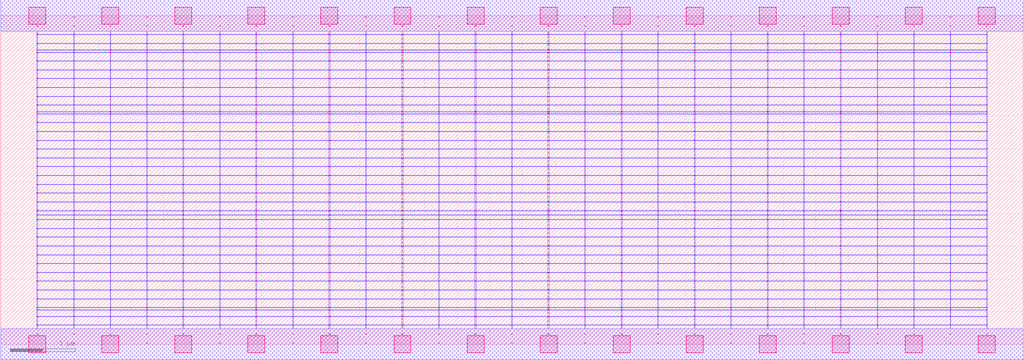
<source format=lef>
MACRO AAOOAAOAI222311_DEBUG
 CLASS CORE ;
 FOREIGN AAOOAAOAI222311_DEBUG 0 0 ;
 SIZE 15.68 BY 5.04 ;
 ORIGIN 0 0 ;
 SYMMETRY X Y R90 ;
 SITE unit ;

 OBS
    LAYER polycont ;
     RECT 7.83600000 2.58300000 7.84400000 2.59100000 ;
     RECT 7.83600000 2.71800000 7.84400000 2.72600000 ;
     RECT 7.83600000 2.85300000 7.84400000 2.86100000 ;
     RECT 7.83600000 2.98800000 7.84400000 2.99600000 ;
     RECT 10.07600000 2.58300000 10.08400000 2.59100000 ;
     RECT 10.63100000 2.58300000 10.64900000 2.59100000 ;
     RECT 11.19600000 2.58300000 11.20400000 2.59100000 ;
     RECT 11.75100000 2.58300000 11.76900000 2.59100000 ;
     RECT 12.31600000 2.58300000 12.32400000 2.59100000 ;
     RECT 12.87100000 2.58300000 12.88900000 2.59100000 ;
     RECT 13.43600000 2.58300000 13.44400000 2.59100000 ;
     RECT 13.99600000 2.58300000 14.00900000 2.59100000 ;
     RECT 14.55600000 2.58300000 14.56400000 2.59100000 ;
     RECT 15.11600000 2.58300000 15.12400000 2.59100000 ;
     RECT 8.39100000 2.58300000 8.40900000 2.59100000 ;
     RECT 8.39100000 2.71800000 8.40900000 2.72600000 ;
     RECT 8.95600000 2.71800000 8.96400000 2.72600000 ;
     RECT 9.51100000 2.71800000 9.52900000 2.72600000 ;
     RECT 10.07600000 2.71800000 10.08400000 2.72600000 ;
     RECT 10.63100000 2.71800000 10.64900000 2.72600000 ;
     RECT 11.19600000 2.71800000 11.20400000 2.72600000 ;
     RECT 11.75100000 2.71800000 11.76900000 2.72600000 ;
     RECT 12.31600000 2.71800000 12.32400000 2.72600000 ;
     RECT 12.87100000 2.71800000 12.88900000 2.72600000 ;
     RECT 13.43600000 2.71800000 13.44400000 2.72600000 ;
     RECT 13.99600000 2.71800000 14.00900000 2.72600000 ;
     RECT 14.55600000 2.71800000 14.56400000 2.72600000 ;
     RECT 15.11600000 2.71800000 15.12400000 2.72600000 ;
     RECT 8.95600000 2.58300000 8.96400000 2.59100000 ;
     RECT 8.39100000 2.85300000 8.40900000 2.86100000 ;
     RECT 8.95600000 2.85300000 8.96400000 2.86100000 ;
     RECT 9.51100000 2.85300000 9.52900000 2.86100000 ;
     RECT 10.07600000 2.85300000 10.08400000 2.86100000 ;
     RECT 10.63100000 2.85300000 10.64900000 2.86100000 ;
     RECT 11.19600000 2.85300000 11.20400000 2.86100000 ;
     RECT 11.75100000 2.85300000 11.76900000 2.86100000 ;
     RECT 12.31600000 2.85300000 12.32400000 2.86100000 ;
     RECT 12.87100000 2.85300000 12.88900000 2.86100000 ;
     RECT 13.43600000 2.85300000 13.44400000 2.86100000 ;
     RECT 13.99600000 2.85300000 14.00900000 2.86100000 ;
     RECT 14.55600000 2.85300000 14.56400000 2.86100000 ;
     RECT 15.11600000 2.85300000 15.12400000 2.86100000 ;
     RECT 9.51100000 2.58300000 9.52900000 2.59100000 ;
     RECT 8.39100000 2.98800000 8.40900000 2.99600000 ;
     RECT 8.95600000 2.98800000 8.96400000 2.99600000 ;
     RECT 9.51100000 2.98800000 9.52900000 2.99600000 ;
     RECT 10.07600000 2.98800000 10.08400000 2.99600000 ;
     RECT 10.63100000 2.98800000 10.64900000 2.99600000 ;
     RECT 11.19600000 2.98800000 11.20400000 2.99600000 ;
     RECT 11.75100000 2.98800000 11.76900000 2.99600000 ;
     RECT 12.31600000 2.98800000 12.32400000 2.99600000 ;
     RECT 12.87100000 2.98800000 12.88900000 2.99600000 ;
     RECT 13.43600000 2.98800000 13.44400000 2.99600000 ;
     RECT 13.99600000 2.98800000 14.00900000 2.99600000 ;
     RECT 14.55600000 2.98800000 14.56400000 2.99600000 ;
     RECT 15.11600000 2.98800000 15.12400000 2.99600000 ;
     RECT 14.55600000 3.12300000 14.56400000 3.13100000 ;
     RECT 15.11600000 3.12300000 15.12400000 3.13100000 ;
     RECT 14.55600000 3.25800000 14.56400000 3.26600000 ;
     RECT 15.11600000 3.25800000 15.12400000 3.26600000 ;
     RECT 14.55600000 3.39300000 14.56400000 3.40100000 ;
     RECT 15.11600000 3.39300000 15.12400000 3.40100000 ;
     RECT 14.55600000 3.52800000 14.56400000 3.53600000 ;
     RECT 15.11600000 3.52800000 15.12400000 3.53600000 ;
     RECT 14.55600000 3.56100000 14.56400000 3.56900000 ;
     RECT 15.11600000 3.56100000 15.12400000 3.56900000 ;
     RECT 14.55600000 3.66300000 14.56400000 3.67100000 ;
     RECT 15.11600000 3.66300000 15.12400000 3.67100000 ;
     RECT 14.55600000 3.79800000 14.56400000 3.80600000 ;
     RECT 15.11600000 3.79800000 15.12400000 3.80600000 ;
     RECT 14.55600000 3.93300000 14.56400000 3.94100000 ;
     RECT 15.11600000 3.93300000 15.12400000 3.94100000 ;
     RECT 14.55600000 4.06800000 14.56400000 4.07600000 ;
     RECT 15.11600000 4.06800000 15.12400000 4.07600000 ;
     RECT 14.55600000 4.20300000 14.56400000 4.21100000 ;
     RECT 15.11600000 4.20300000 15.12400000 4.21100000 ;
     RECT 14.55600000 4.33800000 14.56400000 4.34600000 ;
     RECT 15.11600000 4.33800000 15.12400000 4.34600000 ;
     RECT 14.55600000 4.47300000 14.56400000 4.48100000 ;
     RECT 15.11600000 4.47300000 15.12400000 4.48100000 ;
     RECT 14.55600000 4.51100000 14.56400000 4.51900000 ;
     RECT 15.11600000 4.51100000 15.12400000 4.51900000 ;
     RECT 14.55600000 4.60800000 14.56400000 4.61600000 ;
     RECT 15.11600000 4.60800000 15.12400000 4.61600000 ;
     RECT 14.55600000 4.74300000 14.56400000 4.75100000 ;
     RECT 15.11600000 4.74300000 15.12400000 4.75100000 ;
     RECT 14.55600000 4.87800000 14.56400000 4.88600000 ;
     RECT 15.11600000 4.87800000 15.12400000 4.88600000 ;
     RECT 4.47600000 2.98800000 4.48400000 2.99600000 ;
     RECT 5.03100000 2.98800000 5.04900000 2.99600000 ;
     RECT 5.59600000 2.98800000 5.60400000 2.99600000 ;
     RECT 6.15100000 2.98800000 6.16900000 2.99600000 ;
     RECT 6.71600000 2.98800000 6.72400000 2.99600000 ;
     RECT 7.27100000 2.98800000 7.28900000 2.99600000 ;
     RECT 2.23600000 2.58300000 2.24400000 2.59100000 ;
     RECT 2.79100000 2.58300000 2.80400000 2.59100000 ;
     RECT 3.35600000 2.58300000 3.36400000 2.59100000 ;
     RECT 3.91100000 2.58300000 3.92900000 2.59100000 ;
     RECT 4.47600000 2.58300000 4.48400000 2.59100000 ;
     RECT 5.03100000 2.58300000 5.04900000 2.59100000 ;
     RECT 5.59600000 2.58300000 5.60400000 2.59100000 ;
     RECT 6.15100000 2.58300000 6.16900000 2.59100000 ;
     RECT 6.71600000 2.58300000 6.72400000 2.59100000 ;
     RECT 7.27100000 2.58300000 7.28900000 2.59100000 ;
     RECT 0.55100000 2.58300000 0.56400000 2.59100000 ;
     RECT 0.55100000 2.71800000 0.56400000 2.72600000 ;
     RECT 0.55100000 2.85300000 0.56400000 2.86100000 ;
     RECT 1.11600000 2.85300000 1.12400000 2.86100000 ;
     RECT 2.23600000 3.12300000 2.24400000 3.13100000 ;
     RECT 1.67600000 2.85300000 1.68900000 2.86100000 ;
     RECT 2.23600000 2.85300000 2.24400000 2.86100000 ;
     RECT 2.23600000 3.25800000 2.24400000 3.26600000 ;
     RECT 2.79100000 2.85300000 2.80400000 2.86100000 ;
     RECT 3.35600000 2.85300000 3.36400000 2.86100000 ;
     RECT 2.23600000 3.39300000 2.24400000 3.40100000 ;
     RECT 3.91100000 2.85300000 3.92900000 2.86100000 ;
     RECT 4.47600000 2.85300000 4.48400000 2.86100000 ;
     RECT 2.23600000 3.52800000 2.24400000 3.53600000 ;
     RECT 5.03100000 2.85300000 5.04900000 2.86100000 ;
     RECT 5.59600000 2.85300000 5.60400000 2.86100000 ;
     RECT 2.23600000 3.56100000 2.24400000 3.56900000 ;
     RECT 6.15100000 2.85300000 6.16900000 2.86100000 ;
     RECT 6.71600000 2.85300000 6.72400000 2.86100000 ;
     RECT 2.23600000 3.66300000 2.24400000 3.67100000 ;
     RECT 7.27100000 2.85300000 7.28900000 2.86100000 ;
     RECT 1.11600000 2.71800000 1.12400000 2.72600000 ;
     RECT 2.23600000 3.79800000 2.24400000 3.80600000 ;
     RECT 1.67600000 2.71800000 1.68900000 2.72600000 ;
     RECT 2.23600000 2.71800000 2.24400000 2.72600000 ;
     RECT 2.23600000 3.93300000 2.24400000 3.94100000 ;
     RECT 2.79100000 2.71800000 2.80400000 2.72600000 ;
     RECT 3.35600000 2.71800000 3.36400000 2.72600000 ;
     RECT 2.23600000 4.06800000 2.24400000 4.07600000 ;
     RECT 3.91100000 2.71800000 3.92900000 2.72600000 ;
     RECT 4.47600000 2.71800000 4.48400000 2.72600000 ;
     RECT 2.23600000 4.20300000 2.24400000 4.21100000 ;
     RECT 5.03100000 2.71800000 5.04900000 2.72600000 ;
     RECT 5.59600000 2.71800000 5.60400000 2.72600000 ;
     RECT 2.23600000 4.33800000 2.24400000 4.34600000 ;
     RECT 6.15100000 2.71800000 6.16900000 2.72600000 ;
     RECT 6.71600000 2.71800000 6.72400000 2.72600000 ;
     RECT 2.23600000 4.47300000 2.24400000 4.48100000 ;
     RECT 7.27100000 2.71800000 7.28900000 2.72600000 ;
     RECT 1.11600000 2.58300000 1.12400000 2.59100000 ;
     RECT 2.23600000 4.51100000 2.24400000 4.51900000 ;
     RECT 1.67600000 2.58300000 1.68900000 2.59100000 ;
     RECT 0.55100000 2.98800000 0.56400000 2.99600000 ;
     RECT 2.23600000 4.60800000 2.24400000 4.61600000 ;
     RECT 1.11600000 2.98800000 1.12400000 2.99600000 ;
     RECT 1.67600000 2.98800000 1.68900000 2.99600000 ;
     RECT 2.23600000 4.74300000 2.24400000 4.75100000 ;
     RECT 2.23600000 2.98800000 2.24400000 2.99600000 ;
     RECT 2.79100000 2.98800000 2.80400000 2.99600000 ;
     RECT 2.23600000 4.87800000 2.24400000 4.88600000 ;
     RECT 3.35600000 2.98800000 3.36400000 2.99600000 ;
     RECT 3.91100000 2.98800000 3.92900000 2.99600000 ;
     RECT 4.47600000 2.04300000 4.48400000 2.05100000 ;
     RECT 4.47600000 2.17800000 4.48400000 2.18600000 ;
     RECT 4.47600000 2.31300000 4.48400000 2.32100000 ;
     RECT 4.47600000 2.44800000 4.48400000 2.45600000 ;
     RECT 4.47600000 0.15300000 4.48400000 0.16100000 ;
     RECT 4.47600000 0.28800000 4.48400000 0.29600000 ;
     RECT 4.47600000 0.42300000 4.48400000 0.43100000 ;
     RECT 4.47600000 0.52100000 4.48400000 0.52900000 ;
     RECT 4.47600000 0.55800000 4.48400000 0.56600000 ;
     RECT 4.47600000 0.69300000 4.48400000 0.70100000 ;
     RECT 4.47600000 0.82800000 4.48400000 0.83600000 ;
     RECT 4.47600000 0.96300000 4.48400000 0.97100000 ;
     RECT 4.47600000 1.09800000 4.48400000 1.10600000 ;
     RECT 4.47600000 1.23300000 4.48400000 1.24100000 ;
     RECT 4.47600000 1.36800000 4.48400000 1.37600000 ;
     RECT 4.47600000 1.50300000 4.48400000 1.51100000 ;
     RECT 4.47600000 1.63800000 4.48400000 1.64600000 ;
     RECT 4.47600000 1.77300000 4.48400000 1.78100000 ;
     RECT 4.47600000 1.90800000 4.48400000 1.91600000 ;
     RECT 4.47600000 1.98100000 4.48400000 1.98900000 ;
     RECT 10.07600000 0.55800000 10.08400000 0.56600000 ;
     RECT 10.07600000 2.31300000 10.08400000 2.32100000 ;
     RECT 10.07600000 1.23300000 10.08400000 1.24100000 ;
     RECT 10.07600000 2.44800000 10.08400000 2.45600000 ;
     RECT 10.07600000 0.42300000 10.08400000 0.43100000 ;
     RECT 10.07600000 1.36800000 10.08400000 1.37600000 ;
     RECT 10.07600000 0.69300000 10.08400000 0.70100000 ;
     RECT 10.07600000 1.50300000 10.08400000 1.51100000 ;
     RECT 10.07600000 0.28800000 10.08400000 0.29600000 ;
     RECT 10.07600000 1.63800000 10.08400000 1.64600000 ;
     RECT 10.07600000 0.82800000 10.08400000 0.83600000 ;
     RECT 10.07600000 1.77300000 10.08400000 1.78100000 ;
     RECT 10.07600000 0.52100000 10.08400000 0.52900000 ;
     RECT 10.07600000 1.90800000 10.08400000 1.91600000 ;
     RECT 10.07600000 0.96300000 10.08400000 0.97100000 ;
     RECT 10.07600000 1.98100000 10.08400000 1.98900000 ;
     RECT 10.07600000 0.15300000 10.08400000 0.16100000 ;
     RECT 10.07600000 2.04300000 10.08400000 2.05100000 ;
     RECT 10.07600000 1.09800000 10.08400000 1.10600000 ;
     RECT 10.07600000 2.17800000 10.08400000 2.18600000 ;

    LAYER pdiffc ;
     RECT 0.55100000 3.39300000 0.55900000 3.40100000 ;
     RECT 1.68100000 3.39300000 1.68900000 3.40100000 ;
     RECT 2.79100000 3.39300000 2.79900000 3.40100000 ;
     RECT 14.00100000 3.39300000 14.00900000 3.40100000 ;
     RECT 0.55100000 3.52800000 0.55900000 3.53600000 ;
     RECT 1.68100000 3.52800000 1.68900000 3.53600000 ;
     RECT 2.79100000 3.52800000 2.79900000 3.53600000 ;
     RECT 14.00100000 3.52800000 14.00900000 3.53600000 ;
     RECT 0.55100000 3.56100000 0.55900000 3.56900000 ;
     RECT 1.68100000 3.56100000 1.68900000 3.56900000 ;
     RECT 2.79100000 3.56100000 2.79900000 3.56900000 ;
     RECT 14.00100000 3.56100000 14.00900000 3.56900000 ;
     RECT 0.55100000 3.66300000 0.55900000 3.67100000 ;
     RECT 1.68100000 3.66300000 1.68900000 3.67100000 ;
     RECT 2.79100000 3.66300000 2.79900000 3.67100000 ;
     RECT 14.00100000 3.66300000 14.00900000 3.67100000 ;
     RECT 0.55100000 3.79800000 0.55900000 3.80600000 ;
     RECT 1.68100000 3.79800000 1.68900000 3.80600000 ;
     RECT 2.79100000 3.79800000 2.79900000 3.80600000 ;
     RECT 14.00100000 3.79800000 14.00900000 3.80600000 ;
     RECT 0.55100000 3.93300000 0.55900000 3.94100000 ;
     RECT 1.68100000 3.93300000 1.68900000 3.94100000 ;
     RECT 2.79100000 3.93300000 2.79900000 3.94100000 ;
     RECT 14.00100000 3.93300000 14.00900000 3.94100000 ;
     RECT 0.55100000 4.06800000 0.55900000 4.07600000 ;
     RECT 1.68100000 4.06800000 1.68900000 4.07600000 ;
     RECT 2.79100000 4.06800000 2.79900000 4.07600000 ;
     RECT 14.00100000 4.06800000 14.00900000 4.07600000 ;
     RECT 0.55100000 4.20300000 0.55900000 4.21100000 ;
     RECT 1.68100000 4.20300000 1.68900000 4.21100000 ;
     RECT 2.79100000 4.20300000 2.79900000 4.21100000 ;
     RECT 14.00100000 4.20300000 14.00900000 4.21100000 ;
     RECT 0.55100000 4.33800000 0.55900000 4.34600000 ;
     RECT 1.68100000 4.33800000 1.68900000 4.34600000 ;
     RECT 2.79100000 4.33800000 2.79900000 4.34600000 ;
     RECT 14.00100000 4.33800000 14.00900000 4.34600000 ;
     RECT 0.55100000 4.47300000 0.55900000 4.48100000 ;
     RECT 1.68100000 4.47300000 1.68900000 4.48100000 ;
     RECT 2.79100000 4.47300000 2.79900000 4.48100000 ;
     RECT 14.00100000 4.47300000 14.00900000 4.48100000 ;
     RECT 0.55100000 4.51100000 0.55900000 4.51900000 ;
     RECT 1.68100000 4.51100000 1.68900000 4.51900000 ;
     RECT 2.79100000 4.51100000 2.79900000 4.51900000 ;
     RECT 14.00100000 4.51100000 14.00900000 4.51900000 ;
     RECT 0.55100000 4.60800000 0.55900000 4.61600000 ;
     RECT 1.68100000 4.60800000 1.68900000 4.61600000 ;
     RECT 2.79100000 4.60800000 2.79900000 4.61600000 ;
     RECT 14.00100000 4.60800000 14.00900000 4.61600000 ;

    LAYER ndiffc ;
     RECT 11.75100000 0.42300000 11.76900000 0.43100000 ;
     RECT 12.87100000 0.42300000 12.88900000 0.43100000 ;
     RECT 13.99600000 0.42300000 14.00900000 0.43100000 ;
     RECT 15.11600000 0.42300000 15.12400000 0.43100000 ;
     RECT 11.75100000 0.52100000 11.76900000 0.52900000 ;
     RECT 12.87100000 0.52100000 12.88900000 0.52900000 ;
     RECT 13.99600000 0.52100000 14.00900000 0.52900000 ;
     RECT 15.11600000 0.52100000 15.12400000 0.52900000 ;
     RECT 11.75100000 0.55800000 11.76900000 0.56600000 ;
     RECT 12.87100000 0.55800000 12.88900000 0.56600000 ;
     RECT 13.99600000 0.55800000 14.00900000 0.56600000 ;
     RECT 15.11600000 0.55800000 15.12400000 0.56600000 ;
     RECT 11.75100000 0.69300000 11.76900000 0.70100000 ;
     RECT 12.87100000 0.69300000 12.88900000 0.70100000 ;
     RECT 13.99600000 0.69300000 14.00900000 0.70100000 ;
     RECT 15.11600000 0.69300000 15.12400000 0.70100000 ;
     RECT 11.75100000 0.82800000 11.76900000 0.83600000 ;
     RECT 12.87100000 0.82800000 12.88900000 0.83600000 ;
     RECT 13.99600000 0.82800000 14.00900000 0.83600000 ;
     RECT 15.11600000 0.82800000 15.12400000 0.83600000 ;
     RECT 11.75100000 0.96300000 11.76900000 0.97100000 ;
     RECT 12.87100000 0.96300000 12.88900000 0.97100000 ;
     RECT 13.99600000 0.96300000 14.00900000 0.97100000 ;
     RECT 15.11600000 0.96300000 15.12400000 0.97100000 ;
     RECT 11.75100000 1.09800000 11.76900000 1.10600000 ;
     RECT 12.87100000 1.09800000 12.88900000 1.10600000 ;
     RECT 13.99600000 1.09800000 14.00900000 1.10600000 ;
     RECT 15.11600000 1.09800000 15.12400000 1.10600000 ;
     RECT 11.75100000 1.23300000 11.76900000 1.24100000 ;
     RECT 12.87100000 1.23300000 12.88900000 1.24100000 ;
     RECT 13.99600000 1.23300000 14.00900000 1.24100000 ;
     RECT 15.11600000 1.23300000 15.12400000 1.24100000 ;
     RECT 11.75100000 1.36800000 11.76900000 1.37600000 ;
     RECT 12.87100000 1.36800000 12.88900000 1.37600000 ;
     RECT 13.99600000 1.36800000 14.00900000 1.37600000 ;
     RECT 15.11600000 1.36800000 15.12400000 1.37600000 ;
     RECT 11.75100000 1.50300000 11.76900000 1.51100000 ;
     RECT 12.87100000 1.50300000 12.88900000 1.51100000 ;
     RECT 13.99600000 1.50300000 14.00900000 1.51100000 ;
     RECT 15.11600000 1.50300000 15.12400000 1.51100000 ;
     RECT 11.75100000 1.63800000 11.76900000 1.64600000 ;
     RECT 12.87100000 1.63800000 12.88900000 1.64600000 ;
     RECT 13.99600000 1.63800000 14.00900000 1.64600000 ;
     RECT 15.11600000 1.63800000 15.12400000 1.64600000 ;
     RECT 11.75100000 1.77300000 11.76900000 1.78100000 ;
     RECT 12.87100000 1.77300000 12.88900000 1.78100000 ;
     RECT 13.99600000 1.77300000 14.00900000 1.78100000 ;
     RECT 15.11600000 1.77300000 15.12400000 1.78100000 ;
     RECT 11.75100000 1.90800000 11.76900000 1.91600000 ;
     RECT 12.87100000 1.90800000 12.88900000 1.91600000 ;
     RECT 13.99600000 1.90800000 14.00900000 1.91600000 ;
     RECT 15.11600000 1.90800000 15.12400000 1.91600000 ;
     RECT 11.75100000 1.98100000 11.76900000 1.98900000 ;
     RECT 12.87100000 1.98100000 12.88900000 1.98900000 ;
     RECT 13.99600000 1.98100000 14.00900000 1.98900000 ;
     RECT 15.11600000 1.98100000 15.12400000 1.98900000 ;
     RECT 11.75100000 2.04300000 11.76900000 2.05100000 ;
     RECT 12.87100000 2.04300000 12.88900000 2.05100000 ;
     RECT 13.99600000 2.04300000 14.00900000 2.05100000 ;
     RECT 15.11600000 2.04300000 15.12400000 2.05100000 ;
     RECT 10.63100000 0.52100000 10.64900000 0.52900000 ;
     RECT 9.51100000 0.42300000 9.52900000 0.43100000 ;
     RECT 8.39100000 0.96300000 8.40900000 0.97100000 ;
     RECT 8.39100000 1.50300000 8.40900000 1.51100000 ;
     RECT 9.51100000 1.50300000 9.52900000 1.51100000 ;
     RECT 10.63100000 1.50300000 10.64900000 1.51100000 ;
     RECT 9.51100000 0.96300000 9.52900000 0.97100000 ;
     RECT 10.63100000 0.96300000 10.64900000 0.97100000 ;
     RECT 10.63100000 0.42300000 10.64900000 0.43100000 ;
     RECT 8.39100000 0.69300000 8.40900000 0.70100000 ;
     RECT 8.39100000 1.63800000 8.40900000 1.64600000 ;
     RECT 9.51100000 1.63800000 9.52900000 1.64600000 ;
     RECT 10.63100000 1.63800000 10.64900000 1.64600000 ;
     RECT 9.51100000 0.69300000 9.52900000 0.70100000 ;
     RECT 10.63100000 0.69300000 10.64900000 0.70100000 ;
     RECT 8.39100000 1.09800000 8.40900000 1.10600000 ;
     RECT 9.51100000 1.09800000 9.52900000 1.10600000 ;
     RECT 8.39100000 1.77300000 8.40900000 1.78100000 ;
     RECT 9.51100000 1.77300000 9.52900000 1.78100000 ;
     RECT 10.63100000 1.77300000 10.64900000 1.78100000 ;
     RECT 10.63100000 1.09800000 10.64900000 1.10600000 ;
     RECT 8.39100000 0.42300000 8.40900000 0.43100000 ;
     RECT 8.39100000 0.52100000 8.40900000 0.52900000 ;
     RECT 8.39100000 0.55800000 8.40900000 0.56600000 ;
     RECT 8.39100000 1.90800000 8.40900000 1.91600000 ;
     RECT 9.51100000 1.90800000 9.52900000 1.91600000 ;
     RECT 10.63100000 1.90800000 10.64900000 1.91600000 ;
     RECT 9.51100000 0.55800000 9.52900000 0.56600000 ;
     RECT 8.39100000 1.23300000 8.40900000 1.24100000 ;
     RECT 9.51100000 1.23300000 9.52900000 1.24100000 ;
     RECT 10.63100000 1.23300000 10.64900000 1.24100000 ;
     RECT 8.39100000 1.98100000 8.40900000 1.98900000 ;
     RECT 9.51100000 1.98100000 9.52900000 1.98900000 ;
     RECT 10.63100000 1.98100000 10.64900000 1.98900000 ;
     RECT 8.39100000 0.82800000 8.40900000 0.83600000 ;
     RECT 9.51100000 0.82800000 9.52900000 0.83600000 ;
     RECT 10.63100000 0.82800000 10.64900000 0.83600000 ;
     RECT 10.63100000 0.55800000 10.64900000 0.56600000 ;
     RECT 8.39100000 2.04300000 8.40900000 2.05100000 ;
     RECT 9.51100000 2.04300000 9.52900000 2.05100000 ;
     RECT 10.63100000 2.04300000 10.64900000 2.05100000 ;
     RECT 8.39100000 1.36800000 8.40900000 1.37600000 ;
     RECT 9.51100000 1.36800000 9.52900000 1.37600000 ;
     RECT 10.63100000 1.36800000 10.64900000 1.37600000 ;
     RECT 9.51100000 0.52100000 9.52900000 0.52900000 ;
     RECT 5.03100000 0.42300000 5.04900000 0.43100000 ;
     RECT 6.15100000 0.42300000 6.16900000 0.43100000 ;
     RECT 7.27100000 0.42300000 7.28900000 0.43100000 ;
     RECT 5.03100000 1.36800000 5.04900000 1.37600000 ;
     RECT 6.15100000 1.36800000 6.16900000 1.37600000 ;
     RECT 7.27100000 1.36800000 7.28900000 1.37600000 ;
     RECT 5.03100000 0.82800000 5.04900000 0.83600000 ;
     RECT 6.15100000 0.82800000 6.16900000 0.83600000 ;
     RECT 7.27100000 0.82800000 7.28900000 0.83600000 ;
     RECT 5.03100000 1.50300000 5.04900000 1.51100000 ;
     RECT 6.15100000 1.50300000 6.16900000 1.51100000 ;
     RECT 7.27100000 1.50300000 7.28900000 1.51100000 ;
     RECT 5.03100000 0.55800000 5.04900000 0.56600000 ;
     RECT 6.15100000 0.55800000 6.16900000 0.56600000 ;
     RECT 7.27100000 0.55800000 7.28900000 0.56600000 ;
     RECT 5.03100000 1.63800000 5.04900000 1.64600000 ;
     RECT 6.15100000 1.63800000 6.16900000 1.64600000 ;
     RECT 7.27100000 1.63800000 7.28900000 1.64600000 ;
     RECT 5.03100000 0.96300000 5.04900000 0.97100000 ;
     RECT 6.15100000 0.96300000 6.16900000 0.97100000 ;
     RECT 7.27100000 0.96300000 7.28900000 0.97100000 ;
     RECT 5.03100000 1.77300000 5.04900000 1.78100000 ;
     RECT 6.15100000 1.77300000 6.16900000 1.78100000 ;
     RECT 7.27100000 1.77300000 7.28900000 1.78100000 ;
     RECT 5.03100000 0.52100000 5.04900000 0.52900000 ;
     RECT 6.15100000 0.52100000 6.16900000 0.52900000 ;
     RECT 7.27100000 0.52100000 7.28900000 0.52900000 ;
     RECT 5.03100000 1.90800000 5.04900000 1.91600000 ;
     RECT 6.15100000 1.90800000 6.16900000 1.91600000 ;
     RECT 7.27100000 1.90800000 7.28900000 1.91600000 ;
     RECT 5.03100000 1.09800000 5.04900000 1.10600000 ;
     RECT 6.15100000 1.09800000 6.16900000 1.10600000 ;
     RECT 7.27100000 1.09800000 7.28900000 1.10600000 ;
     RECT 5.03100000 1.98100000 5.04900000 1.98900000 ;
     RECT 6.15100000 1.98100000 6.16900000 1.98900000 ;
     RECT 7.27100000 1.98100000 7.28900000 1.98900000 ;
     RECT 5.03100000 0.69300000 5.04900000 0.70100000 ;
     RECT 6.15100000 0.69300000 6.16900000 0.70100000 ;
     RECT 7.27100000 0.69300000 7.28900000 0.70100000 ;
     RECT 5.03100000 2.04300000 5.04900000 2.05100000 ;
     RECT 6.15100000 2.04300000 6.16900000 2.05100000 ;
     RECT 7.27100000 2.04300000 7.28900000 2.05100000 ;
     RECT 5.03100000 1.23300000 5.04900000 1.24100000 ;
     RECT 6.15100000 1.23300000 6.16900000 1.24100000 ;
     RECT 7.27100000 1.23300000 7.28900000 1.24100000 ;
     RECT 3.91100000 0.96300000 3.92900000 0.97100000 ;
     RECT 2.79100000 0.42300000 2.80400000 0.43100000 ;
     RECT 0.55100000 1.36800000 0.56400000 1.37600000 ;
     RECT 1.67600000 1.36800000 1.68900000 1.37600000 ;
     RECT 0.55100000 1.77300000 0.56400000 1.78100000 ;
     RECT 1.67600000 1.77300000 1.68900000 1.78100000 ;
     RECT 2.79100000 1.77300000 2.80400000 1.78100000 ;
     RECT 3.91100000 1.77300000 3.92900000 1.78100000 ;
     RECT 0.55100000 1.50300000 0.56400000 1.51100000 ;
     RECT 1.67600000 1.50300000 1.68900000 1.51100000 ;
     RECT 2.79100000 1.50300000 2.80400000 1.51100000 ;
     RECT 0.55100000 0.52100000 0.56400000 0.52900000 ;
     RECT 1.67600000 0.52100000 1.68900000 0.52900000 ;
     RECT 2.79100000 0.52100000 2.80400000 0.52900000 ;
     RECT 3.91100000 0.52100000 3.92900000 0.52900000 ;
     RECT 3.91100000 1.50300000 3.92900000 1.51100000 ;
     RECT 2.79100000 1.36800000 2.80400000 1.37600000 ;
     RECT 3.91100000 1.36800000 3.92900000 1.37600000 ;
     RECT 0.55100000 1.90800000 0.56400000 1.91600000 ;
     RECT 1.67600000 1.90800000 1.68900000 1.91600000 ;
     RECT 2.79100000 1.90800000 2.80400000 1.91600000 ;
     RECT 3.91100000 1.90800000 3.92900000 1.91600000 ;
     RECT 3.91100000 0.42300000 3.92900000 0.43100000 ;
     RECT 0.55100000 0.55800000 0.56400000 0.56600000 ;
     RECT 1.67600000 0.55800000 1.68900000 0.56600000 ;
     RECT 0.55100000 1.09800000 0.56400000 1.10600000 ;
     RECT 1.67600000 1.09800000 1.68900000 1.10600000 ;
     RECT 2.79100000 1.09800000 2.80400000 1.10600000 ;
     RECT 3.91100000 1.09800000 3.92900000 1.10600000 ;
     RECT 2.79100000 0.55800000 2.80400000 0.56600000 ;
     RECT 3.91100000 0.55800000 3.92900000 0.56600000 ;
     RECT 0.55100000 0.42300000 0.56400000 0.43100000 ;
     RECT 0.55100000 1.98100000 0.56400000 1.98900000 ;
     RECT 1.67600000 1.98100000 1.68900000 1.98900000 ;
     RECT 2.79100000 1.98100000 2.80400000 1.98900000 ;
     RECT 3.91100000 1.98100000 3.92900000 1.98900000 ;
     RECT 1.67600000 0.42300000 1.68900000 0.43100000 ;
     RECT 0.55100000 0.82800000 0.56400000 0.83600000 ;
     RECT 0.55100000 1.63800000 0.56400000 1.64600000 ;
     RECT 0.55100000 0.69300000 0.56400000 0.70100000 ;
     RECT 1.67600000 0.69300000 1.68900000 0.70100000 ;
     RECT 2.79100000 0.69300000 2.80400000 0.70100000 ;
     RECT 3.91100000 0.69300000 3.92900000 0.70100000 ;
     RECT 1.67600000 1.63800000 1.68900000 1.64600000 ;
     RECT 2.79100000 1.63800000 2.80400000 1.64600000 ;
     RECT 3.91100000 1.63800000 3.92900000 1.64600000 ;
     RECT 0.55100000 2.04300000 0.56400000 2.05100000 ;
     RECT 1.67600000 2.04300000 1.68900000 2.05100000 ;
     RECT 2.79100000 2.04300000 2.80400000 2.05100000 ;
     RECT 3.91100000 2.04300000 3.92900000 2.05100000 ;
     RECT 1.67600000 0.82800000 1.68900000 0.83600000 ;
     RECT 2.79100000 0.82800000 2.80400000 0.83600000 ;
     RECT 3.91100000 0.82800000 3.92900000 0.83600000 ;
     RECT 0.55100000 1.23300000 0.56400000 1.24100000 ;
     RECT 1.67600000 1.23300000 1.68900000 1.24100000 ;
     RECT 2.79100000 1.23300000 2.80400000 1.24100000 ;
     RECT 3.91100000 1.23300000 3.92900000 1.24100000 ;
     RECT 0.55100000 0.96300000 0.56400000 0.97100000 ;
     RECT 1.67600000 0.96300000 1.68900000 0.97100000 ;
     RECT 2.79100000 0.96300000 2.80400000 0.97100000 ;

    LAYER met1 ;
     RECT 0.00000000 -0.24000000 15.68000000 0.24000000 ;
     RECT 7.83600000 0.24000000 7.84400000 0.28800000 ;
     RECT 0.55100000 0.28800000 15.12400000 0.29600000 ;
     RECT 7.83600000 0.29600000 7.84400000 0.42300000 ;
     RECT 0.55100000 0.42300000 15.12400000 0.43100000 ;
     RECT 7.83600000 0.43100000 7.84400000 0.52100000 ;
     RECT 0.55100000 0.52100000 15.12400000 0.52900000 ;
     RECT 7.83600000 0.52900000 7.84400000 0.55800000 ;
     RECT 0.55100000 0.55800000 15.12400000 0.56600000 ;
     RECT 7.83600000 0.56600000 7.84400000 0.69300000 ;
     RECT 0.55100000 0.69300000 15.12400000 0.70100000 ;
     RECT 7.83600000 0.70100000 7.84400000 0.82800000 ;
     RECT 0.55100000 0.82800000 15.12400000 0.83600000 ;
     RECT 7.83600000 0.83600000 7.84400000 0.96300000 ;
     RECT 0.55100000 0.96300000 15.12400000 0.97100000 ;
     RECT 7.83600000 0.97100000 7.84400000 1.09800000 ;
     RECT 0.55100000 1.09800000 15.12400000 1.10600000 ;
     RECT 7.83600000 1.10600000 7.84400000 1.23300000 ;
     RECT 0.55100000 1.23300000 15.12400000 1.24100000 ;
     RECT 7.83600000 1.24100000 7.84400000 1.36800000 ;
     RECT 0.55100000 1.36800000 15.12400000 1.37600000 ;
     RECT 7.83600000 1.37600000 7.84400000 1.50300000 ;
     RECT 0.55100000 1.50300000 15.12400000 1.51100000 ;
     RECT 7.83600000 1.51100000 7.84400000 1.63800000 ;
     RECT 0.55100000 1.63800000 15.12400000 1.64600000 ;
     RECT 7.83600000 1.64600000 7.84400000 1.77300000 ;
     RECT 0.55100000 1.77300000 15.12400000 1.78100000 ;
     RECT 7.83600000 1.78100000 7.84400000 1.90800000 ;
     RECT 0.55100000 1.90800000 15.12400000 1.91600000 ;
     RECT 7.83600000 1.91600000 7.84400000 1.98100000 ;
     RECT 0.55100000 1.98100000 15.12400000 1.98900000 ;
     RECT 7.83600000 1.98900000 7.84400000 2.04300000 ;
     RECT 0.55100000 2.04300000 15.12400000 2.05100000 ;
     RECT 7.83600000 2.05100000 7.84400000 2.17800000 ;
     RECT 0.55100000 2.17800000 15.12400000 2.18600000 ;
     RECT 7.83600000 2.18600000 7.84400000 2.31300000 ;
     RECT 0.55100000 2.31300000 15.12400000 2.32100000 ;
     RECT 7.83600000 2.32100000 7.84400000 2.44800000 ;
     RECT 0.55100000 2.44800000 15.12400000 2.45600000 ;
     RECT 0.55100000 2.45600000 0.56400000 2.58300000 ;
     RECT 1.11600000 2.45600000 1.12400000 2.58300000 ;
     RECT 1.67600000 2.45600000 1.68900000 2.58300000 ;
     RECT 2.23600000 2.45600000 2.24400000 2.58300000 ;
     RECT 2.79100000 2.45600000 2.80400000 2.58300000 ;
     RECT 3.35600000 2.45600000 3.36400000 2.58300000 ;
     RECT 3.91100000 2.45600000 3.92900000 2.58300000 ;
     RECT 4.47600000 2.45600000 4.48400000 2.58300000 ;
     RECT 5.03100000 2.45600000 5.04900000 2.58300000 ;
     RECT 5.59600000 2.45600000 5.60400000 2.58300000 ;
     RECT 6.15100000 2.45600000 6.16900000 2.58300000 ;
     RECT 6.71600000 2.45600000 6.72400000 2.58300000 ;
     RECT 7.27100000 2.45600000 7.28900000 2.58300000 ;
     RECT 7.83600000 2.45600000 7.84400000 2.58300000 ;
     RECT 8.39100000 2.45600000 8.40900000 2.58300000 ;
     RECT 8.95600000 2.45600000 8.96400000 2.58300000 ;
     RECT 9.51100000 2.45600000 9.52900000 2.58300000 ;
     RECT 10.07600000 2.45600000 10.08400000 2.58300000 ;
     RECT 10.63100000 2.45600000 10.64900000 2.58300000 ;
     RECT 11.19600000 2.45600000 11.20400000 2.58300000 ;
     RECT 11.75100000 2.45600000 11.76900000 2.58300000 ;
     RECT 12.31600000 2.45600000 12.32400000 2.58300000 ;
     RECT 12.87100000 2.45600000 12.88900000 2.58300000 ;
     RECT 13.43600000 2.45600000 13.44400000 2.58300000 ;
     RECT 13.99600000 2.45600000 14.00900000 2.58300000 ;
     RECT 14.55600000 2.45600000 14.56400000 2.58300000 ;
     RECT 15.11600000 2.45600000 15.12400000 2.58300000 ;
     RECT 0.55100000 2.58300000 15.12400000 2.59100000 ;
     RECT 7.83600000 2.59100000 7.84400000 2.71800000 ;
     RECT 0.55100000 2.71800000 15.12400000 2.72600000 ;
     RECT 7.83600000 2.72600000 7.84400000 2.85300000 ;
     RECT 0.55100000 2.85300000 15.12400000 2.86100000 ;
     RECT 7.83600000 2.86100000 7.84400000 2.98800000 ;
     RECT 0.55100000 2.98800000 15.12400000 2.99600000 ;
     RECT 7.83600000 2.99600000 7.84400000 3.12300000 ;
     RECT 0.55100000 3.12300000 15.12400000 3.13100000 ;
     RECT 7.83600000 3.13100000 7.84400000 3.25800000 ;
     RECT 0.55100000 3.25800000 15.12400000 3.26600000 ;
     RECT 7.83600000 3.26600000 7.84400000 3.39300000 ;
     RECT 0.55100000 3.39300000 15.12400000 3.40100000 ;
     RECT 7.83600000 3.40100000 7.84400000 3.52800000 ;
     RECT 0.55100000 3.52800000 15.12400000 3.53600000 ;
     RECT 7.83600000 3.53600000 7.84400000 3.56100000 ;
     RECT 0.55100000 3.56100000 15.12400000 3.56900000 ;
     RECT 7.83600000 3.56900000 7.84400000 3.66300000 ;
     RECT 0.55100000 3.66300000 15.12400000 3.67100000 ;
     RECT 7.83600000 3.67100000 7.84400000 3.79800000 ;
     RECT 0.55100000 3.79800000 15.12400000 3.80600000 ;
     RECT 7.83600000 3.80600000 7.84400000 3.93300000 ;
     RECT 0.55100000 3.93300000 15.12400000 3.94100000 ;
     RECT 7.83600000 3.94100000 7.84400000 4.06800000 ;
     RECT 0.55100000 4.06800000 15.12400000 4.07600000 ;
     RECT 7.83600000 4.07600000 7.84400000 4.20300000 ;
     RECT 0.55100000 4.20300000 15.12400000 4.21100000 ;
     RECT 7.83600000 4.21100000 7.84400000 4.33800000 ;
     RECT 0.55100000 4.33800000 15.12400000 4.34600000 ;
     RECT 7.83600000 4.34600000 7.84400000 4.47300000 ;
     RECT 0.55100000 4.47300000 15.12400000 4.48100000 ;
     RECT 7.83600000 4.48100000 7.84400000 4.51100000 ;
     RECT 0.55100000 4.51100000 15.12400000 4.51900000 ;
     RECT 7.83600000 4.51900000 7.84400000 4.60800000 ;
     RECT 0.55100000 4.60800000 15.12400000 4.61600000 ;
     RECT 7.83600000 4.61600000 7.84400000 4.74300000 ;
     RECT 0.55100000 4.74300000 15.12400000 4.75100000 ;
     RECT 7.83600000 4.75100000 7.84400000 4.80000000 ;
     RECT 0.00000000 4.80000000 15.68000000 5.28000000 ;
     RECT 11.75100000 2.99600000 11.76900000 3.12300000 ;
     RECT 11.75100000 2.59100000 11.76900000 2.71800000 ;
     RECT 11.75100000 3.13100000 11.76900000 3.25800000 ;
     RECT 11.75100000 3.26600000 11.76900000 3.39300000 ;
     RECT 11.75100000 3.40100000 11.76900000 3.52800000 ;
     RECT 11.75100000 3.53600000 11.76900000 3.56100000 ;
     RECT 11.75100000 3.56900000 11.76900000 3.66300000 ;
     RECT 11.75100000 3.67100000 11.76900000 3.79800000 ;
     RECT 8.39100000 3.80600000 8.40900000 3.93300000 ;
     RECT 8.95600000 3.80600000 8.96400000 3.93300000 ;
     RECT 9.51100000 3.80600000 9.52900000 3.93300000 ;
     RECT 10.07600000 3.80600000 10.08400000 3.93300000 ;
     RECT 10.63100000 3.80600000 10.64900000 3.93300000 ;
     RECT 11.19600000 3.80600000 11.20400000 3.93300000 ;
     RECT 11.75100000 3.80600000 11.76900000 3.93300000 ;
     RECT 12.31600000 3.80600000 12.32400000 3.93300000 ;
     RECT 12.87100000 3.80600000 12.88900000 3.93300000 ;
     RECT 13.43600000 3.80600000 13.44400000 3.93300000 ;
     RECT 13.99600000 3.80600000 14.00900000 3.93300000 ;
     RECT 14.55600000 3.80600000 14.56400000 3.93300000 ;
     RECT 15.11600000 3.80600000 15.12400000 3.93300000 ;
     RECT 11.75100000 2.72600000 11.76900000 2.85300000 ;
     RECT 11.75100000 3.94100000 11.76900000 4.06800000 ;
     RECT 11.75100000 4.07600000 11.76900000 4.20300000 ;
     RECT 11.75100000 4.21100000 11.76900000 4.33800000 ;
     RECT 11.75100000 4.34600000 11.76900000 4.47300000 ;
     RECT 11.75100000 4.48100000 11.76900000 4.51100000 ;
     RECT 11.75100000 4.51900000 11.76900000 4.60800000 ;
     RECT 11.75100000 4.61600000 11.76900000 4.74300000 ;
     RECT 11.75100000 4.75100000 11.76900000 4.80000000 ;
     RECT 11.75100000 2.86100000 11.76900000 2.98800000 ;
     RECT 12.87100000 4.07600000 12.88900000 4.20300000 ;
     RECT 13.43600000 4.07600000 13.44400000 4.20300000 ;
     RECT 13.99600000 4.07600000 14.00900000 4.20300000 ;
     RECT 14.55600000 4.07600000 14.56400000 4.20300000 ;
     RECT 15.11600000 4.07600000 15.12400000 4.20300000 ;
     RECT 12.87100000 3.94100000 12.88900000 4.06800000 ;
     RECT 12.31600000 4.21100000 12.32400000 4.33800000 ;
     RECT 12.87100000 4.21100000 12.88900000 4.33800000 ;
     RECT 13.43600000 4.21100000 13.44400000 4.33800000 ;
     RECT 13.99600000 4.21100000 14.00900000 4.33800000 ;
     RECT 14.55600000 4.21100000 14.56400000 4.33800000 ;
     RECT 15.11600000 4.21100000 15.12400000 4.33800000 ;
     RECT 13.43600000 3.94100000 13.44400000 4.06800000 ;
     RECT 12.31600000 4.34600000 12.32400000 4.47300000 ;
     RECT 12.87100000 4.34600000 12.88900000 4.47300000 ;
     RECT 13.43600000 4.34600000 13.44400000 4.47300000 ;
     RECT 13.99600000 4.34600000 14.00900000 4.47300000 ;
     RECT 14.55600000 4.34600000 14.56400000 4.47300000 ;
     RECT 15.11600000 4.34600000 15.12400000 4.47300000 ;
     RECT 13.99600000 3.94100000 14.00900000 4.06800000 ;
     RECT 12.31600000 4.48100000 12.32400000 4.51100000 ;
     RECT 12.87100000 4.48100000 12.88900000 4.51100000 ;
     RECT 13.43600000 4.48100000 13.44400000 4.51100000 ;
     RECT 13.99600000 4.48100000 14.00900000 4.51100000 ;
     RECT 14.55600000 4.48100000 14.56400000 4.51100000 ;
     RECT 15.11600000 4.48100000 15.12400000 4.51100000 ;
     RECT 14.55600000 3.94100000 14.56400000 4.06800000 ;
     RECT 12.31600000 4.51900000 12.32400000 4.60800000 ;
     RECT 12.87100000 4.51900000 12.88900000 4.60800000 ;
     RECT 13.43600000 4.51900000 13.44400000 4.60800000 ;
     RECT 13.99600000 4.51900000 14.00900000 4.60800000 ;
     RECT 14.55600000 4.51900000 14.56400000 4.60800000 ;
     RECT 15.11600000 4.51900000 15.12400000 4.60800000 ;
     RECT 15.11600000 3.94100000 15.12400000 4.06800000 ;
     RECT 12.31600000 4.61600000 12.32400000 4.74300000 ;
     RECT 12.87100000 4.61600000 12.88900000 4.74300000 ;
     RECT 13.43600000 4.61600000 13.44400000 4.74300000 ;
     RECT 13.99600000 4.61600000 14.00900000 4.74300000 ;
     RECT 14.55600000 4.61600000 14.56400000 4.74300000 ;
     RECT 15.11600000 4.61600000 15.12400000 4.74300000 ;
     RECT 12.31600000 3.94100000 12.32400000 4.06800000 ;
     RECT 12.31600000 4.75100000 12.32400000 4.80000000 ;
     RECT 12.87100000 4.75100000 12.88900000 4.80000000 ;
     RECT 13.43600000 4.75100000 13.44400000 4.80000000 ;
     RECT 13.99600000 4.75100000 14.00900000 4.80000000 ;
     RECT 14.55600000 4.75100000 14.56400000 4.80000000 ;
     RECT 15.11600000 4.75100000 15.12400000 4.80000000 ;
     RECT 12.31600000 4.07600000 12.32400000 4.20300000 ;
     RECT 11.19600000 4.48100000 11.20400000 4.51100000 ;
     RECT 9.51100000 4.21100000 9.52900000 4.33800000 ;
     RECT 10.07600000 4.21100000 10.08400000 4.33800000 ;
     RECT 10.63100000 4.21100000 10.64900000 4.33800000 ;
     RECT 11.19600000 4.21100000 11.20400000 4.33800000 ;
     RECT 8.95600000 4.07600000 8.96400000 4.20300000 ;
     RECT 9.51100000 4.07600000 9.52900000 4.20300000 ;
     RECT 10.07600000 4.07600000 10.08400000 4.20300000 ;
     RECT 8.39100000 4.51900000 8.40900000 4.60800000 ;
     RECT 8.95600000 4.51900000 8.96400000 4.60800000 ;
     RECT 9.51100000 4.51900000 9.52900000 4.60800000 ;
     RECT 10.07600000 4.51900000 10.08400000 4.60800000 ;
     RECT 10.63100000 4.51900000 10.64900000 4.60800000 ;
     RECT 11.19600000 4.51900000 11.20400000 4.60800000 ;
     RECT 10.63100000 4.07600000 10.64900000 4.20300000 ;
     RECT 11.19600000 4.07600000 11.20400000 4.20300000 ;
     RECT 8.95600000 3.94100000 8.96400000 4.06800000 ;
     RECT 9.51100000 3.94100000 9.52900000 4.06800000 ;
     RECT 8.39100000 4.34600000 8.40900000 4.47300000 ;
     RECT 8.95600000 4.34600000 8.96400000 4.47300000 ;
     RECT 9.51100000 4.34600000 9.52900000 4.47300000 ;
     RECT 8.39100000 4.61600000 8.40900000 4.74300000 ;
     RECT 8.95600000 4.61600000 8.96400000 4.74300000 ;
     RECT 9.51100000 4.61600000 9.52900000 4.74300000 ;
     RECT 10.07600000 4.61600000 10.08400000 4.74300000 ;
     RECT 10.63100000 4.61600000 10.64900000 4.74300000 ;
     RECT 11.19600000 4.61600000 11.20400000 4.74300000 ;
     RECT 10.07600000 4.34600000 10.08400000 4.47300000 ;
     RECT 10.63100000 4.34600000 10.64900000 4.47300000 ;
     RECT 11.19600000 4.34600000 11.20400000 4.47300000 ;
     RECT 10.07600000 3.94100000 10.08400000 4.06800000 ;
     RECT 10.63100000 3.94100000 10.64900000 4.06800000 ;
     RECT 11.19600000 3.94100000 11.20400000 4.06800000 ;
     RECT 8.39100000 3.94100000 8.40900000 4.06800000 ;
     RECT 8.39100000 4.75100000 8.40900000 4.80000000 ;
     RECT 8.95600000 4.75100000 8.96400000 4.80000000 ;
     RECT 9.51100000 4.75100000 9.52900000 4.80000000 ;
     RECT 10.07600000 4.75100000 10.08400000 4.80000000 ;
     RECT 10.63100000 4.75100000 10.64900000 4.80000000 ;
     RECT 11.19600000 4.75100000 11.20400000 4.80000000 ;
     RECT 8.39100000 4.07600000 8.40900000 4.20300000 ;
     RECT 8.39100000 4.21100000 8.40900000 4.33800000 ;
     RECT 8.95600000 4.21100000 8.96400000 4.33800000 ;
     RECT 8.39100000 4.48100000 8.40900000 4.51100000 ;
     RECT 8.95600000 4.48100000 8.96400000 4.51100000 ;
     RECT 9.51100000 4.48100000 9.52900000 4.51100000 ;
     RECT 10.07600000 4.48100000 10.08400000 4.51100000 ;
     RECT 10.63100000 4.48100000 10.64900000 4.51100000 ;
     RECT 10.07600000 2.59100000 10.08400000 2.71800000 ;
     RECT 11.19600000 3.26600000 11.20400000 3.39300000 ;
     RECT 8.95600000 2.99600000 8.96400000 3.12300000 ;
     RECT 8.39100000 3.40100000 8.40900000 3.52800000 ;
     RECT 8.95600000 3.40100000 8.96400000 3.52800000 ;
     RECT 9.51100000 3.40100000 9.52900000 3.52800000 ;
     RECT 10.07600000 3.40100000 10.08400000 3.52800000 ;
     RECT 10.63100000 3.40100000 10.64900000 3.52800000 ;
     RECT 11.19600000 3.40100000 11.20400000 3.52800000 ;
     RECT 9.51100000 2.99600000 9.52900000 3.12300000 ;
     RECT 8.39100000 2.59100000 8.40900000 2.71800000 ;
     RECT 8.39100000 3.53600000 8.40900000 3.56100000 ;
     RECT 8.95600000 3.53600000 8.96400000 3.56100000 ;
     RECT 9.51100000 3.53600000 9.52900000 3.56100000 ;
     RECT 8.39100000 2.86100000 8.40900000 2.98800000 ;
     RECT 8.95600000 2.86100000 8.96400000 2.98800000 ;
     RECT 10.07600000 3.53600000 10.08400000 3.56100000 ;
     RECT 10.63100000 3.53600000 10.64900000 3.56100000 ;
     RECT 11.19600000 3.53600000 11.20400000 3.56100000 ;
     RECT 10.07600000 2.99600000 10.08400000 3.12300000 ;
     RECT 8.95600000 2.59100000 8.96400000 2.71800000 ;
     RECT 8.39100000 2.72600000 8.40900000 2.85300000 ;
     RECT 8.39100000 3.56900000 8.40900000 3.66300000 ;
     RECT 8.95600000 3.56900000 8.96400000 3.66300000 ;
     RECT 9.51100000 3.56900000 9.52900000 3.66300000 ;
     RECT 10.07600000 3.56900000 10.08400000 3.66300000 ;
     RECT 10.63100000 3.56900000 10.64900000 3.66300000 ;
     RECT 11.19600000 3.56900000 11.20400000 3.66300000 ;
     RECT 10.63100000 2.99600000 10.64900000 3.12300000 ;
     RECT 9.51100000 2.86100000 9.52900000 2.98800000 ;
     RECT 10.07600000 2.86100000 10.08400000 2.98800000 ;
     RECT 8.95600000 2.72600000 8.96400000 2.85300000 ;
     RECT 9.51100000 2.72600000 9.52900000 2.85300000 ;
     RECT 8.39100000 3.67100000 8.40900000 3.79800000 ;
     RECT 8.95600000 3.67100000 8.96400000 3.79800000 ;
     RECT 9.51100000 3.67100000 9.52900000 3.79800000 ;
     RECT 10.07600000 3.67100000 10.08400000 3.79800000 ;
     RECT 10.63100000 3.67100000 10.64900000 3.79800000 ;
     RECT 11.19600000 3.67100000 11.20400000 3.79800000 ;
     RECT 11.19600000 2.99600000 11.20400000 3.12300000 ;
     RECT 10.07600000 2.72600000 10.08400000 2.85300000 ;
     RECT 10.63100000 2.72600000 10.64900000 2.85300000 ;
     RECT 10.63100000 2.59100000 10.64900000 2.71800000 ;
     RECT 11.19600000 2.59100000 11.20400000 2.71800000 ;
     RECT 10.63100000 2.86100000 10.64900000 2.98800000 ;
     RECT 11.19600000 2.86100000 11.20400000 2.98800000 ;
     RECT 8.39100000 3.13100000 8.40900000 3.25800000 ;
     RECT 8.95600000 3.13100000 8.96400000 3.25800000 ;
     RECT 9.51100000 3.13100000 9.52900000 3.25800000 ;
     RECT 10.07600000 3.13100000 10.08400000 3.25800000 ;
     RECT 10.63100000 3.13100000 10.64900000 3.25800000 ;
     RECT 11.19600000 3.13100000 11.20400000 3.25800000 ;
     RECT 8.39100000 2.99600000 8.40900000 3.12300000 ;
     RECT 8.39100000 3.26600000 8.40900000 3.39300000 ;
     RECT 8.95600000 3.26600000 8.96400000 3.39300000 ;
     RECT 9.51100000 3.26600000 9.52900000 3.39300000 ;
     RECT 10.07600000 3.26600000 10.08400000 3.39300000 ;
     RECT 11.19600000 2.72600000 11.20400000 2.85300000 ;
     RECT 10.63100000 3.26600000 10.64900000 3.39300000 ;
     RECT 9.51100000 2.59100000 9.52900000 2.71800000 ;
     RECT 13.43600000 2.59100000 13.44400000 2.71800000 ;
     RECT 13.43600000 2.99600000 13.44400000 3.12300000 ;
     RECT 12.31600000 3.53600000 12.32400000 3.56100000 ;
     RECT 12.87100000 3.53600000 12.88900000 3.56100000 ;
     RECT 13.43600000 3.53600000 13.44400000 3.56100000 ;
     RECT 13.99600000 3.53600000 14.00900000 3.56100000 ;
     RECT 14.55600000 3.53600000 14.56400000 3.56100000 ;
     RECT 15.11600000 3.53600000 15.12400000 3.56100000 ;
     RECT 13.99600000 2.99600000 14.00900000 3.12300000 ;
     RECT 14.55600000 2.99600000 14.56400000 3.12300000 ;
     RECT 15.11600000 2.99600000 15.12400000 3.12300000 ;
     RECT 13.99600000 2.86100000 14.00900000 2.98800000 ;
     RECT 12.31600000 2.59100000 12.32400000 2.71800000 ;
     RECT 14.55600000 2.86100000 14.56400000 2.98800000 ;
     RECT 12.31600000 2.72600000 12.32400000 2.85300000 ;
     RECT 12.87100000 2.72600000 12.88900000 2.85300000 ;
     RECT 12.31600000 3.26600000 12.32400000 3.39300000 ;
     RECT 12.87100000 3.26600000 12.88900000 3.39300000 ;
     RECT 13.43600000 3.26600000 13.44400000 3.39300000 ;
     RECT 12.31600000 3.56900000 12.32400000 3.66300000 ;
     RECT 12.87100000 3.56900000 12.88900000 3.66300000 ;
     RECT 13.43600000 3.56900000 13.44400000 3.66300000 ;
     RECT 13.99600000 3.56900000 14.00900000 3.66300000 ;
     RECT 14.55600000 3.56900000 14.56400000 3.66300000 ;
     RECT 15.11600000 3.56900000 15.12400000 3.66300000 ;
     RECT 13.99600000 3.26600000 14.00900000 3.39300000 ;
     RECT 14.55600000 3.26600000 14.56400000 3.39300000 ;
     RECT 15.11600000 3.26600000 15.12400000 3.39300000 ;
     RECT 13.99600000 2.59100000 14.00900000 2.71800000 ;
     RECT 13.43600000 2.72600000 13.44400000 2.85300000 ;
     RECT 13.99600000 2.72600000 14.00900000 2.85300000 ;
     RECT 14.55600000 2.59100000 14.56400000 2.71800000 ;
     RECT 15.11600000 2.86100000 15.12400000 2.98800000 ;
     RECT 12.31600000 2.86100000 12.32400000 2.98800000 ;
     RECT 12.87100000 2.86100000 12.88900000 2.98800000 ;
     RECT 13.43600000 2.86100000 13.44400000 2.98800000 ;
     RECT 12.31600000 3.67100000 12.32400000 3.79800000 ;
     RECT 12.87100000 3.67100000 12.88900000 3.79800000 ;
     RECT 13.43600000 3.67100000 13.44400000 3.79800000 ;
     RECT 13.99600000 3.67100000 14.00900000 3.79800000 ;
     RECT 14.55600000 3.67100000 14.56400000 3.79800000 ;
     RECT 15.11600000 3.67100000 15.12400000 3.79800000 ;
     RECT 12.31600000 2.99600000 12.32400000 3.12300000 ;
     RECT 12.87100000 2.99600000 12.88900000 3.12300000 ;
     RECT 14.55600000 2.72600000 14.56400000 2.85300000 ;
     RECT 15.11600000 2.72600000 15.12400000 2.85300000 ;
     RECT 12.31600000 3.13100000 12.32400000 3.25800000 ;
     RECT 12.31600000 3.40100000 12.32400000 3.52800000 ;
     RECT 12.87100000 3.40100000 12.88900000 3.52800000 ;
     RECT 13.43600000 3.40100000 13.44400000 3.52800000 ;
     RECT 13.99600000 3.40100000 14.00900000 3.52800000 ;
     RECT 14.55600000 3.40100000 14.56400000 3.52800000 ;
     RECT 15.11600000 3.40100000 15.12400000 3.52800000 ;
     RECT 15.11600000 2.59100000 15.12400000 2.71800000 ;
     RECT 12.87100000 3.13100000 12.88900000 3.25800000 ;
     RECT 13.43600000 3.13100000 13.44400000 3.25800000 ;
     RECT 13.99600000 3.13100000 14.00900000 3.25800000 ;
     RECT 14.55600000 3.13100000 14.56400000 3.25800000 ;
     RECT 15.11600000 3.13100000 15.12400000 3.25800000 ;
     RECT 12.87100000 2.59100000 12.88900000 2.71800000 ;
     RECT 3.35600000 3.80600000 3.36400000 3.93300000 ;
     RECT 3.91100000 3.80600000 3.92900000 3.93300000 ;
     RECT 4.47600000 3.80600000 4.48400000 3.93300000 ;
     RECT 5.03100000 3.80600000 5.04900000 3.93300000 ;
     RECT 5.59600000 3.80600000 5.60400000 3.93300000 ;
     RECT 6.15100000 3.80600000 6.16900000 3.93300000 ;
     RECT 6.71600000 3.80600000 6.72400000 3.93300000 ;
     RECT 7.27100000 3.80600000 7.28900000 3.93300000 ;
     RECT 3.91100000 3.94100000 3.92900000 4.06800000 ;
     RECT 3.91100000 3.40100000 3.92900000 3.52800000 ;
     RECT 3.91100000 4.07600000 3.92900000 4.20300000 ;
     RECT 3.91100000 2.99600000 3.92900000 3.12300000 ;
     RECT 3.91100000 2.59100000 3.92900000 2.71800000 ;
     RECT 3.91100000 4.21100000 3.92900000 4.33800000 ;
     RECT 3.91100000 3.53600000 3.92900000 3.56100000 ;
     RECT 3.91100000 4.34600000 3.92900000 4.47300000 ;
     RECT 3.91100000 3.13100000 3.92900000 3.25800000 ;
     RECT 3.91100000 4.48100000 3.92900000 4.51100000 ;
     RECT 3.91100000 3.56900000 3.92900000 3.66300000 ;
     RECT 3.91100000 4.51900000 3.92900000 4.60800000 ;
     RECT 3.91100000 2.86100000 3.92900000 2.98800000 ;
     RECT 3.91100000 4.61600000 3.92900000 4.74300000 ;
     RECT 3.91100000 3.67100000 3.92900000 3.79800000 ;
     RECT 3.91100000 2.72600000 3.92900000 2.85300000 ;
     RECT 3.91100000 4.75100000 3.92900000 4.80000000 ;
     RECT 3.91100000 3.26600000 3.92900000 3.39300000 ;
     RECT 0.55100000 3.80600000 0.56400000 3.93300000 ;
     RECT 1.11600000 3.80600000 1.12400000 3.93300000 ;
     RECT 1.67600000 3.80600000 1.68900000 3.93300000 ;
     RECT 2.23600000 3.80600000 2.24400000 3.93300000 ;
     RECT 2.79100000 3.80600000 2.80400000 3.93300000 ;
     RECT 7.27100000 4.21100000 7.28900000 4.33800000 ;
     RECT 7.27100000 3.94100000 7.28900000 4.06800000 ;
     RECT 4.47600000 3.94100000 4.48400000 4.06800000 ;
     RECT 4.47600000 4.34600000 4.48400000 4.47300000 ;
     RECT 5.03100000 4.34600000 5.04900000 4.47300000 ;
     RECT 5.59600000 4.34600000 5.60400000 4.47300000 ;
     RECT 6.15100000 4.34600000 6.16900000 4.47300000 ;
     RECT 6.71600000 4.34600000 6.72400000 4.47300000 ;
     RECT 7.27100000 4.34600000 7.28900000 4.47300000 ;
     RECT 5.03100000 3.94100000 5.04900000 4.06800000 ;
     RECT 4.47600000 4.07600000 4.48400000 4.20300000 ;
     RECT 4.47600000 4.48100000 4.48400000 4.51100000 ;
     RECT 5.03100000 4.48100000 5.04900000 4.51100000 ;
     RECT 5.59600000 4.48100000 5.60400000 4.51100000 ;
     RECT 6.15100000 4.48100000 6.16900000 4.51100000 ;
     RECT 6.71600000 4.48100000 6.72400000 4.51100000 ;
     RECT 7.27100000 4.48100000 7.28900000 4.51100000 ;
     RECT 5.03100000 4.07600000 5.04900000 4.20300000 ;
     RECT 5.59600000 4.07600000 5.60400000 4.20300000 ;
     RECT 4.47600000 4.51900000 4.48400000 4.60800000 ;
     RECT 5.03100000 4.51900000 5.04900000 4.60800000 ;
     RECT 5.59600000 4.51900000 5.60400000 4.60800000 ;
     RECT 6.15100000 4.51900000 6.16900000 4.60800000 ;
     RECT 6.71600000 4.51900000 6.72400000 4.60800000 ;
     RECT 7.27100000 4.51900000 7.28900000 4.60800000 ;
     RECT 6.15100000 4.07600000 6.16900000 4.20300000 ;
     RECT 6.71600000 4.07600000 6.72400000 4.20300000 ;
     RECT 4.47600000 4.61600000 4.48400000 4.74300000 ;
     RECT 5.03100000 4.61600000 5.04900000 4.74300000 ;
     RECT 5.59600000 4.61600000 5.60400000 4.74300000 ;
     RECT 6.15100000 4.61600000 6.16900000 4.74300000 ;
     RECT 6.71600000 4.61600000 6.72400000 4.74300000 ;
     RECT 7.27100000 4.61600000 7.28900000 4.74300000 ;
     RECT 7.27100000 4.07600000 7.28900000 4.20300000 ;
     RECT 5.59600000 3.94100000 5.60400000 4.06800000 ;
     RECT 6.15100000 3.94100000 6.16900000 4.06800000 ;
     RECT 4.47600000 4.75100000 4.48400000 4.80000000 ;
     RECT 5.03100000 4.75100000 5.04900000 4.80000000 ;
     RECT 5.59600000 4.75100000 5.60400000 4.80000000 ;
     RECT 6.15100000 4.75100000 6.16900000 4.80000000 ;
     RECT 6.71600000 4.75100000 6.72400000 4.80000000 ;
     RECT 7.27100000 4.75100000 7.28900000 4.80000000 ;
     RECT 6.71600000 3.94100000 6.72400000 4.06800000 ;
     RECT 4.47600000 4.21100000 4.48400000 4.33800000 ;
     RECT 5.03100000 4.21100000 5.04900000 4.33800000 ;
     RECT 5.59600000 4.21100000 5.60400000 4.33800000 ;
     RECT 6.15100000 4.21100000 6.16900000 4.33800000 ;
     RECT 6.71600000 4.21100000 6.72400000 4.33800000 ;
     RECT 0.55100000 4.51900000 0.56400000 4.60800000 ;
     RECT 1.11600000 4.51900000 1.12400000 4.60800000 ;
     RECT 1.67600000 4.51900000 1.68900000 4.60800000 ;
     RECT 2.23600000 4.51900000 2.24400000 4.60800000 ;
     RECT 2.79100000 4.51900000 2.80400000 4.60800000 ;
     RECT 3.35600000 4.51900000 3.36400000 4.60800000 ;
     RECT 3.35600000 3.94100000 3.36400000 4.06800000 ;
     RECT 0.55100000 3.94100000 0.56400000 4.06800000 ;
     RECT 0.55100000 4.34600000 0.56400000 4.47300000 ;
     RECT 1.11600000 4.34600000 1.12400000 4.47300000 ;
     RECT 1.67600000 4.34600000 1.68900000 4.47300000 ;
     RECT 2.23600000 4.34600000 2.24400000 4.47300000 ;
     RECT 2.79100000 4.34600000 2.80400000 4.47300000 ;
     RECT 3.35600000 4.34600000 3.36400000 4.47300000 ;
     RECT 0.55100000 4.61600000 0.56400000 4.74300000 ;
     RECT 1.11600000 4.61600000 1.12400000 4.74300000 ;
     RECT 1.67600000 4.61600000 1.68900000 4.74300000 ;
     RECT 2.23600000 4.61600000 2.24400000 4.74300000 ;
     RECT 2.79100000 4.61600000 2.80400000 4.74300000 ;
     RECT 3.35600000 4.61600000 3.36400000 4.74300000 ;
     RECT 1.11600000 3.94100000 1.12400000 4.06800000 ;
     RECT 0.55100000 4.07600000 0.56400000 4.20300000 ;
     RECT 1.11600000 4.07600000 1.12400000 4.20300000 ;
     RECT 1.67600000 4.07600000 1.68900000 4.20300000 ;
     RECT 0.55100000 4.21100000 0.56400000 4.33800000 ;
     RECT 1.11600000 4.21100000 1.12400000 4.33800000 ;
     RECT 1.67600000 4.21100000 1.68900000 4.33800000 ;
     RECT 2.23600000 4.21100000 2.24400000 4.33800000 ;
     RECT 0.55100000 4.48100000 0.56400000 4.51100000 ;
     RECT 0.55100000 4.75100000 0.56400000 4.80000000 ;
     RECT 1.11600000 4.75100000 1.12400000 4.80000000 ;
     RECT 1.67600000 4.75100000 1.68900000 4.80000000 ;
     RECT 2.23600000 4.75100000 2.24400000 4.80000000 ;
     RECT 2.79100000 4.75100000 2.80400000 4.80000000 ;
     RECT 3.35600000 4.75100000 3.36400000 4.80000000 ;
     RECT 1.11600000 4.48100000 1.12400000 4.51100000 ;
     RECT 1.67600000 4.48100000 1.68900000 4.51100000 ;
     RECT 2.23600000 4.48100000 2.24400000 4.51100000 ;
     RECT 2.79100000 4.48100000 2.80400000 4.51100000 ;
     RECT 3.35600000 4.48100000 3.36400000 4.51100000 ;
     RECT 2.79100000 4.21100000 2.80400000 4.33800000 ;
     RECT 3.35600000 4.21100000 3.36400000 4.33800000 ;
     RECT 2.23600000 4.07600000 2.24400000 4.20300000 ;
     RECT 2.79100000 4.07600000 2.80400000 4.20300000 ;
     RECT 3.35600000 4.07600000 3.36400000 4.20300000 ;
     RECT 1.67600000 3.94100000 1.68900000 4.06800000 ;
     RECT 2.23600000 3.94100000 2.24400000 4.06800000 ;
     RECT 2.79100000 3.94100000 2.80400000 4.06800000 ;
     RECT 2.79100000 2.99600000 2.80400000 3.12300000 ;
     RECT 3.35600000 2.99600000 3.36400000 3.12300000 ;
     RECT 0.55100000 3.40100000 0.56400000 3.52800000 ;
     RECT 0.55100000 2.72600000 0.56400000 2.85300000 ;
     RECT 1.11600000 2.72600000 1.12400000 2.85300000 ;
     RECT 0.55100000 2.86100000 0.56400000 2.98800000 ;
     RECT 1.11600000 2.86100000 1.12400000 2.98800000 ;
     RECT 2.79100000 2.86100000 2.80400000 2.98800000 ;
     RECT 3.35600000 2.86100000 3.36400000 2.98800000 ;
     RECT 1.67600000 2.86100000 1.68900000 2.98800000 ;
     RECT 1.67600000 2.72600000 1.68900000 2.85300000 ;
     RECT 0.55100000 3.67100000 0.56400000 3.79800000 ;
     RECT 1.11600000 3.67100000 1.12400000 3.79800000 ;
     RECT 1.67600000 3.67100000 1.68900000 3.79800000 ;
     RECT 2.23600000 2.86100000 2.24400000 2.98800000 ;
     RECT 0.55100000 3.13100000 0.56400000 3.25800000 ;
     RECT 1.11600000 3.13100000 1.12400000 3.25800000 ;
     RECT 1.67600000 3.13100000 1.68900000 3.25800000 ;
     RECT 2.23600000 3.13100000 2.24400000 3.25800000 ;
     RECT 2.79100000 3.13100000 2.80400000 3.25800000 ;
     RECT 3.35600000 3.13100000 3.36400000 3.25800000 ;
     RECT 1.11600000 3.40100000 1.12400000 3.52800000 ;
     RECT 0.55100000 3.56900000 0.56400000 3.66300000 ;
     RECT 1.67600000 3.40100000 1.68900000 3.52800000 ;
     RECT 0.55100000 2.59100000 0.56400000 2.71800000 ;
     RECT 0.55100000 3.53600000 0.56400000 3.56100000 ;
     RECT 1.11600000 3.53600000 1.12400000 3.56100000 ;
     RECT 2.23600000 3.67100000 2.24400000 3.79800000 ;
     RECT 2.79100000 3.67100000 2.80400000 3.79800000 ;
     RECT 3.35600000 3.67100000 3.36400000 3.79800000 ;
     RECT 1.67600000 3.53600000 1.68900000 3.56100000 ;
     RECT 2.23600000 2.72600000 2.24400000 2.85300000 ;
     RECT 2.79100000 2.72600000 2.80400000 2.85300000 ;
     RECT 3.35600000 2.72600000 3.36400000 2.85300000 ;
     RECT 2.23600000 3.53600000 2.24400000 3.56100000 ;
     RECT 2.79100000 3.53600000 2.80400000 3.56100000 ;
     RECT 3.35600000 3.53600000 3.36400000 3.56100000 ;
     RECT 2.23600000 3.40100000 2.24400000 3.52800000 ;
     RECT 1.11600000 2.59100000 1.12400000 2.71800000 ;
     RECT 2.79100000 3.40100000 2.80400000 3.52800000 ;
     RECT 3.35600000 3.40100000 3.36400000 3.52800000 ;
     RECT 1.67600000 2.99600000 1.68900000 3.12300000 ;
     RECT 1.11600000 3.56900000 1.12400000 3.66300000 ;
     RECT 1.67600000 3.56900000 1.68900000 3.66300000 ;
     RECT 2.23600000 3.56900000 2.24400000 3.66300000 ;
     RECT 2.79100000 3.56900000 2.80400000 3.66300000 ;
     RECT 3.35600000 3.56900000 3.36400000 3.66300000 ;
     RECT 1.67600000 2.59100000 1.68900000 2.71800000 ;
     RECT 0.55100000 3.26600000 0.56400000 3.39300000 ;
     RECT 1.11600000 3.26600000 1.12400000 3.39300000 ;
     RECT 1.67600000 3.26600000 1.68900000 3.39300000 ;
     RECT 2.23600000 3.26600000 2.24400000 3.39300000 ;
     RECT 2.79100000 3.26600000 2.80400000 3.39300000 ;
     RECT 3.35600000 3.26600000 3.36400000 3.39300000 ;
     RECT 2.23600000 2.59100000 2.24400000 2.71800000 ;
     RECT 2.79100000 2.59100000 2.80400000 2.71800000 ;
     RECT 3.35600000 2.59100000 3.36400000 2.71800000 ;
     RECT 0.55100000 2.99600000 0.56400000 3.12300000 ;
     RECT 1.11600000 2.99600000 1.12400000 3.12300000 ;
     RECT 2.23600000 2.99600000 2.24400000 3.12300000 ;
     RECT 6.71600000 3.53600000 6.72400000 3.56100000 ;
     RECT 7.27100000 3.53600000 7.28900000 3.56100000 ;
     RECT 5.03100000 2.59100000 5.04900000 2.71800000 ;
     RECT 5.59600000 2.59100000 5.60400000 2.71800000 ;
     RECT 6.15100000 2.59100000 6.16900000 2.71800000 ;
     RECT 6.71600000 2.59100000 6.72400000 2.71800000 ;
     RECT 7.27100000 2.59100000 7.28900000 2.71800000 ;
     RECT 6.15100000 3.26600000 6.16900000 3.39300000 ;
     RECT 6.71600000 3.26600000 6.72400000 3.39300000 ;
     RECT 7.27100000 3.26600000 7.28900000 3.39300000 ;
     RECT 5.03100000 2.72600000 5.04900000 2.85300000 ;
     RECT 5.59600000 2.72600000 5.60400000 2.85300000 ;
     RECT 6.15100000 2.72600000 6.16900000 2.85300000 ;
     RECT 4.47600000 3.40100000 4.48400000 3.52800000 ;
     RECT 5.03100000 3.40100000 5.04900000 3.52800000 ;
     RECT 5.59600000 3.40100000 5.60400000 3.52800000 ;
     RECT 6.15100000 3.40100000 6.16900000 3.52800000 ;
     RECT 4.47600000 3.56900000 4.48400000 3.66300000 ;
     RECT 5.03100000 3.56900000 5.04900000 3.66300000 ;
     RECT 5.59600000 3.56900000 5.60400000 3.66300000 ;
     RECT 6.15100000 3.56900000 6.16900000 3.66300000 ;
     RECT 4.47600000 3.67100000 4.48400000 3.79800000 ;
     RECT 5.03100000 3.67100000 5.04900000 3.79800000 ;
     RECT 5.59600000 3.67100000 5.60400000 3.79800000 ;
     RECT 6.15100000 3.67100000 6.16900000 3.79800000 ;
     RECT 6.71600000 3.67100000 6.72400000 3.79800000 ;
     RECT 7.27100000 3.67100000 7.28900000 3.79800000 ;
     RECT 6.71600000 3.56900000 6.72400000 3.66300000 ;
     RECT 7.27100000 3.56900000 7.28900000 3.66300000 ;
     RECT 5.03100000 3.13100000 5.04900000 3.25800000 ;
     RECT 5.59600000 3.13100000 5.60400000 3.25800000 ;
     RECT 4.47600000 2.72600000 4.48400000 2.85300000 ;
     RECT 6.15100000 3.13100000 6.16900000 3.25800000 ;
     RECT 6.71600000 3.40100000 6.72400000 3.52800000 ;
     RECT 7.27100000 3.40100000 7.28900000 3.52800000 ;
     RECT 6.71600000 2.72600000 6.72400000 2.85300000 ;
     RECT 4.47600000 2.99600000 4.48400000 3.12300000 ;
     RECT 5.03100000 2.99600000 5.04900000 3.12300000 ;
     RECT 5.59600000 2.99600000 5.60400000 3.12300000 ;
     RECT 6.15100000 2.99600000 6.16900000 3.12300000 ;
     RECT 6.71600000 2.99600000 6.72400000 3.12300000 ;
     RECT 7.27100000 2.99600000 7.28900000 3.12300000 ;
     RECT 7.27100000 2.72600000 7.28900000 2.85300000 ;
     RECT 4.47600000 2.59100000 4.48400000 2.71800000 ;
     RECT 4.47600000 3.53600000 4.48400000 3.56100000 ;
     RECT 4.47600000 3.13100000 4.48400000 3.25800000 ;
     RECT 6.71600000 3.13100000 6.72400000 3.25800000 ;
     RECT 7.27100000 3.13100000 7.28900000 3.25800000 ;
     RECT 5.03100000 3.53600000 5.04900000 3.56100000 ;
     RECT 5.59600000 3.53600000 5.60400000 3.56100000 ;
     RECT 6.15100000 3.53600000 6.16900000 3.56100000 ;
     RECT 4.47600000 2.86100000 4.48400000 2.98800000 ;
     RECT 4.47600000 3.26600000 4.48400000 3.39300000 ;
     RECT 5.03100000 3.26600000 5.04900000 3.39300000 ;
     RECT 5.59600000 3.26600000 5.60400000 3.39300000 ;
     RECT 5.03100000 2.86100000 5.04900000 2.98800000 ;
     RECT 5.59600000 2.86100000 5.60400000 2.98800000 ;
     RECT 6.15100000 2.86100000 6.16900000 2.98800000 ;
     RECT 6.71600000 2.86100000 6.72400000 2.98800000 ;
     RECT 7.27100000 2.86100000 7.28900000 2.98800000 ;
     RECT 3.91100000 0.97100000 3.92900000 1.09800000 ;
     RECT 0.55100000 1.10600000 0.56400000 1.23300000 ;
     RECT 1.11600000 1.10600000 1.12400000 1.23300000 ;
     RECT 1.67600000 1.10600000 1.68900000 1.23300000 ;
     RECT 2.23600000 1.10600000 2.24400000 1.23300000 ;
     RECT 2.79100000 1.10600000 2.80400000 1.23300000 ;
     RECT 3.35600000 1.10600000 3.36400000 1.23300000 ;
     RECT 3.91100000 1.10600000 3.92900000 1.23300000 ;
     RECT 4.47600000 1.10600000 4.48400000 1.23300000 ;
     RECT 5.03100000 1.10600000 5.04900000 1.23300000 ;
     RECT 5.59600000 1.10600000 5.60400000 1.23300000 ;
     RECT 6.15100000 1.10600000 6.16900000 1.23300000 ;
     RECT 6.71600000 1.10600000 6.72400000 1.23300000 ;
     RECT 7.27100000 1.10600000 7.28900000 1.23300000 ;
     RECT 3.91100000 1.24100000 3.92900000 1.36800000 ;
     RECT 3.91100000 1.37600000 3.92900000 1.50300000 ;
     RECT 3.91100000 0.29600000 3.92900000 0.42300000 ;
     RECT 3.91100000 1.51100000 3.92900000 1.63800000 ;
     RECT 3.91100000 1.64600000 3.92900000 1.77300000 ;
     RECT 3.91100000 1.78100000 3.92900000 1.90800000 ;
     RECT 3.91100000 1.91600000 3.92900000 1.98100000 ;
     RECT 3.91100000 1.98900000 3.92900000 2.04300000 ;
     RECT 3.91100000 2.05100000 3.92900000 2.17800000 ;
     RECT 3.91100000 2.18600000 3.92900000 2.31300000 ;
     RECT 3.91100000 2.32100000 3.92900000 2.44800000 ;
     RECT 3.91100000 0.43100000 3.92900000 0.52100000 ;
     RECT 3.91100000 0.52900000 3.92900000 0.55800000 ;
     RECT 3.91100000 0.24000000 3.92900000 0.28800000 ;
     RECT 3.91100000 0.56600000 3.92900000 0.69300000 ;
     RECT 3.91100000 0.70100000 3.92900000 0.82800000 ;
     RECT 3.91100000 0.83600000 3.92900000 0.96300000 ;
     RECT 5.03100000 1.51100000 5.04900000 1.63800000 ;
     RECT 5.59600000 1.51100000 5.60400000 1.63800000 ;
     RECT 6.15100000 1.51100000 6.16900000 1.63800000 ;
     RECT 6.71600000 1.51100000 6.72400000 1.63800000 ;
     RECT 7.27100000 1.51100000 7.28900000 1.63800000 ;
     RECT 6.15100000 1.24100000 6.16900000 1.36800000 ;
     RECT 4.47600000 1.64600000 4.48400000 1.77300000 ;
     RECT 5.03100000 1.64600000 5.04900000 1.77300000 ;
     RECT 5.59600000 1.64600000 5.60400000 1.77300000 ;
     RECT 6.15100000 1.64600000 6.16900000 1.77300000 ;
     RECT 6.71600000 1.64600000 6.72400000 1.77300000 ;
     RECT 7.27100000 1.64600000 7.28900000 1.77300000 ;
     RECT 6.71600000 1.24100000 6.72400000 1.36800000 ;
     RECT 4.47600000 1.78100000 4.48400000 1.90800000 ;
     RECT 5.03100000 1.78100000 5.04900000 1.90800000 ;
     RECT 5.59600000 1.78100000 5.60400000 1.90800000 ;
     RECT 6.15100000 1.78100000 6.16900000 1.90800000 ;
     RECT 6.71600000 1.78100000 6.72400000 1.90800000 ;
     RECT 7.27100000 1.78100000 7.28900000 1.90800000 ;
     RECT 7.27100000 1.24100000 7.28900000 1.36800000 ;
     RECT 4.47600000 1.91600000 4.48400000 1.98100000 ;
     RECT 5.03100000 1.91600000 5.04900000 1.98100000 ;
     RECT 5.59600000 1.91600000 5.60400000 1.98100000 ;
     RECT 6.15100000 1.91600000 6.16900000 1.98100000 ;
     RECT 6.71600000 1.91600000 6.72400000 1.98100000 ;
     RECT 7.27100000 1.91600000 7.28900000 1.98100000 ;
     RECT 4.47600000 1.24100000 4.48400000 1.36800000 ;
     RECT 4.47600000 1.98900000 4.48400000 2.04300000 ;
     RECT 5.03100000 1.98900000 5.04900000 2.04300000 ;
     RECT 5.59600000 1.98900000 5.60400000 2.04300000 ;
     RECT 6.15100000 1.98900000 6.16900000 2.04300000 ;
     RECT 6.71600000 1.98900000 6.72400000 2.04300000 ;
     RECT 7.27100000 1.98900000 7.28900000 2.04300000 ;
     RECT 4.47600000 1.37600000 4.48400000 1.50300000 ;
     RECT 4.47600000 2.05100000 4.48400000 2.17800000 ;
     RECT 5.03100000 2.05100000 5.04900000 2.17800000 ;
     RECT 5.59600000 2.05100000 5.60400000 2.17800000 ;
     RECT 6.15100000 2.05100000 6.16900000 2.17800000 ;
     RECT 6.71600000 2.05100000 6.72400000 2.17800000 ;
     RECT 7.27100000 2.05100000 7.28900000 2.17800000 ;
     RECT 5.03100000 1.37600000 5.04900000 1.50300000 ;
     RECT 4.47600000 2.18600000 4.48400000 2.31300000 ;
     RECT 5.03100000 2.18600000 5.04900000 2.31300000 ;
     RECT 5.59600000 2.18600000 5.60400000 2.31300000 ;
     RECT 6.15100000 2.18600000 6.16900000 2.31300000 ;
     RECT 6.71600000 2.18600000 6.72400000 2.31300000 ;
     RECT 7.27100000 2.18600000 7.28900000 2.31300000 ;
     RECT 5.59600000 1.37600000 5.60400000 1.50300000 ;
     RECT 4.47600000 2.32100000 4.48400000 2.44800000 ;
     RECT 5.03100000 2.32100000 5.04900000 2.44800000 ;
     RECT 5.59600000 2.32100000 5.60400000 2.44800000 ;
     RECT 6.15100000 2.32100000 6.16900000 2.44800000 ;
     RECT 6.71600000 2.32100000 6.72400000 2.44800000 ;
     RECT 7.27100000 2.32100000 7.28900000 2.44800000 ;
     RECT 6.15100000 1.37600000 6.16900000 1.50300000 ;
     RECT 6.71600000 1.37600000 6.72400000 1.50300000 ;
     RECT 7.27100000 1.37600000 7.28900000 1.50300000 ;
     RECT 5.03100000 1.24100000 5.04900000 1.36800000 ;
     RECT 5.59600000 1.24100000 5.60400000 1.36800000 ;
     RECT 4.47600000 1.51100000 4.48400000 1.63800000 ;
     RECT 1.11600000 1.64600000 1.12400000 1.77300000 ;
     RECT 1.67600000 1.64600000 1.68900000 1.77300000 ;
     RECT 0.55100000 1.98900000 0.56400000 2.04300000 ;
     RECT 1.11600000 1.98900000 1.12400000 2.04300000 ;
     RECT 1.67600000 1.98900000 1.68900000 2.04300000 ;
     RECT 2.23600000 1.98900000 2.24400000 2.04300000 ;
     RECT 2.79100000 1.98900000 2.80400000 2.04300000 ;
     RECT 3.35600000 1.98900000 3.36400000 2.04300000 ;
     RECT 2.23600000 1.64600000 2.24400000 1.77300000 ;
     RECT 2.79100000 1.64600000 2.80400000 1.77300000 ;
     RECT 3.35600000 1.64600000 3.36400000 1.77300000 ;
     RECT 2.79100000 1.24100000 2.80400000 1.36800000 ;
     RECT 3.35600000 1.24100000 3.36400000 1.36800000 ;
     RECT 0.55100000 1.24100000 0.56400000 1.36800000 ;
     RECT 0.55100000 1.37600000 0.56400000 1.50300000 ;
     RECT 0.55100000 2.05100000 0.56400000 2.17800000 ;
     RECT 1.11600000 2.05100000 1.12400000 2.17800000 ;
     RECT 1.67600000 2.05100000 1.68900000 2.17800000 ;
     RECT 2.23600000 2.05100000 2.24400000 2.17800000 ;
     RECT 2.79100000 2.05100000 2.80400000 2.17800000 ;
     RECT 3.35600000 2.05100000 3.36400000 2.17800000 ;
     RECT 1.11600000 1.37600000 1.12400000 1.50300000 ;
     RECT 0.55100000 1.51100000 0.56400000 1.63800000 ;
     RECT 1.11600000 1.51100000 1.12400000 1.63800000 ;
     RECT 0.55100000 1.78100000 0.56400000 1.90800000 ;
     RECT 1.11600000 1.78100000 1.12400000 1.90800000 ;
     RECT 1.67600000 1.78100000 1.68900000 1.90800000 ;
     RECT 2.23600000 1.78100000 2.24400000 1.90800000 ;
     RECT 0.55100000 2.18600000 0.56400000 2.31300000 ;
     RECT 1.11600000 2.18600000 1.12400000 2.31300000 ;
     RECT 1.67600000 2.18600000 1.68900000 2.31300000 ;
     RECT 2.23600000 2.18600000 2.24400000 2.31300000 ;
     RECT 2.79100000 2.18600000 2.80400000 2.31300000 ;
     RECT 3.35600000 2.18600000 3.36400000 2.31300000 ;
     RECT 2.79100000 1.78100000 2.80400000 1.90800000 ;
     RECT 3.35600000 1.78100000 3.36400000 1.90800000 ;
     RECT 1.67600000 1.51100000 1.68900000 1.63800000 ;
     RECT 2.23600000 1.51100000 2.24400000 1.63800000 ;
     RECT 2.79100000 1.51100000 2.80400000 1.63800000 ;
     RECT 3.35600000 1.51100000 3.36400000 1.63800000 ;
     RECT 1.67600000 1.37600000 1.68900000 1.50300000 ;
     RECT 0.55100000 2.32100000 0.56400000 2.44800000 ;
     RECT 1.11600000 2.32100000 1.12400000 2.44800000 ;
     RECT 1.67600000 2.32100000 1.68900000 2.44800000 ;
     RECT 2.23600000 2.32100000 2.24400000 2.44800000 ;
     RECT 2.79100000 2.32100000 2.80400000 2.44800000 ;
     RECT 3.35600000 2.32100000 3.36400000 2.44800000 ;
     RECT 2.23600000 1.37600000 2.24400000 1.50300000 ;
     RECT 2.79100000 1.37600000 2.80400000 1.50300000 ;
     RECT 0.55100000 1.91600000 0.56400000 1.98100000 ;
     RECT 1.11600000 1.91600000 1.12400000 1.98100000 ;
     RECT 1.67600000 1.91600000 1.68900000 1.98100000 ;
     RECT 2.23600000 1.91600000 2.24400000 1.98100000 ;
     RECT 2.79100000 1.91600000 2.80400000 1.98100000 ;
     RECT 3.35600000 1.91600000 3.36400000 1.98100000 ;
     RECT 3.35600000 1.37600000 3.36400000 1.50300000 ;
     RECT 1.11600000 1.24100000 1.12400000 1.36800000 ;
     RECT 1.67600000 1.24100000 1.68900000 1.36800000 ;
     RECT 2.23600000 1.24100000 2.24400000 1.36800000 ;
     RECT 0.55100000 1.64600000 0.56400000 1.77300000 ;
     RECT 1.11600000 0.24000000 1.12400000 0.28800000 ;
     RECT 2.79100000 0.43100000 2.80400000 0.52100000 ;
     RECT 3.35600000 0.43100000 3.36400000 0.52100000 ;
     RECT 0.55100000 0.29600000 0.56400000 0.42300000 ;
     RECT 0.55100000 0.97100000 0.56400000 1.09800000 ;
     RECT 1.11600000 0.97100000 1.12400000 1.09800000 ;
     RECT 1.67600000 0.97100000 1.68900000 1.09800000 ;
     RECT 2.23600000 0.97100000 2.24400000 1.09800000 ;
     RECT 1.67600000 0.43100000 1.68900000 0.52100000 ;
     RECT 2.23600000 0.43100000 2.24400000 0.52100000 ;
     RECT 1.11600000 0.29600000 1.12400000 0.42300000 ;
     RECT 1.67600000 0.29600000 1.68900000 0.42300000 ;
     RECT 2.79100000 0.97100000 2.80400000 1.09800000 ;
     RECT 0.55100000 0.43100000 0.56400000 0.52100000 ;
     RECT 1.11600000 0.43100000 1.12400000 0.52100000 ;
     RECT 3.35600000 0.97100000 3.36400000 1.09800000 ;
     RECT 1.67600000 0.24000000 1.68900000 0.28800000 ;
     RECT 2.79100000 0.24000000 2.80400000 0.28800000 ;
     RECT 3.35600000 0.24000000 3.36400000 0.28800000 ;
     RECT 0.55100000 0.52900000 0.56400000 0.55800000 ;
     RECT 1.11600000 0.52900000 1.12400000 0.55800000 ;
     RECT 1.67600000 0.52900000 1.68900000 0.55800000 ;
     RECT 2.23600000 0.52900000 2.24400000 0.55800000 ;
     RECT 2.79100000 0.52900000 2.80400000 0.55800000 ;
     RECT 3.35600000 0.52900000 3.36400000 0.55800000 ;
     RECT 2.23600000 0.24000000 2.24400000 0.28800000 ;
     RECT 2.23600000 0.29600000 2.24400000 0.42300000 ;
     RECT 0.55100000 0.56600000 0.56400000 0.69300000 ;
     RECT 1.11600000 0.56600000 1.12400000 0.69300000 ;
     RECT 1.67600000 0.56600000 1.68900000 0.69300000 ;
     RECT 2.23600000 0.56600000 2.24400000 0.69300000 ;
     RECT 2.79100000 0.56600000 2.80400000 0.69300000 ;
     RECT 3.35600000 0.56600000 3.36400000 0.69300000 ;
     RECT 2.79100000 0.29600000 2.80400000 0.42300000 ;
     RECT 0.55100000 0.70100000 0.56400000 0.82800000 ;
     RECT 1.11600000 0.70100000 1.12400000 0.82800000 ;
     RECT 1.67600000 0.70100000 1.68900000 0.82800000 ;
     RECT 2.23600000 0.70100000 2.24400000 0.82800000 ;
     RECT 2.79100000 0.70100000 2.80400000 0.82800000 ;
     RECT 3.35600000 0.70100000 3.36400000 0.82800000 ;
     RECT 3.35600000 0.29600000 3.36400000 0.42300000 ;
     RECT 0.55100000 0.83600000 0.56400000 0.96300000 ;
     RECT 1.11600000 0.83600000 1.12400000 0.96300000 ;
     RECT 1.67600000 0.83600000 1.68900000 0.96300000 ;
     RECT 2.23600000 0.83600000 2.24400000 0.96300000 ;
     RECT 2.79100000 0.83600000 2.80400000 0.96300000 ;
     RECT 3.35600000 0.83600000 3.36400000 0.96300000 ;
     RECT 0.55100000 0.24000000 0.56400000 0.28800000 ;
     RECT 6.71600000 0.52900000 6.72400000 0.55800000 ;
     RECT 7.27100000 0.52900000 7.28900000 0.55800000 ;
     RECT 7.27100000 0.29600000 7.28900000 0.42300000 ;
     RECT 4.47600000 0.24000000 4.48400000 0.28800000 ;
     RECT 4.47600000 0.97100000 4.48400000 1.09800000 ;
     RECT 5.03100000 0.97100000 5.04900000 1.09800000 ;
     RECT 4.47600000 0.43100000 4.48400000 0.52100000 ;
     RECT 5.03100000 0.43100000 5.04900000 0.52100000 ;
     RECT 5.59600000 0.43100000 5.60400000 0.52100000 ;
     RECT 6.15100000 0.43100000 6.16900000 0.52100000 ;
     RECT 6.71600000 0.43100000 6.72400000 0.52100000 ;
     RECT 4.47600000 0.56600000 4.48400000 0.69300000 ;
     RECT 5.03100000 0.56600000 5.04900000 0.69300000 ;
     RECT 5.59600000 0.56600000 5.60400000 0.69300000 ;
     RECT 6.15100000 0.56600000 6.16900000 0.69300000 ;
     RECT 6.71600000 0.56600000 6.72400000 0.69300000 ;
     RECT 7.27100000 0.56600000 7.28900000 0.69300000 ;
     RECT 5.03100000 0.24000000 5.04900000 0.28800000 ;
     RECT 5.59600000 0.24000000 5.60400000 0.28800000 ;
     RECT 7.27100000 0.43100000 7.28900000 0.52100000 ;
     RECT 5.59600000 0.97100000 5.60400000 1.09800000 ;
     RECT 6.15100000 0.97100000 6.16900000 1.09800000 ;
     RECT 6.71600000 0.97100000 6.72400000 1.09800000 ;
     RECT 5.59600000 0.29600000 5.60400000 0.42300000 ;
     RECT 6.15100000 0.29600000 6.16900000 0.42300000 ;
     RECT 7.27100000 0.97100000 7.28900000 1.09800000 ;
     RECT 4.47600000 0.70100000 4.48400000 0.82800000 ;
     RECT 5.03100000 0.70100000 5.04900000 0.82800000 ;
     RECT 5.59600000 0.70100000 5.60400000 0.82800000 ;
     RECT 6.15100000 0.70100000 6.16900000 0.82800000 ;
     RECT 6.71600000 0.70100000 6.72400000 0.82800000 ;
     RECT 7.27100000 0.70100000 7.28900000 0.82800000 ;
     RECT 6.15100000 0.24000000 6.16900000 0.28800000 ;
     RECT 6.71600000 0.24000000 6.72400000 0.28800000 ;
     RECT 4.47600000 0.29600000 4.48400000 0.42300000 ;
     RECT 5.03100000 0.29600000 5.04900000 0.42300000 ;
     RECT 6.71600000 0.29600000 6.72400000 0.42300000 ;
     RECT 4.47600000 0.52900000 4.48400000 0.55800000 ;
     RECT 5.03100000 0.52900000 5.04900000 0.55800000 ;
     RECT 5.59600000 0.52900000 5.60400000 0.55800000 ;
     RECT 6.15100000 0.52900000 6.16900000 0.55800000 ;
     RECT 4.47600000 0.83600000 4.48400000 0.96300000 ;
     RECT 5.03100000 0.83600000 5.04900000 0.96300000 ;
     RECT 5.59600000 0.83600000 5.60400000 0.96300000 ;
     RECT 6.15100000 0.83600000 6.16900000 0.96300000 ;
     RECT 6.71600000 0.83600000 6.72400000 0.96300000 ;
     RECT 7.27100000 0.83600000 7.28900000 0.96300000 ;
     RECT 7.27100000 0.24000000 7.28900000 0.28800000 ;
     RECT 11.75100000 1.64600000 11.76900000 1.77300000 ;
     RECT 11.75100000 0.52900000 11.76900000 0.55800000 ;
     RECT 11.75100000 0.24000000 11.76900000 0.28800000 ;
     RECT 11.75100000 1.78100000 11.76900000 1.90800000 ;
     RECT 11.75100000 0.97100000 11.76900000 1.09800000 ;
     RECT 11.75100000 1.91600000 11.76900000 1.98100000 ;
     RECT 11.75100000 0.56600000 11.76900000 0.69300000 ;
     RECT 8.39100000 1.10600000 8.40900000 1.23300000 ;
     RECT 11.75100000 1.98900000 11.76900000 2.04300000 ;
     RECT 8.95600000 1.10600000 8.96400000 1.23300000 ;
     RECT 9.51100000 1.10600000 9.52900000 1.23300000 ;
     RECT 10.07600000 1.10600000 10.08400000 1.23300000 ;
     RECT 10.63100000 1.10600000 10.64900000 1.23300000 ;
     RECT 11.19600000 1.10600000 11.20400000 1.23300000 ;
     RECT 11.75100000 1.10600000 11.76900000 1.23300000 ;
     RECT 12.31600000 1.10600000 12.32400000 1.23300000 ;
     RECT 12.87100000 1.10600000 12.88900000 1.23300000 ;
     RECT 13.43600000 1.10600000 13.44400000 1.23300000 ;
     RECT 13.99600000 1.10600000 14.00900000 1.23300000 ;
     RECT 14.55600000 1.10600000 14.56400000 1.23300000 ;
     RECT 15.11600000 1.10600000 15.12400000 1.23300000 ;
     RECT 11.75100000 2.05100000 11.76900000 2.17800000 ;
     RECT 11.75100000 0.43100000 11.76900000 0.52100000 ;
     RECT 11.75100000 2.18600000 11.76900000 2.31300000 ;
     RECT 11.75100000 1.24100000 11.76900000 1.36800000 ;
     RECT 11.75100000 0.29600000 11.76900000 0.42300000 ;
     RECT 11.75100000 2.32100000 11.76900000 2.44800000 ;
     RECT 11.75100000 0.70100000 11.76900000 0.82800000 ;
     RECT 11.75100000 1.37600000 11.76900000 1.50300000 ;
     RECT 11.75100000 1.51100000 11.76900000 1.63800000 ;
     RECT 11.75100000 0.83600000 11.76900000 0.96300000 ;
     RECT 14.55600000 1.98900000 14.56400000 2.04300000 ;
     RECT 15.11600000 1.98900000 15.12400000 2.04300000 ;
     RECT 13.43600000 1.64600000 13.44400000 1.77300000 ;
     RECT 12.31600000 1.78100000 12.32400000 1.90800000 ;
     RECT 12.87100000 1.78100000 12.88900000 1.90800000 ;
     RECT 13.43600000 1.78100000 13.44400000 1.90800000 ;
     RECT 13.99600000 1.78100000 14.00900000 1.90800000 ;
     RECT 14.55600000 1.78100000 14.56400000 1.90800000 ;
     RECT 15.11600000 1.78100000 15.12400000 1.90800000 ;
     RECT 13.99600000 1.64600000 14.00900000 1.77300000 ;
     RECT 14.55600000 1.64600000 14.56400000 1.77300000 ;
     RECT 12.31600000 1.91600000 12.32400000 1.98100000 ;
     RECT 12.87100000 1.91600000 12.88900000 1.98100000 ;
     RECT 13.43600000 1.91600000 13.44400000 1.98100000 ;
     RECT 13.99600000 1.91600000 14.00900000 1.98100000 ;
     RECT 12.31600000 2.05100000 12.32400000 2.17800000 ;
     RECT 12.87100000 2.05100000 12.88900000 2.17800000 ;
     RECT 13.43600000 2.05100000 13.44400000 2.17800000 ;
     RECT 13.99600000 2.05100000 14.00900000 2.17800000 ;
     RECT 14.55600000 2.05100000 14.56400000 2.17800000 ;
     RECT 15.11600000 2.05100000 15.12400000 2.17800000 ;
     RECT 14.55600000 1.91600000 14.56400000 1.98100000 ;
     RECT 15.11600000 1.91600000 15.12400000 1.98100000 ;
     RECT 12.31600000 2.18600000 12.32400000 2.31300000 ;
     RECT 12.87100000 2.18600000 12.88900000 2.31300000 ;
     RECT 13.43600000 2.18600000 13.44400000 2.31300000 ;
     RECT 13.99600000 2.18600000 14.00900000 2.31300000 ;
     RECT 14.55600000 2.18600000 14.56400000 2.31300000 ;
     RECT 15.11600000 2.18600000 15.12400000 2.31300000 ;
     RECT 15.11600000 1.64600000 15.12400000 1.77300000 ;
     RECT 12.31600000 1.24100000 12.32400000 1.36800000 ;
     RECT 12.87100000 1.24100000 12.88900000 1.36800000 ;
     RECT 13.43600000 1.24100000 13.44400000 1.36800000 ;
     RECT 13.99600000 1.24100000 14.00900000 1.36800000 ;
     RECT 14.55600000 1.24100000 14.56400000 1.36800000 ;
     RECT 15.11600000 1.24100000 15.12400000 1.36800000 ;
     RECT 12.31600000 1.64600000 12.32400000 1.77300000 ;
     RECT 12.87100000 1.64600000 12.88900000 1.77300000 ;
     RECT 12.31600000 2.32100000 12.32400000 2.44800000 ;
     RECT 12.87100000 2.32100000 12.88900000 2.44800000 ;
     RECT 13.43600000 2.32100000 13.44400000 2.44800000 ;
     RECT 13.99600000 2.32100000 14.00900000 2.44800000 ;
     RECT 14.55600000 2.32100000 14.56400000 2.44800000 ;
     RECT 15.11600000 2.32100000 15.12400000 2.44800000 ;
     RECT 12.31600000 1.98900000 12.32400000 2.04300000 ;
     RECT 12.87100000 1.98900000 12.88900000 2.04300000 ;
     RECT 12.31600000 1.37600000 12.32400000 1.50300000 ;
     RECT 12.87100000 1.37600000 12.88900000 1.50300000 ;
     RECT 13.43600000 1.37600000 13.44400000 1.50300000 ;
     RECT 13.99600000 1.37600000 14.00900000 1.50300000 ;
     RECT 14.55600000 1.37600000 14.56400000 1.50300000 ;
     RECT 15.11600000 1.37600000 15.12400000 1.50300000 ;
     RECT 13.43600000 1.98900000 13.44400000 2.04300000 ;
     RECT 12.31600000 1.51100000 12.32400000 1.63800000 ;
     RECT 12.87100000 1.51100000 12.88900000 1.63800000 ;
     RECT 13.43600000 1.51100000 13.44400000 1.63800000 ;
     RECT 13.99600000 1.51100000 14.00900000 1.63800000 ;
     RECT 14.55600000 1.51100000 14.56400000 1.63800000 ;
     RECT 15.11600000 1.51100000 15.12400000 1.63800000 ;
     RECT 13.99600000 1.98900000 14.00900000 2.04300000 ;
     RECT 9.51100000 1.91600000 9.52900000 1.98100000 ;
     RECT 10.07600000 1.91600000 10.08400000 1.98100000 ;
     RECT 10.63100000 1.91600000 10.64900000 1.98100000 ;
     RECT 11.19600000 1.91600000 11.20400000 1.98100000 ;
     RECT 10.07600000 1.78100000 10.08400000 1.90800000 ;
     RECT 10.63100000 1.78100000 10.64900000 1.90800000 ;
     RECT 11.19600000 1.78100000 11.20400000 1.90800000 ;
     RECT 10.07600000 1.24100000 10.08400000 1.36800000 ;
     RECT 10.63100000 1.24100000 10.64900000 1.36800000 ;
     RECT 11.19600000 1.24100000 11.20400000 1.36800000 ;
     RECT 11.19600000 1.64600000 11.20400000 1.77300000 ;
     RECT 8.95600000 1.64600000 8.96400000 1.77300000 ;
     RECT 9.51100000 1.64600000 9.52900000 1.77300000 ;
     RECT 10.07600000 1.64600000 10.08400000 1.77300000 ;
     RECT 10.63100000 1.64600000 10.64900000 1.77300000 ;
     RECT 8.39100000 1.78100000 8.40900000 1.90800000 ;
     RECT 8.39100000 1.98900000 8.40900000 2.04300000 ;
     RECT 8.95600000 1.98900000 8.96400000 2.04300000 ;
     RECT 8.39100000 2.32100000 8.40900000 2.44800000 ;
     RECT 8.95600000 2.32100000 8.96400000 2.44800000 ;
     RECT 9.51100000 2.32100000 9.52900000 2.44800000 ;
     RECT 10.07600000 2.32100000 10.08400000 2.44800000 ;
     RECT 10.63100000 2.32100000 10.64900000 2.44800000 ;
     RECT 11.19600000 2.32100000 11.20400000 2.44800000 ;
     RECT 8.39100000 2.05100000 8.40900000 2.17800000 ;
     RECT 8.95600000 2.05100000 8.96400000 2.17800000 ;
     RECT 9.51100000 2.05100000 9.52900000 2.17800000 ;
     RECT 10.07600000 2.05100000 10.08400000 2.17800000 ;
     RECT 10.63100000 2.05100000 10.64900000 2.17800000 ;
     RECT 11.19600000 2.05100000 11.20400000 2.17800000 ;
     RECT 9.51100000 1.98900000 9.52900000 2.04300000 ;
     RECT 10.07600000 1.98900000 10.08400000 2.04300000 ;
     RECT 8.39100000 1.37600000 8.40900000 1.50300000 ;
     RECT 8.95600000 1.37600000 8.96400000 1.50300000 ;
     RECT 9.51100000 1.37600000 9.52900000 1.50300000 ;
     RECT 10.07600000 1.37600000 10.08400000 1.50300000 ;
     RECT 10.63100000 1.37600000 10.64900000 1.50300000 ;
     RECT 11.19600000 1.37600000 11.20400000 1.50300000 ;
     RECT 10.63100000 1.98900000 10.64900000 2.04300000 ;
     RECT 11.19600000 1.98900000 11.20400000 2.04300000 ;
     RECT 8.95600000 1.78100000 8.96400000 1.90800000 ;
     RECT 9.51100000 1.78100000 9.52900000 1.90800000 ;
     RECT 8.39100000 1.91600000 8.40900000 1.98100000 ;
     RECT 8.95600000 1.91600000 8.96400000 1.98100000 ;
     RECT 8.39100000 1.24100000 8.40900000 1.36800000 ;
     RECT 8.39100000 1.51100000 8.40900000 1.63800000 ;
     RECT 8.95600000 1.51100000 8.96400000 1.63800000 ;
     RECT 9.51100000 1.51100000 9.52900000 1.63800000 ;
     RECT 10.07600000 1.51100000 10.08400000 1.63800000 ;
     RECT 10.63100000 1.51100000 10.64900000 1.63800000 ;
     RECT 11.19600000 1.51100000 11.20400000 1.63800000 ;
     RECT 8.95600000 1.24100000 8.96400000 1.36800000 ;
     RECT 9.51100000 1.24100000 9.52900000 1.36800000 ;
     RECT 8.39100000 2.18600000 8.40900000 2.31300000 ;
     RECT 8.95600000 2.18600000 8.96400000 2.31300000 ;
     RECT 9.51100000 2.18600000 9.52900000 2.31300000 ;
     RECT 10.07600000 2.18600000 10.08400000 2.31300000 ;
     RECT 10.63100000 2.18600000 10.64900000 2.31300000 ;
     RECT 11.19600000 2.18600000 11.20400000 2.31300000 ;
     RECT 8.39100000 1.64600000 8.40900000 1.77300000 ;
     RECT 10.07600000 0.70100000 10.08400000 0.82800000 ;
     RECT 10.63100000 0.70100000 10.64900000 0.82800000 ;
     RECT 11.19600000 0.70100000 11.20400000 0.82800000 ;
     RECT 10.63100000 0.56600000 10.64900000 0.69300000 ;
     RECT 11.19600000 0.56600000 11.20400000 0.69300000 ;
     RECT 10.63100000 0.43100000 10.64900000 0.52100000 ;
     RECT 11.19600000 0.43100000 11.20400000 0.52100000 ;
     RECT 11.19600000 0.97100000 11.20400000 1.09800000 ;
     RECT 9.51100000 0.29600000 9.52900000 0.42300000 ;
     RECT 8.39100000 0.24000000 8.40900000 0.28800000 ;
     RECT 8.95600000 0.24000000 8.96400000 0.28800000 ;
     RECT 8.39100000 0.97100000 8.40900000 1.09800000 ;
     RECT 10.07600000 0.29600000 10.08400000 0.42300000 ;
     RECT 10.63100000 0.29600000 10.64900000 0.42300000 ;
     RECT 11.19600000 0.29600000 11.20400000 0.42300000 ;
     RECT 8.95600000 0.97100000 8.96400000 1.09800000 ;
     RECT 9.51100000 0.97100000 9.52900000 1.09800000 ;
     RECT 9.51100000 0.24000000 9.52900000 0.28800000 ;
     RECT 10.07600000 0.24000000 10.08400000 0.28800000 ;
     RECT 10.63100000 0.24000000 10.64900000 0.28800000 ;
     RECT 11.19600000 0.24000000 11.20400000 0.28800000 ;
     RECT 8.39100000 0.52900000 8.40900000 0.55800000 ;
     RECT 8.95600000 0.52900000 8.96400000 0.55800000 ;
     RECT 9.51100000 0.52900000 9.52900000 0.55800000 ;
     RECT 10.07600000 0.97100000 10.08400000 1.09800000 ;
     RECT 10.63100000 0.97100000 10.64900000 1.09800000 ;
     RECT 8.39100000 0.29600000 8.40900000 0.42300000 ;
     RECT 8.95600000 0.29600000 8.96400000 0.42300000 ;
     RECT 8.39100000 0.43100000 8.40900000 0.52100000 ;
     RECT 8.95600000 0.43100000 8.96400000 0.52100000 ;
     RECT 9.51100000 0.43100000 9.52900000 0.52100000 ;
     RECT 10.07600000 0.43100000 10.08400000 0.52100000 ;
     RECT 8.39100000 0.56600000 8.40900000 0.69300000 ;
     RECT 8.95600000 0.56600000 8.96400000 0.69300000 ;
     RECT 9.51100000 0.56600000 9.52900000 0.69300000 ;
     RECT 10.07600000 0.56600000 10.08400000 0.69300000 ;
     RECT 8.39100000 0.70100000 8.40900000 0.82800000 ;
     RECT 10.07600000 0.52900000 10.08400000 0.55800000 ;
     RECT 10.63100000 0.52900000 10.64900000 0.55800000 ;
     RECT 11.19600000 0.52900000 11.20400000 0.55800000 ;
     RECT 8.39100000 0.83600000 8.40900000 0.96300000 ;
     RECT 8.95600000 0.83600000 8.96400000 0.96300000 ;
     RECT 9.51100000 0.83600000 9.52900000 0.96300000 ;
     RECT 10.07600000 0.83600000 10.08400000 0.96300000 ;
     RECT 10.63100000 0.83600000 10.64900000 0.96300000 ;
     RECT 11.19600000 0.83600000 11.20400000 0.96300000 ;
     RECT 8.95600000 0.70100000 8.96400000 0.82800000 ;
     RECT 9.51100000 0.70100000 9.52900000 0.82800000 ;
     RECT 14.55600000 0.43100000 14.56400000 0.52100000 ;
     RECT 15.11600000 0.43100000 15.12400000 0.52100000 ;
     RECT 12.31600000 0.29600000 12.32400000 0.42300000 ;
     RECT 15.11600000 0.52900000 15.12400000 0.55800000 ;
     RECT 13.99600000 0.70100000 14.00900000 0.82800000 ;
     RECT 14.55600000 0.70100000 14.56400000 0.82800000 ;
     RECT 15.11600000 0.70100000 15.12400000 0.82800000 ;
     RECT 12.87100000 0.29600000 12.88900000 0.42300000 ;
     RECT 13.43600000 0.29600000 13.44400000 0.42300000 ;
     RECT 13.99600000 0.29600000 14.00900000 0.42300000 ;
     RECT 14.55600000 0.29600000 14.56400000 0.42300000 ;
     RECT 15.11600000 0.29600000 15.12400000 0.42300000 ;
     RECT 15.11600000 0.83600000 15.12400000 0.96300000 ;
     RECT 12.31600000 0.24000000 12.32400000 0.28800000 ;
     RECT 12.31600000 0.97100000 12.32400000 1.09800000 ;
     RECT 12.87100000 0.56600000 12.88900000 0.69300000 ;
     RECT 13.43600000 0.56600000 13.44400000 0.69300000 ;
     RECT 13.99600000 0.56600000 14.00900000 0.69300000 ;
     RECT 12.87100000 0.97100000 12.88900000 1.09800000 ;
     RECT 13.43600000 0.97100000 13.44400000 1.09800000 ;
     RECT 13.99600000 0.97100000 14.00900000 1.09800000 ;
     RECT 14.55600000 0.97100000 14.56400000 1.09800000 ;
     RECT 15.11600000 0.97100000 15.12400000 1.09800000 ;
     RECT 12.87100000 0.24000000 12.88900000 0.28800000 ;
     RECT 13.43600000 0.24000000 13.44400000 0.28800000 ;
     RECT 13.99600000 0.24000000 14.00900000 0.28800000 ;
     RECT 14.55600000 0.24000000 14.56400000 0.28800000 ;
     RECT 15.11600000 0.24000000 15.12400000 0.28800000 ;
     RECT 12.31600000 0.52900000 12.32400000 0.55800000 ;
     RECT 12.87100000 0.52900000 12.88900000 0.55800000 ;
     RECT 13.43600000 0.52900000 13.44400000 0.55800000 ;
     RECT 12.31600000 0.70100000 12.32400000 0.82800000 ;
     RECT 12.87100000 0.70100000 12.88900000 0.82800000 ;
     RECT 13.43600000 0.70100000 13.44400000 0.82800000 ;
     RECT 14.55600000 0.56600000 14.56400000 0.69300000 ;
     RECT 15.11600000 0.56600000 15.12400000 0.69300000 ;
     RECT 12.31600000 0.56600000 12.32400000 0.69300000 ;
     RECT 13.99600000 0.52900000 14.00900000 0.55800000 ;
     RECT 14.55600000 0.52900000 14.56400000 0.55800000 ;
     RECT 12.31600000 0.43100000 12.32400000 0.52100000 ;
     RECT 12.87100000 0.43100000 12.88900000 0.52100000 ;
     RECT 13.43600000 0.43100000 13.44400000 0.52100000 ;
     RECT 12.31600000 0.83600000 12.32400000 0.96300000 ;
     RECT 12.87100000 0.83600000 12.88900000 0.96300000 ;
     RECT 13.43600000 0.83600000 13.44400000 0.96300000 ;
     RECT 13.99600000 0.83600000 14.00900000 0.96300000 ;
     RECT 14.55600000 0.83600000 14.56400000 0.96300000 ;
     RECT 13.99600000 0.43100000 14.00900000 0.52100000 ;

    LAYER via1 ;
     RECT 7.83600000 0.01800000 7.84400000 0.02600000 ;
     RECT 7.83600000 0.15300000 7.84400000 0.16100000 ;
     RECT 7.83600000 0.28800000 7.84400000 0.29600000 ;
     RECT 7.83600000 0.42300000 7.84400000 0.43100000 ;
     RECT 7.83600000 0.52100000 7.84400000 0.52900000 ;
     RECT 7.83600000 0.55800000 7.84400000 0.56600000 ;
     RECT 7.83600000 0.69300000 7.84400000 0.70100000 ;
     RECT 7.83600000 0.82800000 7.84400000 0.83600000 ;
     RECT 7.83600000 0.96300000 7.84400000 0.97100000 ;
     RECT 7.83600000 1.09800000 7.84400000 1.10600000 ;
     RECT 7.83600000 1.23300000 7.84400000 1.24100000 ;
     RECT 7.83600000 1.36800000 7.84400000 1.37600000 ;
     RECT 7.83600000 1.50300000 7.84400000 1.51100000 ;
     RECT 7.83600000 1.63800000 7.84400000 1.64600000 ;
     RECT 7.83600000 1.77300000 7.84400000 1.78100000 ;
     RECT 7.83600000 1.90800000 7.84400000 1.91600000 ;
     RECT 7.83600000 1.98100000 7.84400000 1.98900000 ;
     RECT 7.83600000 2.04300000 7.84400000 2.05100000 ;
     RECT 7.83600000 2.17800000 7.84400000 2.18600000 ;
     RECT 7.83600000 2.31300000 7.84400000 2.32100000 ;
     RECT 7.83600000 2.44800000 7.84400000 2.45600000 ;
     RECT 7.83600000 2.58300000 7.84400000 2.59100000 ;
     RECT 7.83600000 2.71800000 7.84400000 2.72600000 ;
     RECT 7.83600000 2.85300000 7.84400000 2.86100000 ;
     RECT 7.83600000 2.98800000 7.84400000 2.99600000 ;
     RECT 7.83600000 3.12300000 7.84400000 3.13100000 ;
     RECT 7.83600000 3.25800000 7.84400000 3.26600000 ;
     RECT 7.83600000 3.39300000 7.84400000 3.40100000 ;
     RECT 7.83600000 3.52800000 7.84400000 3.53600000 ;
     RECT 7.83600000 3.56100000 7.84400000 3.56900000 ;
     RECT 7.83600000 3.66300000 7.84400000 3.67100000 ;
     RECT 7.83600000 3.79800000 7.84400000 3.80600000 ;
     RECT 7.83600000 3.93300000 7.84400000 3.94100000 ;
     RECT 7.83600000 4.06800000 7.84400000 4.07600000 ;
     RECT 7.83600000 4.20300000 7.84400000 4.21100000 ;
     RECT 7.83600000 4.33800000 7.84400000 4.34600000 ;
     RECT 7.83600000 4.47300000 7.84400000 4.48100000 ;
     RECT 7.83600000 4.51100000 7.84400000 4.51900000 ;
     RECT 7.83600000 4.60800000 7.84400000 4.61600000 ;
     RECT 7.83600000 4.74300000 7.84400000 4.75100000 ;
     RECT 7.83600000 4.87800000 7.84400000 4.88600000 ;
     RECT 7.83600000 5.01300000 7.84400000 5.02100000 ;
     RECT 11.75100000 3.93300000 11.76900000 3.94100000 ;
     RECT 12.31600000 3.93300000 12.32400000 3.94100000 ;
     RECT 12.87100000 3.93300000 12.88900000 3.94100000 ;
     RECT 13.43600000 3.93300000 13.44400000 3.94100000 ;
     RECT 13.99600000 3.93300000 14.00900000 3.94100000 ;
     RECT 14.55600000 3.93300000 14.56400000 3.94100000 ;
     RECT 15.11600000 3.93300000 15.12400000 3.94100000 ;
     RECT 11.75100000 4.06800000 11.76900000 4.07600000 ;
     RECT 12.31600000 4.06800000 12.32400000 4.07600000 ;
     RECT 12.87100000 4.06800000 12.88900000 4.07600000 ;
     RECT 13.43600000 4.06800000 13.44400000 4.07600000 ;
     RECT 13.99600000 4.06800000 14.00900000 4.07600000 ;
     RECT 14.55600000 4.06800000 14.56400000 4.07600000 ;
     RECT 15.11600000 4.06800000 15.12400000 4.07600000 ;
     RECT 11.75100000 4.20300000 11.76900000 4.21100000 ;
     RECT 12.31600000 4.20300000 12.32400000 4.21100000 ;
     RECT 12.87100000 4.20300000 12.88900000 4.21100000 ;
     RECT 13.43600000 4.20300000 13.44400000 4.21100000 ;
     RECT 13.99600000 4.20300000 14.00900000 4.21100000 ;
     RECT 14.55600000 4.20300000 14.56400000 4.21100000 ;
     RECT 15.11600000 4.20300000 15.12400000 4.21100000 ;
     RECT 11.75100000 4.33800000 11.76900000 4.34600000 ;
     RECT 12.31600000 4.33800000 12.32400000 4.34600000 ;
     RECT 12.87100000 4.33800000 12.88900000 4.34600000 ;
     RECT 13.43600000 4.33800000 13.44400000 4.34600000 ;
     RECT 13.99600000 4.33800000 14.00900000 4.34600000 ;
     RECT 14.55600000 4.33800000 14.56400000 4.34600000 ;
     RECT 15.11600000 4.33800000 15.12400000 4.34600000 ;
     RECT 11.75100000 4.47300000 11.76900000 4.48100000 ;
     RECT 12.31600000 4.47300000 12.32400000 4.48100000 ;
     RECT 12.87100000 4.47300000 12.88900000 4.48100000 ;
     RECT 13.43600000 4.47300000 13.44400000 4.48100000 ;
     RECT 13.99600000 4.47300000 14.00900000 4.48100000 ;
     RECT 14.55600000 4.47300000 14.56400000 4.48100000 ;
     RECT 15.11600000 4.47300000 15.12400000 4.48100000 ;
     RECT 11.75100000 4.51100000 11.76900000 4.51900000 ;
     RECT 12.31600000 4.51100000 12.32400000 4.51900000 ;
     RECT 12.87100000 4.51100000 12.88900000 4.51900000 ;
     RECT 13.43600000 4.51100000 13.44400000 4.51900000 ;
     RECT 13.99600000 4.51100000 14.00900000 4.51900000 ;
     RECT 14.55600000 4.51100000 14.56400000 4.51900000 ;
     RECT 15.11600000 4.51100000 15.12400000 4.51900000 ;
     RECT 11.75100000 4.60800000 11.76900000 4.61600000 ;
     RECT 12.31600000 4.60800000 12.32400000 4.61600000 ;
     RECT 12.87100000 4.60800000 12.88900000 4.61600000 ;
     RECT 13.43600000 4.60800000 13.44400000 4.61600000 ;
     RECT 13.99600000 4.60800000 14.00900000 4.61600000 ;
     RECT 14.55600000 4.60800000 14.56400000 4.61600000 ;
     RECT 15.11600000 4.60800000 15.12400000 4.61600000 ;
     RECT 11.75100000 4.74300000 11.76900000 4.75100000 ;
     RECT 12.31600000 4.74300000 12.32400000 4.75100000 ;
     RECT 12.87100000 4.74300000 12.88900000 4.75100000 ;
     RECT 13.43600000 4.74300000 13.44400000 4.75100000 ;
     RECT 13.99600000 4.74300000 14.00900000 4.75100000 ;
     RECT 14.55600000 4.74300000 14.56400000 4.75100000 ;
     RECT 15.11600000 4.74300000 15.12400000 4.75100000 ;
     RECT 11.75100000 4.87800000 11.76900000 4.88600000 ;
     RECT 12.31600000 4.87800000 12.32400000 4.88600000 ;
     RECT 12.87100000 4.87800000 12.88900000 4.88600000 ;
     RECT 13.43600000 4.87800000 13.44400000 4.88600000 ;
     RECT 13.99600000 4.87800000 14.00900000 4.88600000 ;
     RECT 14.55600000 4.87800000 14.56400000 4.88600000 ;
     RECT 15.11600000 4.87800000 15.12400000 4.88600000 ;
     RECT 12.31600000 5.01300000 12.32400000 5.02100000 ;
     RECT 13.43600000 5.01300000 13.44400000 5.02100000 ;
     RECT 14.55600000 5.01300000 14.56400000 5.02100000 ;
     RECT 11.63000000 4.91000000 11.89000000 5.17000000 ;
     RECT 12.75000000 4.91000000 13.01000000 5.17000000 ;
     RECT 13.87000000 4.91000000 14.13000000 5.17000000 ;
     RECT 14.99000000 4.91000000 15.25000000 5.17000000 ;
     RECT 11.19600000 4.51100000 11.20400000 4.51900000 ;
     RECT 10.63100000 4.06800000 10.64900000 4.07600000 ;
     RECT 11.19600000 4.06800000 11.20400000 4.07600000 ;
     RECT 8.95600000 3.93300000 8.96400000 3.94100000 ;
     RECT 9.51100000 3.93300000 9.52900000 3.94100000 ;
     RECT 8.39100000 4.33800000 8.40900000 4.34600000 ;
     RECT 8.95600000 4.33800000 8.96400000 4.34600000 ;
     RECT 9.51100000 4.33800000 9.52900000 4.34600000 ;
     RECT 8.39100000 4.60800000 8.40900000 4.61600000 ;
     RECT 8.95600000 4.60800000 8.96400000 4.61600000 ;
     RECT 9.51100000 4.60800000 9.52900000 4.61600000 ;
     RECT 10.07600000 4.60800000 10.08400000 4.61600000 ;
     RECT 10.63100000 4.60800000 10.64900000 4.61600000 ;
     RECT 11.19600000 4.60800000 11.20400000 4.61600000 ;
     RECT 10.07600000 4.33800000 10.08400000 4.34600000 ;
     RECT 10.63100000 4.33800000 10.64900000 4.34600000 ;
     RECT 11.19600000 4.33800000 11.20400000 4.34600000 ;
     RECT 10.07600000 3.93300000 10.08400000 3.94100000 ;
     RECT 10.63100000 3.93300000 10.64900000 3.94100000 ;
     RECT 11.19600000 3.93300000 11.20400000 3.94100000 ;
     RECT 8.39100000 3.93300000 8.40900000 3.94100000 ;
     RECT 8.39100000 4.74300000 8.40900000 4.75100000 ;
     RECT 8.95600000 4.74300000 8.96400000 4.75100000 ;
     RECT 9.51100000 4.74300000 9.52900000 4.75100000 ;
     RECT 10.07600000 4.74300000 10.08400000 4.75100000 ;
     RECT 10.63100000 4.74300000 10.64900000 4.75100000 ;
     RECT 11.19600000 4.74300000 11.20400000 4.75100000 ;
     RECT 8.39100000 4.06800000 8.40900000 4.07600000 ;
     RECT 8.39100000 4.20300000 8.40900000 4.21100000 ;
     RECT 8.95600000 4.20300000 8.96400000 4.21100000 ;
     RECT 8.39100000 4.47300000 8.40900000 4.48100000 ;
     RECT 8.95600000 4.47300000 8.96400000 4.48100000 ;
     RECT 9.51100000 4.47300000 9.52900000 4.48100000 ;
     RECT 10.07600000 4.47300000 10.08400000 4.48100000 ;
     RECT 8.39100000 4.87800000 8.40900000 4.88600000 ;
     RECT 8.95600000 4.87800000 8.96400000 4.88600000 ;
     RECT 9.51100000 4.87800000 9.52900000 4.88600000 ;
     RECT 10.07600000 4.87800000 10.08400000 4.88600000 ;
     RECT 10.63100000 4.87800000 10.64900000 4.88600000 ;
     RECT 11.19600000 4.87800000 11.20400000 4.88600000 ;
     RECT 10.63100000 4.47300000 10.64900000 4.48100000 ;
     RECT 11.19600000 4.47300000 11.20400000 4.48100000 ;
     RECT 9.51100000 4.20300000 9.52900000 4.21100000 ;
     RECT 10.07600000 4.20300000 10.08400000 4.21100000 ;
     RECT 10.63100000 4.20300000 10.64900000 4.21100000 ;
     RECT 11.19600000 4.20300000 11.20400000 4.21100000 ;
     RECT 8.95600000 4.06800000 8.96400000 4.07600000 ;
     RECT 8.95600000 5.01300000 8.96400000 5.02100000 ;
     RECT 10.07600000 5.01300000 10.08400000 5.02100000 ;
     RECT 11.19600000 5.01300000 11.20400000 5.02100000 ;
     RECT 9.51100000 4.06800000 9.52900000 4.07600000 ;
     RECT 10.07600000 4.06800000 10.08400000 4.07600000 ;
     RECT 8.39100000 4.51100000 8.40900000 4.51900000 ;
     RECT 8.27000000 4.91000000 8.53000000 5.17000000 ;
     RECT 9.39000000 4.91000000 9.65000000 5.17000000 ;
     RECT 10.51000000 4.91000000 10.77000000 5.17000000 ;
     RECT 8.95600000 4.51100000 8.96400000 4.51900000 ;
     RECT 9.51100000 4.51100000 9.52900000 4.51900000 ;
     RECT 10.07600000 4.51100000 10.08400000 4.51900000 ;
     RECT 10.63100000 4.51100000 10.64900000 4.51900000 ;
     RECT 8.95600000 2.98800000 8.96400000 2.99600000 ;
     RECT 9.51100000 2.98800000 9.52900000 2.99600000 ;
     RECT 10.07600000 2.98800000 10.08400000 2.99600000 ;
     RECT 10.63100000 2.98800000 10.64900000 2.99600000 ;
     RECT 11.19600000 2.98800000 11.20400000 2.99600000 ;
     RECT 10.07600000 2.58300000 10.08400000 2.59100000 ;
     RECT 8.39100000 3.12300000 8.40900000 3.13100000 ;
     RECT 8.95600000 3.12300000 8.96400000 3.13100000 ;
     RECT 9.51100000 3.12300000 9.52900000 3.13100000 ;
     RECT 10.07600000 3.12300000 10.08400000 3.13100000 ;
     RECT 9.51100000 2.71800000 9.52900000 2.72600000 ;
     RECT 10.63100000 3.12300000 10.64900000 3.13100000 ;
     RECT 11.19600000 3.12300000 11.20400000 3.13100000 ;
     RECT 10.63100000 2.58300000 10.64900000 2.59100000 ;
     RECT 8.39100000 3.25800000 8.40900000 3.26600000 ;
     RECT 8.95600000 3.25800000 8.96400000 3.26600000 ;
     RECT 9.51100000 3.25800000 9.52900000 3.26600000 ;
     RECT 10.07600000 3.25800000 10.08400000 3.26600000 ;
     RECT 10.63100000 3.25800000 10.64900000 3.26600000 ;
     RECT 11.19600000 3.25800000 11.20400000 3.26600000 ;
     RECT 11.19600000 2.58300000 11.20400000 2.59100000 ;
     RECT 8.39100000 3.39300000 8.40900000 3.40100000 ;
     RECT 8.95600000 3.39300000 8.96400000 3.40100000 ;
     RECT 9.51100000 3.39300000 9.52900000 3.40100000 ;
     RECT 10.07600000 2.71800000 10.08400000 2.72600000 ;
     RECT 10.07600000 3.39300000 10.08400000 3.40100000 ;
     RECT 10.63100000 3.39300000 10.64900000 3.40100000 ;
     RECT 11.19600000 3.39300000 11.20400000 3.40100000 ;
     RECT 8.39100000 3.52800000 8.40900000 3.53600000 ;
     RECT 8.95600000 3.52800000 8.96400000 3.53600000 ;
     RECT 9.51100000 3.52800000 9.52900000 3.53600000 ;
     RECT 10.07600000 3.52800000 10.08400000 3.53600000 ;
     RECT 8.39100000 2.58300000 8.40900000 2.59100000 ;
     RECT 10.63100000 3.52800000 10.64900000 3.53600000 ;
     RECT 11.19600000 3.52800000 11.20400000 3.53600000 ;
     RECT 8.39100000 3.56100000 8.40900000 3.56900000 ;
     RECT 8.95600000 3.56100000 8.96400000 3.56900000 ;
     RECT 9.51100000 3.56100000 9.52900000 3.56900000 ;
     RECT 10.63100000 2.71800000 10.64900000 2.72600000 ;
     RECT 10.07600000 3.56100000 10.08400000 3.56900000 ;
     RECT 10.63100000 3.56100000 10.64900000 3.56900000 ;
     RECT 11.19600000 3.56100000 11.20400000 3.56900000 ;
     RECT 8.39100000 3.66300000 8.40900000 3.67100000 ;
     RECT 8.95600000 3.66300000 8.96400000 3.67100000 ;
     RECT 9.51100000 3.66300000 9.52900000 3.67100000 ;
     RECT 10.07600000 3.66300000 10.08400000 3.67100000 ;
     RECT 10.63100000 3.66300000 10.64900000 3.67100000 ;
     RECT 8.39100000 2.71800000 8.40900000 2.72600000 ;
     RECT 11.19600000 3.66300000 11.20400000 3.67100000 ;
     RECT 8.39100000 3.79800000 8.40900000 3.80600000 ;
     RECT 8.95600000 3.79800000 8.96400000 3.80600000 ;
     RECT 9.51100000 3.79800000 9.52900000 3.80600000 ;
     RECT 11.19600000 2.71800000 11.20400000 2.72600000 ;
     RECT 10.07600000 3.79800000 10.08400000 3.80600000 ;
     RECT 10.63100000 3.79800000 10.64900000 3.80600000 ;
     RECT 11.19600000 3.79800000 11.20400000 3.80600000 ;
     RECT 8.95600000 2.58300000 8.96400000 2.59100000 ;
     RECT 8.39100000 2.85300000 8.40900000 2.86100000 ;
     RECT 8.95600000 2.85300000 8.96400000 2.86100000 ;
     RECT 9.51100000 2.85300000 9.52900000 2.86100000 ;
     RECT 10.07600000 2.85300000 10.08400000 2.86100000 ;
     RECT 10.63100000 2.85300000 10.64900000 2.86100000 ;
     RECT 8.95600000 2.71800000 8.96400000 2.72600000 ;
     RECT 11.19600000 2.85300000 11.20400000 2.86100000 ;
     RECT 9.51100000 2.58300000 9.52900000 2.59100000 ;
     RECT 8.39100000 2.98800000 8.40900000 2.99600000 ;
     RECT 13.43600000 2.58300000 13.44400000 2.59100000 ;
     RECT 13.99600000 2.71800000 14.00900000 2.72600000 ;
     RECT 14.55600000 2.71800000 14.56400000 2.72600000 ;
     RECT 15.11600000 2.71800000 15.12400000 2.72600000 ;
     RECT 11.75100000 3.25800000 11.76900000 3.26600000 ;
     RECT 12.31600000 3.25800000 12.32400000 3.26600000 ;
     RECT 12.87100000 3.25800000 12.88900000 3.26600000 ;
     RECT 11.75100000 3.79800000 11.76900000 3.80600000 ;
     RECT 12.31600000 3.79800000 12.32400000 3.80600000 ;
     RECT 12.87100000 3.79800000 12.88900000 3.80600000 ;
     RECT 13.43600000 3.79800000 13.44400000 3.80600000 ;
     RECT 13.99600000 3.79800000 14.00900000 3.80600000 ;
     RECT 14.55600000 3.79800000 14.56400000 3.80600000 ;
     RECT 15.11600000 3.79800000 15.12400000 3.80600000 ;
     RECT 13.99600000 2.58300000 14.00900000 2.59100000 ;
     RECT 13.43600000 3.25800000 13.44400000 3.26600000 ;
     RECT 13.99600000 3.25800000 14.00900000 3.26600000 ;
     RECT 14.55600000 3.25800000 14.56400000 3.26600000 ;
     RECT 15.11600000 3.25800000 15.12400000 3.26600000 ;
     RECT 11.75100000 2.98800000 11.76900000 2.99600000 ;
     RECT 12.31600000 2.98800000 12.32400000 2.99600000 ;
     RECT 12.87100000 2.98800000 12.88900000 2.99600000 ;
     RECT 13.43600000 2.98800000 13.44400000 2.99600000 ;
     RECT 13.99600000 2.98800000 14.00900000 2.99600000 ;
     RECT 14.55600000 2.98800000 14.56400000 2.99600000 ;
     RECT 15.11600000 2.98800000 15.12400000 2.99600000 ;
     RECT 11.75100000 3.39300000 11.76900000 3.40100000 ;
     RECT 12.31600000 3.39300000 12.32400000 3.40100000 ;
     RECT 14.55600000 2.58300000 14.56400000 2.59100000 ;
     RECT 12.87100000 3.39300000 12.88900000 3.40100000 ;
     RECT 13.43600000 3.39300000 13.44400000 3.40100000 ;
     RECT 13.99600000 3.39300000 14.00900000 3.40100000 ;
     RECT 14.55600000 3.39300000 14.56400000 3.40100000 ;
     RECT 15.11600000 3.39300000 15.12400000 3.40100000 ;
     RECT 11.75100000 2.58300000 11.76900000 2.59100000 ;
     RECT 11.75100000 2.85300000 11.76900000 2.86100000 ;
     RECT 12.31600000 2.85300000 12.32400000 2.86100000 ;
     RECT 12.87100000 2.85300000 12.88900000 2.86100000 ;
     RECT 13.43600000 2.85300000 13.44400000 2.86100000 ;
     RECT 13.99600000 2.85300000 14.00900000 2.86100000 ;
     RECT 14.55600000 2.85300000 14.56400000 2.86100000 ;
     RECT 11.75100000 3.52800000 11.76900000 3.53600000 ;
     RECT 15.11600000 2.58300000 15.12400000 2.59100000 ;
     RECT 12.31600000 3.52800000 12.32400000 3.53600000 ;
     RECT 12.87100000 3.52800000 12.88900000 3.53600000 ;
     RECT 13.43600000 3.52800000 13.44400000 3.53600000 ;
     RECT 13.99600000 3.52800000 14.00900000 3.53600000 ;
     RECT 14.55600000 3.52800000 14.56400000 3.53600000 ;
     RECT 15.11600000 3.52800000 15.12400000 3.53600000 ;
     RECT 12.31600000 2.58300000 12.32400000 2.59100000 ;
     RECT 15.11600000 2.85300000 15.12400000 2.86100000 ;
     RECT 11.75100000 3.12300000 11.76900000 3.13100000 ;
     RECT 12.31600000 3.12300000 12.32400000 3.13100000 ;
     RECT 12.87100000 3.12300000 12.88900000 3.13100000 ;
     RECT 13.43600000 3.12300000 13.44400000 3.13100000 ;
     RECT 13.99600000 3.12300000 14.00900000 3.13100000 ;
     RECT 11.75100000 3.56100000 11.76900000 3.56900000 ;
     RECT 12.31600000 3.56100000 12.32400000 3.56900000 ;
     RECT 12.87100000 3.56100000 12.88900000 3.56900000 ;
     RECT 13.43600000 3.56100000 13.44400000 3.56900000 ;
     RECT 13.99600000 3.56100000 14.00900000 3.56900000 ;
     RECT 14.55600000 3.56100000 14.56400000 3.56900000 ;
     RECT 15.11600000 3.56100000 15.12400000 3.56900000 ;
     RECT 12.87100000 2.58300000 12.88900000 2.59100000 ;
     RECT 14.55600000 3.12300000 14.56400000 3.13100000 ;
     RECT 15.11600000 3.12300000 15.12400000 3.13100000 ;
     RECT 11.75100000 2.71800000 11.76900000 2.72600000 ;
     RECT 12.31600000 2.71800000 12.32400000 2.72600000 ;
     RECT 12.87100000 2.71800000 12.88900000 2.72600000 ;
     RECT 13.43600000 2.71800000 13.44400000 2.72600000 ;
     RECT 11.75100000 3.66300000 11.76900000 3.67100000 ;
     RECT 12.31600000 3.66300000 12.32400000 3.67100000 ;
     RECT 12.87100000 3.66300000 12.88900000 3.67100000 ;
     RECT 13.43600000 3.66300000 13.44400000 3.67100000 ;
     RECT 13.99600000 3.66300000 14.00900000 3.67100000 ;
     RECT 14.55600000 3.66300000 14.56400000 3.67100000 ;
     RECT 15.11600000 3.66300000 15.12400000 3.67100000 ;
     RECT 4.47600000 3.93300000 4.48400000 3.94100000 ;
     RECT 5.03100000 3.93300000 5.04900000 3.94100000 ;
     RECT 5.59600000 3.93300000 5.60400000 3.94100000 ;
     RECT 6.15100000 3.93300000 6.16900000 3.94100000 ;
     RECT 6.71600000 3.93300000 6.72400000 3.94100000 ;
     RECT 7.27100000 3.93300000 7.28900000 3.94100000 ;
     RECT 4.47600000 4.06800000 4.48400000 4.07600000 ;
     RECT 5.03100000 4.06800000 5.04900000 4.07600000 ;
     RECT 5.59600000 4.06800000 5.60400000 4.07600000 ;
     RECT 6.15100000 4.06800000 6.16900000 4.07600000 ;
     RECT 6.71600000 4.06800000 6.72400000 4.07600000 ;
     RECT 7.27100000 4.06800000 7.28900000 4.07600000 ;
     RECT 4.47600000 4.20300000 4.48400000 4.21100000 ;
     RECT 5.03100000 4.20300000 5.04900000 4.21100000 ;
     RECT 5.59600000 4.20300000 5.60400000 4.21100000 ;
     RECT 6.15100000 4.20300000 6.16900000 4.21100000 ;
     RECT 6.71600000 4.20300000 6.72400000 4.21100000 ;
     RECT 7.27100000 4.20300000 7.28900000 4.21100000 ;
     RECT 4.47600000 4.33800000 4.48400000 4.34600000 ;
     RECT 5.03100000 4.33800000 5.04900000 4.34600000 ;
     RECT 5.59600000 4.33800000 5.60400000 4.34600000 ;
     RECT 6.15100000 4.33800000 6.16900000 4.34600000 ;
     RECT 6.71600000 4.33800000 6.72400000 4.34600000 ;
     RECT 7.27100000 4.33800000 7.28900000 4.34600000 ;
     RECT 4.47600000 4.47300000 4.48400000 4.48100000 ;
     RECT 5.03100000 4.47300000 5.04900000 4.48100000 ;
     RECT 5.59600000 4.47300000 5.60400000 4.48100000 ;
     RECT 6.15100000 4.47300000 6.16900000 4.48100000 ;
     RECT 6.71600000 4.47300000 6.72400000 4.48100000 ;
     RECT 7.27100000 4.47300000 7.28900000 4.48100000 ;
     RECT 4.47600000 4.51100000 4.48400000 4.51900000 ;
     RECT 5.03100000 4.51100000 5.04900000 4.51900000 ;
     RECT 5.59600000 4.51100000 5.60400000 4.51900000 ;
     RECT 6.15100000 4.51100000 6.16900000 4.51900000 ;
     RECT 6.71600000 4.51100000 6.72400000 4.51900000 ;
     RECT 7.27100000 4.51100000 7.28900000 4.51900000 ;
     RECT 4.47600000 4.60800000 4.48400000 4.61600000 ;
     RECT 5.03100000 4.60800000 5.04900000 4.61600000 ;
     RECT 5.59600000 4.60800000 5.60400000 4.61600000 ;
     RECT 6.15100000 4.60800000 6.16900000 4.61600000 ;
     RECT 6.71600000 4.60800000 6.72400000 4.61600000 ;
     RECT 7.27100000 4.60800000 7.28900000 4.61600000 ;
     RECT 4.47600000 4.74300000 4.48400000 4.75100000 ;
     RECT 5.03100000 4.74300000 5.04900000 4.75100000 ;
     RECT 5.59600000 4.74300000 5.60400000 4.75100000 ;
     RECT 6.15100000 4.74300000 6.16900000 4.75100000 ;
     RECT 6.71600000 4.74300000 6.72400000 4.75100000 ;
     RECT 7.27100000 4.74300000 7.28900000 4.75100000 ;
     RECT 4.47600000 4.87800000 4.48400000 4.88600000 ;
     RECT 5.03100000 4.87800000 5.04900000 4.88600000 ;
     RECT 5.59600000 4.87800000 5.60400000 4.88600000 ;
     RECT 6.15100000 4.87800000 6.16900000 4.88600000 ;
     RECT 6.71600000 4.87800000 6.72400000 4.88600000 ;
     RECT 7.27100000 4.87800000 7.28900000 4.88600000 ;
     RECT 4.47600000 5.01300000 4.48400000 5.02100000 ;
     RECT 5.59600000 5.01300000 5.60400000 5.02100000 ;
     RECT 6.71600000 5.01300000 6.72400000 5.02100000 ;
     RECT 4.91000000 4.91000000 5.17000000 5.17000000 ;
     RECT 6.03000000 4.91000000 6.29000000 5.17000000 ;
     RECT 7.15000000 4.91000000 7.41000000 5.17000000 ;
     RECT 2.79100000 3.93300000 2.80400000 3.94100000 ;
     RECT 0.55100000 4.20300000 0.56400000 4.21100000 ;
     RECT 1.11600000 4.20300000 1.12400000 4.21100000 ;
     RECT 1.67600000 4.20300000 1.68900000 4.21100000 ;
     RECT 2.23600000 4.20300000 2.24400000 4.21100000 ;
     RECT 0.55100000 4.51100000 0.56400000 4.51900000 ;
     RECT 1.11600000 4.51100000 1.12400000 4.51900000 ;
     RECT 1.67600000 4.51100000 1.68900000 4.51900000 ;
     RECT 2.23600000 4.51100000 2.24400000 4.51900000 ;
     RECT 2.79100000 4.51100000 2.80400000 4.51900000 ;
     RECT 3.35600000 4.51100000 3.36400000 4.51900000 ;
     RECT 3.91100000 4.51100000 3.92900000 4.51900000 ;
     RECT 2.79100000 4.20300000 2.80400000 4.21100000 ;
     RECT 3.35600000 4.20300000 3.36400000 4.21100000 ;
     RECT 3.91100000 4.20300000 3.92900000 4.21100000 ;
     RECT 3.35600000 3.93300000 3.36400000 3.94100000 ;
     RECT 0.55100000 4.06800000 0.56400000 4.07600000 ;
     RECT 1.11600000 4.06800000 1.12400000 4.07600000 ;
     RECT 0.55100000 4.60800000 0.56400000 4.61600000 ;
     RECT 1.11600000 4.60800000 1.12400000 4.61600000 ;
     RECT 1.67600000 4.60800000 1.68900000 4.61600000 ;
     RECT 2.23600000 4.60800000 2.24400000 4.61600000 ;
     RECT 2.79100000 4.60800000 2.80400000 4.61600000 ;
     RECT 3.35600000 4.60800000 3.36400000 4.61600000 ;
     RECT 3.91100000 4.60800000 3.92900000 4.61600000 ;
     RECT 1.67600000 4.06800000 1.68900000 4.07600000 ;
     RECT 2.23600000 4.06800000 2.24400000 4.07600000 ;
     RECT 2.79100000 4.06800000 2.80400000 4.07600000 ;
     RECT 0.55100000 4.33800000 0.56400000 4.34600000 ;
     RECT 1.11600000 4.33800000 1.12400000 4.34600000 ;
     RECT 1.67600000 4.33800000 1.68900000 4.34600000 ;
     RECT 0.55100000 4.74300000 0.56400000 4.75100000 ;
     RECT 1.11600000 4.74300000 1.12400000 4.75100000 ;
     RECT 1.67600000 4.74300000 1.68900000 4.75100000 ;
     RECT 2.23600000 4.74300000 2.24400000 4.75100000 ;
     RECT 2.79100000 4.74300000 2.80400000 4.75100000 ;
     RECT 3.35600000 4.74300000 3.36400000 4.75100000 ;
     RECT 3.91100000 4.74300000 3.92900000 4.75100000 ;
     RECT 2.23600000 4.33800000 2.24400000 4.34600000 ;
     RECT 2.79100000 4.33800000 2.80400000 4.34600000 ;
     RECT 3.35600000 4.33800000 3.36400000 4.34600000 ;
     RECT 3.91100000 4.33800000 3.92900000 4.34600000 ;
     RECT 3.35600000 4.06800000 3.36400000 4.07600000 ;
     RECT 3.91100000 4.06800000 3.92900000 4.07600000 ;
     RECT 0.55100000 4.87800000 0.56400000 4.88600000 ;
     RECT 1.11600000 4.87800000 1.12400000 4.88600000 ;
     RECT 1.67600000 4.87800000 1.68900000 4.88600000 ;
     RECT 2.23600000 4.87800000 2.24400000 4.88600000 ;
     RECT 2.79100000 4.87800000 2.80400000 4.88600000 ;
     RECT 3.35600000 4.87800000 3.36400000 4.88600000 ;
     RECT 3.91100000 4.87800000 3.92900000 4.88600000 ;
     RECT 3.91100000 3.93300000 3.92900000 3.94100000 ;
     RECT 0.55100000 3.93300000 0.56400000 3.94100000 ;
     RECT 1.11600000 3.93300000 1.12400000 3.94100000 ;
     RECT 1.67600000 3.93300000 1.68900000 3.94100000 ;
     RECT 0.55100000 4.47300000 0.56400000 4.48100000 ;
     RECT 1.11600000 4.47300000 1.12400000 4.48100000 ;
     RECT 1.11600000 5.01300000 1.12400000 5.02100000 ;
     RECT 2.23600000 5.01300000 2.24400000 5.02100000 ;
     RECT 3.35600000 5.01300000 3.36400000 5.02100000 ;
     RECT 1.67600000 4.47300000 1.68900000 4.48100000 ;
     RECT 2.23600000 4.47300000 2.24400000 4.48100000 ;
     RECT 2.79100000 4.47300000 2.80400000 4.48100000 ;
     RECT 0.43000000 4.91000000 0.69000000 5.17000000 ;
     RECT 1.55000000 4.91000000 1.81000000 5.17000000 ;
     RECT 2.67000000 4.91000000 2.93000000 5.17000000 ;
     RECT 3.79000000 4.91000000 4.05000000 5.17000000 ;
     RECT 3.35600000 4.47300000 3.36400000 4.48100000 ;
     RECT 3.91100000 4.47300000 3.92900000 4.48100000 ;
     RECT 2.23600000 3.93300000 2.24400000 3.94100000 ;
     RECT 2.79100000 2.58300000 2.80400000 2.59100000 ;
     RECT 3.35600000 2.58300000 3.36400000 2.59100000 ;
     RECT 3.91100000 2.58300000 3.92900000 2.59100000 ;
     RECT 0.55100000 3.52800000 0.56400000 3.53600000 ;
     RECT 1.11600000 3.52800000 1.12400000 3.53600000 ;
     RECT 1.67600000 3.52800000 1.68900000 3.53600000 ;
     RECT 1.67600000 2.85300000 1.68900000 2.86100000 ;
     RECT 2.23600000 2.85300000 2.24400000 2.86100000 ;
     RECT 2.79100000 2.85300000 2.80400000 2.86100000 ;
     RECT 3.35600000 2.85300000 3.36400000 2.86100000 ;
     RECT 3.91100000 2.85300000 3.92900000 2.86100000 ;
     RECT 0.55100000 3.66300000 0.56400000 3.67100000 ;
     RECT 1.11600000 3.66300000 1.12400000 3.67100000 ;
     RECT 1.67600000 3.66300000 1.68900000 3.67100000 ;
     RECT 2.23600000 3.66300000 2.24400000 3.67100000 ;
     RECT 2.79100000 3.66300000 2.80400000 3.67100000 ;
     RECT 3.35600000 3.66300000 3.36400000 3.67100000 ;
     RECT 3.91100000 3.66300000 3.92900000 3.67100000 ;
     RECT 2.23600000 3.52800000 2.24400000 3.53600000 ;
     RECT 2.79100000 3.52800000 2.80400000 3.53600000 ;
     RECT 3.35600000 3.52800000 3.36400000 3.53600000 ;
     RECT 0.55100000 2.85300000 0.56400000 2.86100000 ;
     RECT 1.11600000 2.85300000 1.12400000 2.86100000 ;
     RECT 0.55100000 3.12300000 0.56400000 3.13100000 ;
     RECT 1.11600000 3.12300000 1.12400000 3.13100000 ;
     RECT 1.67600000 3.12300000 1.68900000 3.13100000 ;
     RECT 2.23600000 3.12300000 2.24400000 3.13100000 ;
     RECT 0.55100000 3.56100000 0.56400000 3.56900000 ;
     RECT 1.11600000 3.56100000 1.12400000 3.56900000 ;
     RECT 1.67600000 3.56100000 1.68900000 3.56900000 ;
     RECT 2.23600000 3.56100000 2.24400000 3.56900000 ;
     RECT 1.11600000 2.71800000 1.12400000 2.72600000 ;
     RECT 1.67600000 2.71800000 1.68900000 2.72600000 ;
     RECT 2.23600000 2.71800000 2.24400000 2.72600000 ;
     RECT 0.55100000 3.25800000 0.56400000 3.26600000 ;
     RECT 2.79100000 3.56100000 2.80400000 3.56900000 ;
     RECT 3.35600000 3.56100000 3.36400000 3.56900000 ;
     RECT 3.91100000 3.56100000 3.92900000 3.56900000 ;
     RECT 3.91100000 3.52800000 3.92900000 3.53600000 ;
     RECT 2.79100000 2.98800000 2.80400000 2.99600000 ;
     RECT 3.35600000 2.98800000 3.36400000 2.99600000 ;
     RECT 3.91100000 2.98800000 3.92900000 2.99600000 ;
     RECT 0.55100000 2.98800000 0.56400000 2.99600000 ;
     RECT 1.11600000 2.98800000 1.12400000 2.99600000 ;
     RECT 1.67600000 2.98800000 1.68900000 2.99600000 ;
     RECT 0.55100000 3.39300000 0.56400000 3.40100000 ;
     RECT 1.11600000 3.39300000 1.12400000 3.40100000 ;
     RECT 1.67600000 3.39300000 1.68900000 3.40100000 ;
     RECT 1.11600000 3.25800000 1.12400000 3.26600000 ;
     RECT 1.67600000 3.25800000 1.68900000 3.26600000 ;
     RECT 2.23600000 3.25800000 2.24400000 3.26600000 ;
     RECT 2.79100000 3.25800000 2.80400000 3.26600000 ;
     RECT 0.55100000 3.79800000 0.56400000 3.80600000 ;
     RECT 1.11600000 3.79800000 1.12400000 3.80600000 ;
     RECT 1.67600000 3.79800000 1.68900000 3.80600000 ;
     RECT 2.23600000 3.79800000 2.24400000 3.80600000 ;
     RECT 2.79100000 3.79800000 2.80400000 3.80600000 ;
     RECT 3.35600000 3.79800000 3.36400000 3.80600000 ;
     RECT 3.91100000 3.79800000 3.92900000 3.80600000 ;
     RECT 2.23600000 3.39300000 2.24400000 3.40100000 ;
     RECT 2.79100000 3.39300000 2.80400000 3.40100000 ;
     RECT 3.35600000 3.39300000 3.36400000 3.40100000 ;
     RECT 2.79100000 3.12300000 2.80400000 3.13100000 ;
     RECT 3.35600000 3.12300000 3.36400000 3.13100000 ;
     RECT 3.91100000 3.12300000 3.92900000 3.13100000 ;
     RECT 3.35600000 3.25800000 3.36400000 3.26600000 ;
     RECT 3.91100000 3.25800000 3.92900000 3.26600000 ;
     RECT 1.11600000 2.58300000 1.12400000 2.59100000 ;
     RECT 0.55100000 2.58300000 0.56400000 2.59100000 ;
     RECT 0.55100000 2.71800000 0.56400000 2.72600000 ;
     RECT 1.67600000 2.58300000 1.68900000 2.59100000 ;
     RECT 3.91100000 3.39300000 3.92900000 3.40100000 ;
     RECT 2.23600000 2.98800000 2.24400000 2.99600000 ;
     RECT 2.23600000 2.58300000 2.24400000 2.59100000 ;
     RECT 2.79100000 2.71800000 2.80400000 2.72600000 ;
     RECT 3.35600000 2.71800000 3.36400000 2.72600000 ;
     RECT 3.91100000 2.71800000 3.92900000 2.72600000 ;
     RECT 6.71600000 3.66300000 6.72400000 3.67100000 ;
     RECT 7.27100000 3.66300000 7.28900000 3.67100000 ;
     RECT 4.47600000 2.85300000 4.48400000 2.86100000 ;
     RECT 5.03100000 2.85300000 5.04900000 2.86100000 ;
     RECT 5.59600000 2.85300000 5.60400000 2.86100000 ;
     RECT 6.15100000 2.85300000 6.16900000 2.86100000 ;
     RECT 6.71600000 2.85300000 6.72400000 2.86100000 ;
     RECT 7.27100000 2.85300000 7.28900000 2.86100000 ;
     RECT 5.59600000 3.12300000 5.60400000 3.13100000 ;
     RECT 6.15100000 3.12300000 6.16900000 3.13100000 ;
     RECT 6.71600000 3.12300000 6.72400000 3.13100000 ;
     RECT 7.27100000 3.12300000 7.28900000 3.13100000 ;
     RECT 7.27100000 2.71800000 7.28900000 2.72600000 ;
     RECT 5.03100000 2.71800000 5.04900000 2.72600000 ;
     RECT 4.47600000 3.39300000 4.48400000 3.40100000 ;
     RECT 5.03100000 3.39300000 5.04900000 3.40100000 ;
     RECT 4.47600000 3.52800000 4.48400000 3.53600000 ;
     RECT 5.03100000 3.52800000 5.04900000 3.53600000 ;
     RECT 5.59600000 3.52800000 5.60400000 3.53600000 ;
     RECT 6.15100000 3.52800000 6.16900000 3.53600000 ;
     RECT 6.71600000 3.52800000 6.72400000 3.53600000 ;
     RECT 7.27100000 3.52800000 7.28900000 3.53600000 ;
     RECT 4.47600000 2.58300000 4.48400000 2.59100000 ;
     RECT 5.03100000 2.58300000 5.04900000 2.59100000 ;
     RECT 5.59600000 2.58300000 5.60400000 2.59100000 ;
     RECT 6.15100000 2.58300000 6.16900000 2.59100000 ;
     RECT 4.47600000 3.56100000 4.48400000 3.56900000 ;
     RECT 6.71600000 2.58300000 6.72400000 2.59100000 ;
     RECT 7.27100000 2.58300000 7.28900000 2.59100000 ;
     RECT 5.59600000 3.39300000 5.60400000 3.40100000 ;
     RECT 6.15100000 3.39300000 6.16900000 3.40100000 ;
     RECT 6.71600000 3.39300000 6.72400000 3.40100000 ;
     RECT 7.27100000 3.39300000 7.28900000 3.40100000 ;
     RECT 5.59600000 2.71800000 5.60400000 2.72600000 ;
     RECT 4.47600000 2.71800000 4.48400000 2.72600000 ;
     RECT 6.15100000 2.71800000 6.16900000 2.72600000 ;
     RECT 4.47600000 3.79800000 4.48400000 3.80600000 ;
     RECT 5.03100000 3.79800000 5.04900000 3.80600000 ;
     RECT 5.59600000 3.79800000 5.60400000 3.80600000 ;
     RECT 6.71600000 2.71800000 6.72400000 2.72600000 ;
     RECT 4.47600000 3.66300000 4.48400000 3.67100000 ;
     RECT 5.03100000 3.66300000 5.04900000 3.67100000 ;
     RECT 4.47600000 2.98800000 4.48400000 2.99600000 ;
     RECT 6.15100000 2.98800000 6.16900000 2.99600000 ;
     RECT 6.71600000 2.98800000 6.72400000 2.99600000 ;
     RECT 6.15100000 3.79800000 6.16900000 3.80600000 ;
     RECT 6.71600000 3.79800000 6.72400000 3.80600000 ;
     RECT 7.27100000 3.79800000 7.28900000 3.80600000 ;
     RECT 5.03100000 3.56100000 5.04900000 3.56900000 ;
     RECT 5.59600000 3.56100000 5.60400000 3.56900000 ;
     RECT 4.47600000 3.25800000 4.48400000 3.26600000 ;
     RECT 5.03100000 3.25800000 5.04900000 3.26600000 ;
     RECT 6.15100000 3.56100000 6.16900000 3.56900000 ;
     RECT 6.71600000 3.56100000 6.72400000 3.56900000 ;
     RECT 7.27100000 3.56100000 7.28900000 3.56900000 ;
     RECT 7.27100000 2.98800000 7.28900000 2.99600000 ;
     RECT 5.03100000 2.98800000 5.04900000 2.99600000 ;
     RECT 5.59600000 2.98800000 5.60400000 2.99600000 ;
     RECT 4.47600000 3.12300000 4.48400000 3.13100000 ;
     RECT 5.59600000 3.25800000 5.60400000 3.26600000 ;
     RECT 6.15100000 3.25800000 6.16900000 3.26600000 ;
     RECT 6.71600000 3.25800000 6.72400000 3.26600000 ;
     RECT 7.27100000 3.25800000 7.28900000 3.26600000 ;
     RECT 5.03100000 3.12300000 5.04900000 3.13100000 ;
     RECT 5.59600000 3.66300000 5.60400000 3.67100000 ;
     RECT 6.15100000 3.66300000 6.16900000 3.67100000 ;
     RECT 4.47600000 1.23300000 4.48400000 1.24100000 ;
     RECT 5.03100000 1.23300000 5.04900000 1.24100000 ;
     RECT 5.59600000 1.23300000 5.60400000 1.24100000 ;
     RECT 6.15100000 1.23300000 6.16900000 1.24100000 ;
     RECT 6.71600000 1.23300000 6.72400000 1.24100000 ;
     RECT 7.27100000 1.23300000 7.28900000 1.24100000 ;
     RECT 4.47600000 1.36800000 4.48400000 1.37600000 ;
     RECT 5.03100000 1.36800000 5.04900000 1.37600000 ;
     RECT 5.59600000 1.36800000 5.60400000 1.37600000 ;
     RECT 6.15100000 1.36800000 6.16900000 1.37600000 ;
     RECT 6.71600000 1.36800000 6.72400000 1.37600000 ;
     RECT 7.27100000 1.36800000 7.28900000 1.37600000 ;
     RECT 4.47600000 1.50300000 4.48400000 1.51100000 ;
     RECT 5.03100000 1.50300000 5.04900000 1.51100000 ;
     RECT 5.59600000 1.50300000 5.60400000 1.51100000 ;
     RECT 6.15100000 1.50300000 6.16900000 1.51100000 ;
     RECT 6.71600000 1.50300000 6.72400000 1.51100000 ;
     RECT 7.27100000 1.50300000 7.28900000 1.51100000 ;
     RECT 4.47600000 1.63800000 4.48400000 1.64600000 ;
     RECT 5.03100000 1.63800000 5.04900000 1.64600000 ;
     RECT 5.59600000 1.63800000 5.60400000 1.64600000 ;
     RECT 6.15100000 1.63800000 6.16900000 1.64600000 ;
     RECT 6.71600000 1.63800000 6.72400000 1.64600000 ;
     RECT 7.27100000 1.63800000 7.28900000 1.64600000 ;
     RECT 4.47600000 1.77300000 4.48400000 1.78100000 ;
     RECT 5.03100000 1.77300000 5.04900000 1.78100000 ;
     RECT 5.59600000 1.77300000 5.60400000 1.78100000 ;
     RECT 6.15100000 1.77300000 6.16900000 1.78100000 ;
     RECT 6.71600000 1.77300000 6.72400000 1.78100000 ;
     RECT 7.27100000 1.77300000 7.28900000 1.78100000 ;
     RECT 4.47600000 1.90800000 4.48400000 1.91600000 ;
     RECT 5.03100000 1.90800000 5.04900000 1.91600000 ;
     RECT 5.59600000 1.90800000 5.60400000 1.91600000 ;
     RECT 6.15100000 1.90800000 6.16900000 1.91600000 ;
     RECT 6.71600000 1.90800000 6.72400000 1.91600000 ;
     RECT 7.27100000 1.90800000 7.28900000 1.91600000 ;
     RECT 4.47600000 1.98100000 4.48400000 1.98900000 ;
     RECT 5.03100000 1.98100000 5.04900000 1.98900000 ;
     RECT 5.59600000 1.98100000 5.60400000 1.98900000 ;
     RECT 6.15100000 1.98100000 6.16900000 1.98900000 ;
     RECT 6.71600000 1.98100000 6.72400000 1.98900000 ;
     RECT 7.27100000 1.98100000 7.28900000 1.98900000 ;
     RECT 4.47600000 2.04300000 4.48400000 2.05100000 ;
     RECT 5.03100000 2.04300000 5.04900000 2.05100000 ;
     RECT 5.59600000 2.04300000 5.60400000 2.05100000 ;
     RECT 6.15100000 2.04300000 6.16900000 2.05100000 ;
     RECT 6.71600000 2.04300000 6.72400000 2.05100000 ;
     RECT 7.27100000 2.04300000 7.28900000 2.05100000 ;
     RECT 4.47600000 2.17800000 4.48400000 2.18600000 ;
     RECT 5.03100000 2.17800000 5.04900000 2.18600000 ;
     RECT 5.59600000 2.17800000 5.60400000 2.18600000 ;
     RECT 6.15100000 2.17800000 6.16900000 2.18600000 ;
     RECT 6.71600000 2.17800000 6.72400000 2.18600000 ;
     RECT 7.27100000 2.17800000 7.28900000 2.18600000 ;
     RECT 4.47600000 2.31300000 4.48400000 2.32100000 ;
     RECT 5.03100000 2.31300000 5.04900000 2.32100000 ;
     RECT 5.59600000 2.31300000 5.60400000 2.32100000 ;
     RECT 6.15100000 2.31300000 6.16900000 2.32100000 ;
     RECT 6.71600000 2.31300000 6.72400000 2.32100000 ;
     RECT 7.27100000 2.31300000 7.28900000 2.32100000 ;
     RECT 4.47600000 2.44800000 4.48400000 2.45600000 ;
     RECT 5.03100000 2.44800000 5.04900000 2.45600000 ;
     RECT 5.59600000 2.44800000 5.60400000 2.45600000 ;
     RECT 6.15100000 2.44800000 6.16900000 2.45600000 ;
     RECT 6.71600000 2.44800000 6.72400000 2.45600000 ;
     RECT 7.27100000 2.44800000 7.28900000 2.45600000 ;
     RECT 1.11600000 1.90800000 1.12400000 1.91600000 ;
     RECT 1.67600000 1.90800000 1.68900000 1.91600000 ;
     RECT 2.23600000 1.90800000 2.24400000 1.91600000 ;
     RECT 2.79100000 1.90800000 2.80400000 1.91600000 ;
     RECT 3.35600000 1.90800000 3.36400000 1.91600000 ;
     RECT 3.91100000 1.90800000 3.92900000 1.91600000 ;
     RECT 2.79100000 1.50300000 2.80400000 1.51100000 ;
     RECT 3.35600000 1.50300000 3.36400000 1.51100000 ;
     RECT 3.91100000 1.50300000 3.92900000 1.51100000 ;
     RECT 3.35600000 1.23300000 3.36400000 1.24100000 ;
     RECT 0.55100000 1.36800000 0.56400000 1.37600000 ;
     RECT 1.11600000 1.36800000 1.12400000 1.37600000 ;
     RECT 0.55100000 1.98100000 0.56400000 1.98900000 ;
     RECT 1.11600000 1.98100000 1.12400000 1.98900000 ;
     RECT 1.67600000 1.98100000 1.68900000 1.98900000 ;
     RECT 2.23600000 1.98100000 2.24400000 1.98900000 ;
     RECT 2.79100000 1.98100000 2.80400000 1.98900000 ;
     RECT 3.35600000 1.98100000 3.36400000 1.98900000 ;
     RECT 3.91100000 1.98100000 3.92900000 1.98900000 ;
     RECT 1.67600000 1.36800000 1.68900000 1.37600000 ;
     RECT 2.23600000 1.36800000 2.24400000 1.37600000 ;
     RECT 2.79100000 1.36800000 2.80400000 1.37600000 ;
     RECT 0.55100000 1.63800000 0.56400000 1.64600000 ;
     RECT 1.11600000 1.63800000 1.12400000 1.64600000 ;
     RECT 1.67600000 1.63800000 1.68900000 1.64600000 ;
     RECT 0.55100000 2.04300000 0.56400000 2.05100000 ;
     RECT 1.11600000 2.04300000 1.12400000 2.05100000 ;
     RECT 1.67600000 2.04300000 1.68900000 2.05100000 ;
     RECT 2.23600000 2.04300000 2.24400000 2.05100000 ;
     RECT 2.79100000 2.04300000 2.80400000 2.05100000 ;
     RECT 3.35600000 2.04300000 3.36400000 2.05100000 ;
     RECT 3.91100000 2.04300000 3.92900000 2.05100000 ;
     RECT 2.23600000 1.63800000 2.24400000 1.64600000 ;
     RECT 2.79100000 1.63800000 2.80400000 1.64600000 ;
     RECT 3.35600000 1.63800000 3.36400000 1.64600000 ;
     RECT 3.91100000 1.63800000 3.92900000 1.64600000 ;
     RECT 3.35600000 1.36800000 3.36400000 1.37600000 ;
     RECT 3.91100000 1.36800000 3.92900000 1.37600000 ;
     RECT 0.55100000 2.17800000 0.56400000 2.18600000 ;
     RECT 1.11600000 2.17800000 1.12400000 2.18600000 ;
     RECT 1.67600000 2.17800000 1.68900000 2.18600000 ;
     RECT 2.23600000 2.17800000 2.24400000 2.18600000 ;
     RECT 2.79100000 2.17800000 2.80400000 2.18600000 ;
     RECT 3.35600000 2.17800000 3.36400000 2.18600000 ;
     RECT 3.91100000 2.17800000 3.92900000 2.18600000 ;
     RECT 3.91100000 1.23300000 3.92900000 1.24100000 ;
     RECT 0.55100000 1.23300000 0.56400000 1.24100000 ;
     RECT 1.11600000 1.23300000 1.12400000 1.24100000 ;
     RECT 1.67600000 1.23300000 1.68900000 1.24100000 ;
     RECT 0.55100000 1.77300000 0.56400000 1.78100000 ;
     RECT 1.11600000 1.77300000 1.12400000 1.78100000 ;
     RECT 0.55100000 2.31300000 0.56400000 2.32100000 ;
     RECT 1.11600000 2.31300000 1.12400000 2.32100000 ;
     RECT 1.67600000 2.31300000 1.68900000 2.32100000 ;
     RECT 2.23600000 2.31300000 2.24400000 2.32100000 ;
     RECT 2.79100000 2.31300000 2.80400000 2.32100000 ;
     RECT 3.35600000 2.31300000 3.36400000 2.32100000 ;
     RECT 3.91100000 2.31300000 3.92900000 2.32100000 ;
     RECT 1.67600000 1.77300000 1.68900000 1.78100000 ;
     RECT 2.23600000 1.77300000 2.24400000 1.78100000 ;
     RECT 2.79100000 1.77300000 2.80400000 1.78100000 ;
     RECT 3.35600000 1.77300000 3.36400000 1.78100000 ;
     RECT 3.91100000 1.77300000 3.92900000 1.78100000 ;
     RECT 2.23600000 1.23300000 2.24400000 1.24100000 ;
     RECT 0.55100000 2.44800000 0.56400000 2.45600000 ;
     RECT 1.11600000 2.44800000 1.12400000 2.45600000 ;
     RECT 1.67600000 2.44800000 1.68900000 2.45600000 ;
     RECT 2.23600000 2.44800000 2.24400000 2.45600000 ;
     RECT 2.79100000 2.44800000 2.80400000 2.45600000 ;
     RECT 3.35600000 2.44800000 3.36400000 2.45600000 ;
     RECT 3.91100000 2.44800000 3.92900000 2.45600000 ;
     RECT 2.79100000 1.23300000 2.80400000 1.24100000 ;
     RECT 0.55100000 1.50300000 0.56400000 1.51100000 ;
     RECT 1.11600000 1.50300000 1.12400000 1.51100000 ;
     RECT 1.67600000 1.50300000 1.68900000 1.51100000 ;
     RECT 2.23600000 1.50300000 2.24400000 1.51100000 ;
     RECT 0.55100000 1.90800000 0.56400000 1.91600000 ;
     RECT 2.79100000 0.82800000 2.80400000 0.83600000 ;
     RECT 3.35600000 0.82800000 3.36400000 0.83600000 ;
     RECT 3.91100000 0.82800000 3.92900000 0.83600000 ;
     RECT 0.43000000 -0.13000000 0.69000000 0.13000000 ;
     RECT 1.67600000 0.15300000 1.68900000 0.16100000 ;
     RECT 0.55100000 0.96300000 0.56400000 0.97100000 ;
     RECT 1.11600000 0.96300000 1.12400000 0.97100000 ;
     RECT 1.67600000 0.96300000 1.68900000 0.97100000 ;
     RECT 2.23600000 0.96300000 2.24400000 0.97100000 ;
     RECT 2.79100000 0.96300000 2.80400000 0.97100000 ;
     RECT 3.35600000 0.96300000 3.36400000 0.97100000 ;
     RECT 3.91100000 0.96300000 3.92900000 0.97100000 ;
     RECT 1.55000000 -0.13000000 1.81000000 0.13000000 ;
     RECT 0.55100000 1.09800000 0.56400000 1.10600000 ;
     RECT 1.11600000 1.09800000 1.12400000 1.10600000 ;
     RECT 1.67600000 1.09800000 1.68900000 1.10600000 ;
     RECT 2.23600000 1.09800000 2.24400000 1.10600000 ;
     RECT 2.79100000 1.09800000 2.80400000 1.10600000 ;
     RECT 2.23600000 0.15300000 2.24400000 0.16100000 ;
     RECT 3.35600000 1.09800000 3.36400000 1.10600000 ;
     RECT 3.91100000 1.09800000 3.92900000 1.10600000 ;
     RECT 2.67000000 -0.13000000 2.93000000 0.13000000 ;
     RECT 0.55100000 0.42300000 0.56400000 0.43100000 ;
     RECT 1.11600000 0.42300000 1.12400000 0.43100000 ;
     RECT 1.67600000 0.42300000 1.68900000 0.43100000 ;
     RECT 2.23600000 0.42300000 2.24400000 0.43100000 ;
     RECT 2.79100000 0.42300000 2.80400000 0.43100000 ;
     RECT 3.35600000 0.42300000 3.36400000 0.43100000 ;
     RECT 3.91100000 0.42300000 3.92900000 0.43100000 ;
     RECT 0.55100000 0.52100000 0.56400000 0.52900000 ;
     RECT 1.11600000 0.52100000 1.12400000 0.52900000 ;
     RECT 1.67600000 0.52100000 1.68900000 0.52900000 ;
     RECT 2.79100000 0.15300000 2.80400000 0.16100000 ;
     RECT 2.23600000 0.52100000 2.24400000 0.52900000 ;
     RECT 2.79100000 0.52100000 2.80400000 0.52900000 ;
     RECT 0.55100000 0.15300000 0.56400000 0.16100000 ;
     RECT 3.35600000 0.52100000 3.36400000 0.52900000 ;
     RECT 3.79000000 -0.13000000 4.05000000 0.13000000 ;
     RECT 3.91100000 0.52100000 3.92900000 0.52900000 ;
     RECT 0.55100000 0.55800000 0.56400000 0.56600000 ;
     RECT 1.11600000 0.55800000 1.12400000 0.56600000 ;
     RECT 1.67600000 0.55800000 1.68900000 0.56600000 ;
     RECT 2.23600000 0.55800000 2.24400000 0.56600000 ;
     RECT 2.79100000 0.55800000 2.80400000 0.56600000 ;
     RECT 3.35600000 0.55800000 3.36400000 0.56600000 ;
     RECT 3.91100000 0.55800000 3.92900000 0.56600000 ;
     RECT 3.35600000 0.15300000 3.36400000 0.16100000 ;
     RECT 0.55100000 0.69300000 0.56400000 0.70100000 ;
     RECT 1.11600000 0.69300000 1.12400000 0.70100000 ;
     RECT 1.67600000 0.69300000 1.68900000 0.70100000 ;
     RECT 1.11600000 0.15300000 1.12400000 0.16100000 ;
     RECT 2.23600000 0.69300000 2.24400000 0.70100000 ;
     RECT 2.79100000 0.69300000 2.80400000 0.70100000 ;
     RECT 3.35600000 0.69300000 3.36400000 0.70100000 ;
     RECT 3.91100000 0.69300000 3.92900000 0.70100000 ;
     RECT 1.11600000 0.01800000 1.12400000 0.02600000 ;
     RECT 0.55100000 0.82800000 0.56400000 0.83600000 ;
     RECT 1.11600000 0.82800000 1.12400000 0.83600000 ;
     RECT 1.67600000 0.82800000 1.68900000 0.83600000 ;
     RECT 2.23600000 0.82800000 2.24400000 0.83600000 ;
     RECT 3.91100000 0.15300000 3.92900000 0.16100000 ;
     RECT 2.23600000 0.01800000 2.24400000 0.02600000 ;
     RECT 0.55100000 0.28800000 0.56400000 0.29600000 ;
     RECT 1.11600000 0.28800000 1.12400000 0.29600000 ;
     RECT 1.67600000 0.28800000 1.68900000 0.29600000 ;
     RECT 2.23600000 0.28800000 2.24400000 0.29600000 ;
     RECT 2.79100000 0.28800000 2.80400000 0.29600000 ;
     RECT 3.35600000 0.28800000 3.36400000 0.29600000 ;
     RECT 3.91100000 0.28800000 3.92900000 0.29600000 ;
     RECT 3.35600000 0.01800000 3.36400000 0.02600000 ;
     RECT 6.71600000 0.55800000 6.72400000 0.56600000 ;
     RECT 7.27100000 0.55800000 7.28900000 0.56600000 ;
     RECT 6.71600000 0.01800000 6.72400000 0.02600000 ;
     RECT 4.47600000 0.52100000 4.48400000 0.52900000 ;
     RECT 5.03100000 0.52100000 5.04900000 0.52900000 ;
     RECT 4.47600000 0.96300000 4.48400000 0.97100000 ;
     RECT 5.03100000 0.96300000 5.04900000 0.97100000 ;
     RECT 5.59600000 0.96300000 5.60400000 0.97100000 ;
     RECT 4.91000000 -0.13000000 5.17000000 0.13000000 ;
     RECT 6.15100000 0.96300000 6.16900000 0.97100000 ;
     RECT 6.71600000 0.96300000 6.72400000 0.97100000 ;
     RECT 7.27100000 0.96300000 7.28900000 0.97100000 ;
     RECT 5.59600000 0.52100000 5.60400000 0.52900000 ;
     RECT 6.15100000 0.52100000 6.16900000 0.52900000 ;
     RECT 6.71600000 0.52100000 6.72400000 0.52900000 ;
     RECT 7.27100000 0.52100000 7.28900000 0.52900000 ;
     RECT 5.59600000 0.01800000 5.60400000 0.02600000 ;
     RECT 4.47600000 0.69300000 4.48400000 0.70100000 ;
     RECT 5.03100000 0.69300000 5.04900000 0.70100000 ;
     RECT 5.59600000 0.69300000 5.60400000 0.70100000 ;
     RECT 4.47600000 1.09800000 4.48400000 1.10600000 ;
     RECT 5.03100000 1.09800000 5.04900000 1.10600000 ;
     RECT 6.03000000 -0.13000000 6.29000000 0.13000000 ;
     RECT 5.59600000 1.09800000 5.60400000 1.10600000 ;
     RECT 6.15100000 1.09800000 6.16900000 1.10600000 ;
     RECT 6.71600000 1.09800000 6.72400000 1.10600000 ;
     RECT 7.27100000 1.09800000 7.28900000 1.10600000 ;
     RECT 6.15100000 0.69300000 6.16900000 0.70100000 ;
     RECT 6.71600000 0.69300000 6.72400000 0.70100000 ;
     RECT 7.27100000 0.69300000 7.28900000 0.70100000 ;
     RECT 4.47600000 0.42300000 4.48400000 0.43100000 ;
     RECT 5.03100000 0.42300000 5.04900000 0.43100000 ;
     RECT 5.59600000 0.42300000 5.60400000 0.43100000 ;
     RECT 6.15100000 0.42300000 6.16900000 0.43100000 ;
     RECT 6.71600000 0.42300000 6.72400000 0.43100000 ;
     RECT 7.27100000 0.42300000 7.28900000 0.43100000 ;
     RECT 7.15000000 -0.13000000 7.41000000 0.13000000 ;
     RECT 4.47600000 0.01800000 4.48400000 0.02600000 ;
     RECT 4.47600000 0.55800000 4.48400000 0.56600000 ;
     RECT 4.47600000 0.15300000 4.48400000 0.16100000 ;
     RECT 5.03100000 0.15300000 5.04900000 0.16100000 ;
     RECT 5.59600000 0.15300000 5.60400000 0.16100000 ;
     RECT 6.15100000 0.15300000 6.16900000 0.16100000 ;
     RECT 6.71600000 0.15300000 6.72400000 0.16100000 ;
     RECT 7.27100000 0.15300000 7.28900000 0.16100000 ;
     RECT 4.47600000 0.82800000 4.48400000 0.83600000 ;
     RECT 5.03100000 0.82800000 5.04900000 0.83600000 ;
     RECT 5.59600000 0.82800000 5.60400000 0.83600000 ;
     RECT 6.15100000 0.82800000 6.16900000 0.83600000 ;
     RECT 6.71600000 0.82800000 6.72400000 0.83600000 ;
     RECT 7.27100000 0.82800000 7.28900000 0.83600000 ;
     RECT 5.03100000 0.55800000 5.04900000 0.56600000 ;
     RECT 5.59600000 0.55800000 5.60400000 0.56600000 ;
     RECT 4.47600000 0.28800000 4.48400000 0.29600000 ;
     RECT 5.03100000 0.28800000 5.04900000 0.29600000 ;
     RECT 5.59600000 0.28800000 5.60400000 0.29600000 ;
     RECT 6.15100000 0.28800000 6.16900000 0.29600000 ;
     RECT 6.71600000 0.28800000 6.72400000 0.29600000 ;
     RECT 7.27100000 0.28800000 7.28900000 0.29600000 ;
     RECT 6.15100000 0.55800000 6.16900000 0.56600000 ;
     RECT 11.75100000 1.36800000 11.76900000 1.37600000 ;
     RECT 12.31600000 1.36800000 12.32400000 1.37600000 ;
     RECT 12.87100000 1.36800000 12.88900000 1.37600000 ;
     RECT 13.43600000 1.36800000 13.44400000 1.37600000 ;
     RECT 13.99600000 1.36800000 14.00900000 1.37600000 ;
     RECT 14.55600000 1.36800000 14.56400000 1.37600000 ;
     RECT 15.11600000 1.36800000 15.12400000 1.37600000 ;
     RECT 11.75100000 1.50300000 11.76900000 1.51100000 ;
     RECT 12.31600000 1.50300000 12.32400000 1.51100000 ;
     RECT 12.87100000 1.50300000 12.88900000 1.51100000 ;
     RECT 13.43600000 1.50300000 13.44400000 1.51100000 ;
     RECT 13.99600000 1.50300000 14.00900000 1.51100000 ;
     RECT 14.55600000 1.50300000 14.56400000 1.51100000 ;
     RECT 15.11600000 1.50300000 15.12400000 1.51100000 ;
     RECT 11.75100000 1.63800000 11.76900000 1.64600000 ;
     RECT 12.31600000 1.63800000 12.32400000 1.64600000 ;
     RECT 12.87100000 1.63800000 12.88900000 1.64600000 ;
     RECT 13.43600000 1.63800000 13.44400000 1.64600000 ;
     RECT 13.99600000 1.63800000 14.00900000 1.64600000 ;
     RECT 14.55600000 1.63800000 14.56400000 1.64600000 ;
     RECT 15.11600000 1.63800000 15.12400000 1.64600000 ;
     RECT 11.75100000 1.77300000 11.76900000 1.78100000 ;
     RECT 12.31600000 1.77300000 12.32400000 1.78100000 ;
     RECT 12.87100000 1.77300000 12.88900000 1.78100000 ;
     RECT 13.43600000 1.77300000 13.44400000 1.78100000 ;
     RECT 13.99600000 1.77300000 14.00900000 1.78100000 ;
     RECT 14.55600000 1.77300000 14.56400000 1.78100000 ;
     RECT 15.11600000 1.77300000 15.12400000 1.78100000 ;
     RECT 11.75100000 1.90800000 11.76900000 1.91600000 ;
     RECT 12.31600000 1.90800000 12.32400000 1.91600000 ;
     RECT 12.87100000 1.90800000 12.88900000 1.91600000 ;
     RECT 13.43600000 1.90800000 13.44400000 1.91600000 ;
     RECT 13.99600000 1.90800000 14.00900000 1.91600000 ;
     RECT 14.55600000 1.90800000 14.56400000 1.91600000 ;
     RECT 15.11600000 1.90800000 15.12400000 1.91600000 ;
     RECT 11.75100000 1.98100000 11.76900000 1.98900000 ;
     RECT 12.31600000 1.98100000 12.32400000 1.98900000 ;
     RECT 12.87100000 1.98100000 12.88900000 1.98900000 ;
     RECT 13.43600000 1.98100000 13.44400000 1.98900000 ;
     RECT 13.99600000 1.98100000 14.00900000 1.98900000 ;
     RECT 14.55600000 1.98100000 14.56400000 1.98900000 ;
     RECT 15.11600000 1.98100000 15.12400000 1.98900000 ;
     RECT 11.75100000 2.04300000 11.76900000 2.05100000 ;
     RECT 12.31600000 2.04300000 12.32400000 2.05100000 ;
     RECT 12.87100000 2.04300000 12.88900000 2.05100000 ;
     RECT 13.43600000 2.04300000 13.44400000 2.05100000 ;
     RECT 13.99600000 2.04300000 14.00900000 2.05100000 ;
     RECT 14.55600000 2.04300000 14.56400000 2.05100000 ;
     RECT 15.11600000 2.04300000 15.12400000 2.05100000 ;
     RECT 11.75100000 2.17800000 11.76900000 2.18600000 ;
     RECT 12.31600000 2.17800000 12.32400000 2.18600000 ;
     RECT 12.87100000 2.17800000 12.88900000 2.18600000 ;
     RECT 13.43600000 2.17800000 13.44400000 2.18600000 ;
     RECT 13.99600000 2.17800000 14.00900000 2.18600000 ;
     RECT 14.55600000 2.17800000 14.56400000 2.18600000 ;
     RECT 15.11600000 2.17800000 15.12400000 2.18600000 ;
     RECT 11.75100000 2.31300000 11.76900000 2.32100000 ;
     RECT 12.31600000 2.31300000 12.32400000 2.32100000 ;
     RECT 12.87100000 2.31300000 12.88900000 2.32100000 ;
     RECT 13.43600000 2.31300000 13.44400000 2.32100000 ;
     RECT 13.99600000 2.31300000 14.00900000 2.32100000 ;
     RECT 14.55600000 2.31300000 14.56400000 2.32100000 ;
     RECT 15.11600000 2.31300000 15.12400000 2.32100000 ;
     RECT 11.75100000 1.23300000 11.76900000 1.24100000 ;
     RECT 12.31600000 1.23300000 12.32400000 1.24100000 ;
     RECT 12.87100000 1.23300000 12.88900000 1.24100000 ;
     RECT 13.43600000 1.23300000 13.44400000 1.24100000 ;
     RECT 11.75100000 2.44800000 11.76900000 2.45600000 ;
     RECT 12.31600000 2.44800000 12.32400000 2.45600000 ;
     RECT 12.87100000 2.44800000 12.88900000 2.45600000 ;
     RECT 13.43600000 2.44800000 13.44400000 2.45600000 ;
     RECT 13.99600000 2.44800000 14.00900000 2.45600000 ;
     RECT 14.55600000 2.44800000 14.56400000 2.45600000 ;
     RECT 15.11600000 2.44800000 15.12400000 2.45600000 ;
     RECT 13.99600000 1.23300000 14.00900000 1.24100000 ;
     RECT 14.55600000 1.23300000 14.56400000 1.24100000 ;
     RECT 15.11600000 1.23300000 15.12400000 1.24100000 ;
     RECT 10.07600000 2.04300000 10.08400000 2.05100000 ;
     RECT 10.63100000 2.04300000 10.64900000 2.05100000 ;
     RECT 11.19600000 2.04300000 11.20400000 2.05100000 ;
     RECT 8.39100000 1.63800000 8.40900000 1.64600000 ;
     RECT 8.95600000 1.63800000 8.96400000 1.64600000 ;
     RECT 9.51100000 1.63800000 9.52900000 1.64600000 ;
     RECT 10.07600000 1.63800000 10.08400000 1.64600000 ;
     RECT 10.63100000 1.63800000 10.64900000 1.64600000 ;
     RECT 11.19600000 1.63800000 11.20400000 1.64600000 ;
     RECT 8.39100000 1.90800000 8.40900000 1.91600000 ;
     RECT 8.39100000 2.17800000 8.40900000 2.18600000 ;
     RECT 8.95600000 2.17800000 8.96400000 2.18600000 ;
     RECT 9.51100000 2.17800000 9.52900000 2.18600000 ;
     RECT 10.07600000 2.17800000 10.08400000 2.18600000 ;
     RECT 10.63100000 2.17800000 10.64900000 2.18600000 ;
     RECT 11.19600000 2.17800000 11.20400000 2.18600000 ;
     RECT 8.95600000 1.90800000 8.96400000 1.91600000 ;
     RECT 9.51100000 1.90800000 9.52900000 1.91600000 ;
     RECT 10.07600000 1.90800000 10.08400000 1.91600000 ;
     RECT 10.63100000 1.90800000 10.64900000 1.91600000 ;
     RECT 11.19600000 1.90800000 11.20400000 1.91600000 ;
     RECT 11.19600000 1.50300000 11.20400000 1.51100000 ;
     RECT 11.19600000 1.36800000 11.20400000 1.37600000 ;
     RECT 8.39100000 2.31300000 8.40900000 2.32100000 ;
     RECT 8.95600000 2.31300000 8.96400000 2.32100000 ;
     RECT 9.51100000 2.31300000 9.52900000 2.32100000 ;
     RECT 10.07600000 2.31300000 10.08400000 2.32100000 ;
     RECT 10.63100000 2.31300000 10.64900000 2.32100000 ;
     RECT 11.19600000 2.31300000 11.20400000 2.32100000 ;
     RECT 10.63100000 1.36800000 10.64900000 1.37600000 ;
     RECT 8.39100000 1.50300000 8.40900000 1.51100000 ;
     RECT 8.95600000 1.50300000 8.96400000 1.51100000 ;
     RECT 9.51100000 1.50300000 9.52900000 1.51100000 ;
     RECT 10.07600000 1.50300000 10.08400000 1.51100000 ;
     RECT 8.39100000 1.98100000 8.40900000 1.98900000 ;
     RECT 8.95600000 1.98100000 8.96400000 1.98900000 ;
     RECT 8.39100000 1.23300000 8.40900000 1.24100000 ;
     RECT 8.95600000 1.23300000 8.96400000 1.24100000 ;
     RECT 9.51100000 1.23300000 9.52900000 1.24100000 ;
     RECT 10.07600000 1.23300000 10.08400000 1.24100000 ;
     RECT 10.63100000 1.23300000 10.64900000 1.24100000 ;
     RECT 11.19600000 1.23300000 11.20400000 1.24100000 ;
     RECT 9.51100000 1.98100000 9.52900000 1.98900000 ;
     RECT 10.07600000 1.98100000 10.08400000 1.98900000 ;
     RECT 10.63100000 1.98100000 10.64900000 1.98900000 ;
     RECT 11.19600000 1.98100000 11.20400000 1.98900000 ;
     RECT 8.39100000 2.44800000 8.40900000 2.45600000 ;
     RECT 8.95600000 2.44800000 8.96400000 2.45600000 ;
     RECT 9.51100000 2.44800000 9.52900000 2.45600000 ;
     RECT 10.07600000 2.44800000 10.08400000 2.45600000 ;
     RECT 10.63100000 2.44800000 10.64900000 2.45600000 ;
     RECT 11.19600000 2.44800000 11.20400000 2.45600000 ;
     RECT 8.39100000 1.77300000 8.40900000 1.78100000 ;
     RECT 8.95600000 1.77300000 8.96400000 1.78100000 ;
     RECT 9.51100000 1.77300000 9.52900000 1.78100000 ;
     RECT 10.07600000 1.77300000 10.08400000 1.78100000 ;
     RECT 10.63100000 1.77300000 10.64900000 1.78100000 ;
     RECT 11.19600000 1.77300000 11.20400000 1.78100000 ;
     RECT 10.63100000 1.50300000 10.64900000 1.51100000 ;
     RECT 8.39100000 2.04300000 8.40900000 2.05100000 ;
     RECT 8.95600000 2.04300000 8.96400000 2.05100000 ;
     RECT 9.51100000 2.04300000 9.52900000 2.05100000 ;
     RECT 8.39100000 1.36800000 8.40900000 1.37600000 ;
     RECT 8.95600000 1.36800000 8.96400000 1.37600000 ;
     RECT 9.51100000 1.36800000 9.52900000 1.37600000 ;
     RECT 10.07600000 1.36800000 10.08400000 1.37600000 ;
     RECT 9.51100000 0.96300000 9.52900000 0.97100000 ;
     RECT 10.07600000 0.96300000 10.08400000 0.97100000 ;
     RECT 10.63100000 0.96300000 10.64900000 0.97100000 ;
     RECT 11.19600000 0.96300000 11.20400000 0.97100000 ;
     RECT 10.63100000 0.69300000 10.64900000 0.70100000 ;
     RECT 11.19600000 0.69300000 11.20400000 0.70100000 ;
     RECT 8.95600000 0.15300000 8.96400000 0.16100000 ;
     RECT 9.51100000 0.15300000 9.52900000 0.16100000 ;
     RECT 10.07600000 0.15300000 10.08400000 0.16100000 ;
     RECT 8.39100000 0.55800000 8.40900000 0.56600000 ;
     RECT 11.19600000 0.01800000 11.20400000 0.02600000 ;
     RECT 8.39100000 0.42300000 8.40900000 0.43100000 ;
     RECT 8.95600000 0.42300000 8.96400000 0.43100000 ;
     RECT 10.07600000 0.42300000 10.08400000 0.43100000 ;
     RECT 10.63100000 0.42300000 10.64900000 0.43100000 ;
     RECT 11.19600000 0.42300000 11.20400000 0.43100000 ;
     RECT 9.39000000 -0.13000000 9.65000000 0.13000000 ;
     RECT 10.51000000 -0.13000000 10.77000000 0.13000000 ;
     RECT 10.07600000 0.01800000 10.08400000 0.02600000 ;
     RECT 8.39100000 0.15300000 8.40900000 0.16100000 ;
     RECT 8.95600000 0.01800000 8.96400000 0.02600000 ;
     RECT 10.63100000 0.52100000 10.64900000 0.52900000 ;
     RECT 11.19600000 0.52100000 11.20400000 0.52900000 ;
     RECT 8.95600000 0.55800000 8.96400000 0.56600000 ;
     RECT 9.51100000 0.55800000 9.52900000 0.56600000 ;
     RECT 10.07600000 0.55800000 10.08400000 0.56600000 ;
     RECT 10.63100000 0.55800000 10.64900000 0.56600000 ;
     RECT 8.27000000 -0.13000000 8.53000000 0.13000000 ;
     RECT 8.39100000 0.82800000 8.40900000 0.83600000 ;
     RECT 8.95600000 0.82800000 8.96400000 0.83600000 ;
     RECT 9.51100000 0.82800000 9.52900000 0.83600000 ;
     RECT 10.07600000 0.82800000 10.08400000 0.83600000 ;
     RECT 10.63100000 0.82800000 10.64900000 0.83600000 ;
     RECT 11.19600000 0.82800000 11.20400000 0.83600000 ;
     RECT 9.51100000 0.42300000 9.52900000 0.43100000 ;
     RECT 8.39100000 0.69300000 8.40900000 0.70100000 ;
     RECT 8.95600000 0.69300000 8.96400000 0.70100000 ;
     RECT 9.51100000 0.69300000 9.52900000 0.70100000 ;
     RECT 10.07600000 0.69300000 10.08400000 0.70100000 ;
     RECT 8.39100000 0.28800000 8.40900000 0.29600000 ;
     RECT 9.51100000 0.28800000 9.52900000 0.29600000 ;
     RECT 10.07600000 0.28800000 10.08400000 0.29600000 ;
     RECT 10.63100000 0.28800000 10.64900000 0.29600000 ;
     RECT 11.19600000 0.28800000 11.20400000 0.29600000 ;
     RECT 8.39100000 1.09800000 8.40900000 1.10600000 ;
     RECT 8.95600000 1.09800000 8.96400000 1.10600000 ;
     RECT 9.51100000 1.09800000 9.52900000 1.10600000 ;
     RECT 10.07600000 1.09800000 10.08400000 1.10600000 ;
     RECT 10.63100000 1.09800000 10.64900000 1.10600000 ;
     RECT 11.19600000 1.09800000 11.20400000 1.10600000 ;
     RECT 8.95600000 0.28800000 8.96400000 0.29600000 ;
     RECT 8.39100000 0.52100000 8.40900000 0.52900000 ;
     RECT 8.95600000 0.52100000 8.96400000 0.52900000 ;
     RECT 11.19600000 0.55800000 11.20400000 0.56600000 ;
     RECT 10.63100000 0.15300000 10.64900000 0.16100000 ;
     RECT 11.19600000 0.15300000 11.20400000 0.16100000 ;
     RECT 9.51100000 0.52100000 9.52900000 0.52900000 ;
     RECT 10.07600000 0.52100000 10.08400000 0.52900000 ;
     RECT 8.39100000 0.96300000 8.40900000 0.97100000 ;
     RECT 8.95600000 0.96300000 8.96400000 0.97100000 ;
     RECT 12.87100000 0.28800000 12.88900000 0.29600000 ;
     RECT 13.43600000 0.28800000 13.44400000 0.29600000 ;
     RECT 13.99600000 0.28800000 14.00900000 0.29600000 ;
     RECT 14.55600000 0.28800000 14.56400000 0.29600000 ;
     RECT 15.11600000 0.28800000 15.12400000 0.29600000 ;
     RECT 12.31600000 0.01800000 12.32400000 0.02600000 ;
     RECT 14.55600000 0.15300000 14.56400000 0.16100000 ;
     RECT 11.75100000 0.52100000 11.76900000 0.52900000 ;
     RECT 12.31600000 0.52100000 12.32400000 0.52900000 ;
     RECT 12.87100000 0.52100000 12.88900000 0.52900000 ;
     RECT 13.43600000 0.52100000 13.44400000 0.52900000 ;
     RECT 13.99600000 0.52100000 14.00900000 0.52900000 ;
     RECT 14.55600000 0.52100000 14.56400000 0.52900000 ;
     RECT 15.11600000 0.52100000 15.12400000 0.52900000 ;
     RECT 11.75100000 0.42300000 11.76900000 0.43100000 ;
     RECT 12.31600000 0.42300000 12.32400000 0.43100000 ;
     RECT 13.99600000 0.42300000 14.00900000 0.43100000 ;
     RECT 14.55600000 0.42300000 14.56400000 0.43100000 ;
     RECT 15.11600000 0.42300000 15.12400000 0.43100000 ;
     RECT 13.43600000 0.01800000 13.44400000 0.02600000 ;
     RECT 14.55600000 0.01800000 14.56400000 0.02600000 ;
     RECT 12.87100000 0.42300000 12.88900000 0.43100000 ;
     RECT 12.31600000 0.82800000 12.32400000 0.83600000 ;
     RECT 12.87100000 0.82800000 12.88900000 0.83600000 ;
     RECT 13.43600000 0.82800000 13.44400000 0.83600000 ;
     RECT 13.99600000 0.82800000 14.00900000 0.83600000 ;
     RECT 14.55600000 0.82800000 14.56400000 0.83600000 ;
     RECT 15.11600000 0.82800000 15.12400000 0.83600000 ;
     RECT 13.43600000 0.42300000 13.44400000 0.43100000 ;
     RECT 15.11600000 0.15300000 15.12400000 0.16100000 ;
     RECT 11.75100000 0.96300000 11.76900000 0.97100000 ;
     RECT 11.75100000 0.28800000 11.76900000 0.29600000 ;
     RECT 12.31600000 0.96300000 12.32400000 0.97100000 ;
     RECT 11.63000000 -0.13000000 11.89000000 0.13000000 ;
     RECT 12.75000000 -0.13000000 13.01000000 0.13000000 ;
     RECT 13.87000000 -0.13000000 14.13000000 0.13000000 ;
     RECT 14.99000000 -0.13000000 15.25000000 0.13000000 ;
     RECT 11.75100000 0.69300000 11.76900000 0.70100000 ;
     RECT 11.75100000 1.09800000 11.76900000 1.10600000 ;
     RECT 12.31600000 1.09800000 12.32400000 1.10600000 ;
     RECT 12.87100000 1.09800000 12.88900000 1.10600000 ;
     RECT 12.31600000 0.69300000 12.32400000 0.70100000 ;
     RECT 12.87100000 0.69300000 12.88900000 0.70100000 ;
     RECT 13.43600000 0.69300000 13.44400000 0.70100000 ;
     RECT 13.99600000 0.69300000 14.00900000 0.70100000 ;
     RECT 11.75100000 0.82800000 11.76900000 0.83600000 ;
     RECT 14.55600000 0.69300000 14.56400000 0.70100000 ;
     RECT 15.11600000 0.69300000 15.12400000 0.70100000 ;
     RECT 13.99600000 0.15300000 14.00900000 0.16100000 ;
     RECT 12.87100000 0.96300000 12.88900000 0.97100000 ;
     RECT 13.43600000 0.96300000 13.44400000 0.97100000 ;
     RECT 13.99600000 0.96300000 14.00900000 0.97100000 ;
     RECT 14.55600000 0.96300000 14.56400000 0.97100000 ;
     RECT 11.75100000 0.55800000 11.76900000 0.56600000 ;
     RECT 12.31600000 0.55800000 12.32400000 0.56600000 ;
     RECT 12.87100000 0.55800000 12.88900000 0.56600000 ;
     RECT 13.43600000 0.55800000 13.44400000 0.56600000 ;
     RECT 13.99600000 0.55800000 14.00900000 0.56600000 ;
     RECT 14.55600000 0.55800000 14.56400000 0.56600000 ;
     RECT 15.11600000 0.55800000 15.12400000 0.56600000 ;
     RECT 15.11600000 0.96300000 15.12400000 0.97100000 ;
     RECT 13.43600000 1.09800000 13.44400000 1.10600000 ;
     RECT 11.75100000 0.15300000 11.76900000 0.16100000 ;
     RECT 12.31600000 0.15300000 12.32400000 0.16100000 ;
     RECT 12.87100000 0.15300000 12.88900000 0.16100000 ;
     RECT 13.43600000 0.15300000 13.44400000 0.16100000 ;
     RECT 13.99600000 1.09800000 14.00900000 1.10600000 ;
     RECT 14.55600000 1.09800000 14.56400000 1.10600000 ;
     RECT 15.11600000 1.09800000 15.12400000 1.10600000 ;
     RECT 12.31600000 0.28800000 12.32400000 0.29600000 ;

    LAYER met2 ;
     RECT 0.00000000 -0.24000000 15.68000000 0.24000000 ;
     RECT 7.83600000 0.24000000 7.84400000 0.28800000 ;
     RECT 0.55100000 0.28800000 15.12400000 0.29600000 ;
     RECT 7.83600000 0.29600000 7.84400000 0.42300000 ;
     RECT 0.55100000 0.42300000 15.12400000 0.43100000 ;
     RECT 7.83600000 0.43100000 7.84400000 0.52100000 ;
     RECT 0.55100000 0.52100000 15.12400000 0.52900000 ;
     RECT 7.83600000 0.52900000 7.84400000 0.55800000 ;
     RECT 0.55100000 0.55800000 15.12400000 0.56600000 ;
     RECT 7.83600000 0.56600000 7.84400000 0.69300000 ;
     RECT 0.55100000 0.69300000 15.12400000 0.70100000 ;
     RECT 7.83600000 0.70100000 7.84400000 0.82800000 ;
     RECT 0.55100000 0.82800000 15.12400000 0.83600000 ;
     RECT 7.83600000 0.83600000 7.84400000 0.96300000 ;
     RECT 0.55100000 0.96300000 15.12400000 0.97100000 ;
     RECT 7.83600000 0.97100000 7.84400000 1.09800000 ;
     RECT 0.55100000 1.09800000 15.12400000 1.10600000 ;
     RECT 7.83600000 1.10600000 7.84400000 1.23300000 ;
     RECT 0.55100000 1.23300000 15.12400000 1.24100000 ;
     RECT 7.83600000 1.24100000 7.84400000 1.36800000 ;
     RECT 0.55100000 1.36800000 15.12400000 1.37600000 ;
     RECT 7.83600000 1.37600000 7.84400000 1.50300000 ;
     RECT 0.55100000 1.50300000 15.12400000 1.51100000 ;
     RECT 7.83600000 1.51100000 7.84400000 1.63800000 ;
     RECT 0.55100000 1.63800000 15.12400000 1.64600000 ;
     RECT 7.83600000 1.64600000 7.84400000 1.77300000 ;
     RECT 0.55100000 1.77300000 15.12400000 1.78100000 ;
     RECT 7.83600000 1.78100000 7.84400000 1.90800000 ;
     RECT 0.55100000 1.90800000 15.12400000 1.91600000 ;
     RECT 7.83600000 1.91600000 7.84400000 1.98100000 ;
     RECT 0.55100000 1.98100000 15.12400000 1.98900000 ;
     RECT 7.83600000 1.98900000 7.84400000 2.04300000 ;
     RECT 0.55100000 2.04300000 15.12400000 2.05100000 ;
     RECT 7.83600000 2.05100000 7.84400000 2.17800000 ;
     RECT 0.55100000 2.17800000 15.12400000 2.18600000 ;
     RECT 7.83600000 2.18600000 7.84400000 2.31300000 ;
     RECT 0.55100000 2.31300000 15.12400000 2.32100000 ;
     RECT 7.83600000 2.32100000 7.84400000 2.44800000 ;
     RECT 0.55100000 2.44800000 15.12400000 2.45600000 ;
     RECT 0.55100000 2.45600000 0.56400000 2.58300000 ;
     RECT 1.11600000 2.45600000 1.12400000 2.58300000 ;
     RECT 1.67600000 2.45600000 1.68900000 2.58300000 ;
     RECT 2.23600000 2.45600000 2.24400000 2.58300000 ;
     RECT 2.79100000 2.45600000 2.80400000 2.58300000 ;
     RECT 3.35600000 2.45600000 3.36400000 2.58300000 ;
     RECT 3.91100000 2.45600000 3.92900000 2.58300000 ;
     RECT 4.47600000 2.45600000 4.48400000 2.58300000 ;
     RECT 5.03100000 2.45600000 5.04900000 2.58300000 ;
     RECT 5.59600000 2.45600000 5.60400000 2.58300000 ;
     RECT 6.15100000 2.45600000 6.16900000 2.58300000 ;
     RECT 6.71600000 2.45600000 6.72400000 2.58300000 ;
     RECT 7.27100000 2.45600000 7.28900000 2.58300000 ;
     RECT 7.83600000 2.45600000 7.84400000 2.58300000 ;
     RECT 8.39100000 2.45600000 8.40900000 2.58300000 ;
     RECT 8.95600000 2.45600000 8.96400000 2.58300000 ;
     RECT 9.51100000 2.45600000 9.52900000 2.58300000 ;
     RECT 10.07600000 2.45600000 10.08400000 2.58300000 ;
     RECT 10.63100000 2.45600000 10.64900000 2.58300000 ;
     RECT 11.19600000 2.45600000 11.20400000 2.58300000 ;
     RECT 11.75100000 2.45600000 11.76900000 2.58300000 ;
     RECT 12.31600000 2.45600000 12.32400000 2.58300000 ;
     RECT 12.87100000 2.45600000 12.88900000 2.58300000 ;
     RECT 13.43600000 2.45600000 13.44400000 2.58300000 ;
     RECT 13.99600000 2.45600000 14.00900000 2.58300000 ;
     RECT 14.55600000 2.45600000 14.56400000 2.58300000 ;
     RECT 15.11600000 2.45600000 15.12400000 2.58300000 ;
     RECT 0.55100000 2.58300000 15.12400000 2.59100000 ;
     RECT 7.83600000 2.59100000 7.84400000 2.71800000 ;
     RECT 0.55100000 2.71800000 15.12400000 2.72600000 ;
     RECT 7.83600000 2.72600000 7.84400000 2.85300000 ;
     RECT 0.55100000 2.85300000 15.12400000 2.86100000 ;
     RECT 7.83600000 2.86100000 7.84400000 2.98800000 ;
     RECT 0.55100000 2.98800000 15.12400000 2.99600000 ;
     RECT 7.83600000 2.99600000 7.84400000 3.12300000 ;
     RECT 0.55100000 3.12300000 15.12400000 3.13100000 ;
     RECT 7.83600000 3.13100000 7.84400000 3.25800000 ;
     RECT 0.55100000 3.25800000 15.12400000 3.26600000 ;
     RECT 7.83600000 3.26600000 7.84400000 3.39300000 ;
     RECT 0.55100000 3.39300000 15.12400000 3.40100000 ;
     RECT 7.83600000 3.40100000 7.84400000 3.52800000 ;
     RECT 0.55100000 3.52800000 15.12400000 3.53600000 ;
     RECT 7.83600000 3.53600000 7.84400000 3.56100000 ;
     RECT 0.55100000 3.56100000 15.12400000 3.56900000 ;
     RECT 7.83600000 3.56900000 7.84400000 3.66300000 ;
     RECT 0.55100000 3.66300000 15.12400000 3.67100000 ;
     RECT 7.83600000 3.67100000 7.84400000 3.79800000 ;
     RECT 0.55100000 3.79800000 15.12400000 3.80600000 ;
     RECT 7.83600000 3.80600000 7.84400000 3.93300000 ;
     RECT 0.55100000 3.93300000 15.12400000 3.94100000 ;
     RECT 7.83600000 3.94100000 7.84400000 4.06800000 ;
     RECT 0.55100000 4.06800000 15.12400000 4.07600000 ;
     RECT 7.83600000 4.07600000 7.84400000 4.20300000 ;
     RECT 0.55100000 4.20300000 15.12400000 4.21100000 ;
     RECT 7.83600000 4.21100000 7.84400000 4.33800000 ;
     RECT 0.55100000 4.33800000 15.12400000 4.34600000 ;
     RECT 7.83600000 4.34600000 7.84400000 4.47300000 ;
     RECT 0.55100000 4.47300000 15.12400000 4.48100000 ;
     RECT 7.83600000 4.48100000 7.84400000 4.51100000 ;
     RECT 0.55100000 4.51100000 15.12400000 4.51900000 ;
     RECT 7.83600000 4.51900000 7.84400000 4.60800000 ;
     RECT 0.55100000 4.60800000 15.12400000 4.61600000 ;
     RECT 7.83600000 4.61600000 7.84400000 4.74300000 ;
     RECT 0.55100000 4.74300000 15.12400000 4.75100000 ;
     RECT 7.83600000 4.75100000 7.84400000 4.80000000 ;
     RECT 0.00000000 4.80000000 15.68000000 5.28000000 ;
     RECT 11.75100000 2.99600000 11.76900000 3.12300000 ;
     RECT 11.75100000 2.59100000 11.76900000 2.71800000 ;
     RECT 11.75100000 3.13100000 11.76900000 3.25800000 ;
     RECT 11.75100000 3.26600000 11.76900000 3.39300000 ;
     RECT 11.75100000 3.40100000 11.76900000 3.52800000 ;
     RECT 11.75100000 3.53600000 11.76900000 3.56100000 ;
     RECT 11.75100000 3.56900000 11.76900000 3.66300000 ;
     RECT 11.75100000 3.67100000 11.76900000 3.79800000 ;
     RECT 8.39100000 3.80600000 8.40900000 3.93300000 ;
     RECT 8.95600000 3.80600000 8.96400000 3.93300000 ;
     RECT 9.51100000 3.80600000 9.52900000 3.93300000 ;
     RECT 10.07600000 3.80600000 10.08400000 3.93300000 ;
     RECT 10.63100000 3.80600000 10.64900000 3.93300000 ;
     RECT 11.19600000 3.80600000 11.20400000 3.93300000 ;
     RECT 11.75100000 3.80600000 11.76900000 3.93300000 ;
     RECT 12.31600000 3.80600000 12.32400000 3.93300000 ;
     RECT 12.87100000 3.80600000 12.88900000 3.93300000 ;
     RECT 13.43600000 3.80600000 13.44400000 3.93300000 ;
     RECT 13.99600000 3.80600000 14.00900000 3.93300000 ;
     RECT 14.55600000 3.80600000 14.56400000 3.93300000 ;
     RECT 15.11600000 3.80600000 15.12400000 3.93300000 ;
     RECT 11.75100000 2.72600000 11.76900000 2.85300000 ;
     RECT 11.75100000 3.94100000 11.76900000 4.06800000 ;
     RECT 11.75100000 4.07600000 11.76900000 4.20300000 ;
     RECT 11.75100000 4.21100000 11.76900000 4.33800000 ;
     RECT 11.75100000 4.34600000 11.76900000 4.47300000 ;
     RECT 11.75100000 4.48100000 11.76900000 4.51100000 ;
     RECT 11.75100000 4.51900000 11.76900000 4.60800000 ;
     RECT 11.75100000 4.61600000 11.76900000 4.74300000 ;
     RECT 11.75100000 4.75100000 11.76900000 4.80000000 ;
     RECT 11.75100000 2.86100000 11.76900000 2.98800000 ;
     RECT 12.87100000 4.07600000 12.88900000 4.20300000 ;
     RECT 13.43600000 4.07600000 13.44400000 4.20300000 ;
     RECT 13.99600000 4.07600000 14.00900000 4.20300000 ;
     RECT 14.55600000 4.07600000 14.56400000 4.20300000 ;
     RECT 15.11600000 4.07600000 15.12400000 4.20300000 ;
     RECT 12.87100000 3.94100000 12.88900000 4.06800000 ;
     RECT 12.31600000 4.21100000 12.32400000 4.33800000 ;
     RECT 12.87100000 4.21100000 12.88900000 4.33800000 ;
     RECT 13.43600000 4.21100000 13.44400000 4.33800000 ;
     RECT 13.99600000 4.21100000 14.00900000 4.33800000 ;
     RECT 14.55600000 4.21100000 14.56400000 4.33800000 ;
     RECT 15.11600000 4.21100000 15.12400000 4.33800000 ;
     RECT 13.43600000 3.94100000 13.44400000 4.06800000 ;
     RECT 12.31600000 4.34600000 12.32400000 4.47300000 ;
     RECT 12.87100000 4.34600000 12.88900000 4.47300000 ;
     RECT 13.43600000 4.34600000 13.44400000 4.47300000 ;
     RECT 13.99600000 4.34600000 14.00900000 4.47300000 ;
     RECT 14.55600000 4.34600000 14.56400000 4.47300000 ;
     RECT 15.11600000 4.34600000 15.12400000 4.47300000 ;
     RECT 13.99600000 3.94100000 14.00900000 4.06800000 ;
     RECT 12.31600000 4.48100000 12.32400000 4.51100000 ;
     RECT 12.87100000 4.48100000 12.88900000 4.51100000 ;
     RECT 13.43600000 4.48100000 13.44400000 4.51100000 ;
     RECT 13.99600000 4.48100000 14.00900000 4.51100000 ;
     RECT 14.55600000 4.48100000 14.56400000 4.51100000 ;
     RECT 15.11600000 4.48100000 15.12400000 4.51100000 ;
     RECT 14.55600000 3.94100000 14.56400000 4.06800000 ;
     RECT 12.31600000 4.51900000 12.32400000 4.60800000 ;
     RECT 12.87100000 4.51900000 12.88900000 4.60800000 ;
     RECT 13.43600000 4.51900000 13.44400000 4.60800000 ;
     RECT 13.99600000 4.51900000 14.00900000 4.60800000 ;
     RECT 14.55600000 4.51900000 14.56400000 4.60800000 ;
     RECT 15.11600000 4.51900000 15.12400000 4.60800000 ;
     RECT 15.11600000 3.94100000 15.12400000 4.06800000 ;
     RECT 12.31600000 4.61600000 12.32400000 4.74300000 ;
     RECT 12.87100000 4.61600000 12.88900000 4.74300000 ;
     RECT 13.43600000 4.61600000 13.44400000 4.74300000 ;
     RECT 13.99600000 4.61600000 14.00900000 4.74300000 ;
     RECT 14.55600000 4.61600000 14.56400000 4.74300000 ;
     RECT 15.11600000 4.61600000 15.12400000 4.74300000 ;
     RECT 12.31600000 3.94100000 12.32400000 4.06800000 ;
     RECT 12.31600000 4.75100000 12.32400000 4.80000000 ;
     RECT 12.87100000 4.75100000 12.88900000 4.80000000 ;
     RECT 13.43600000 4.75100000 13.44400000 4.80000000 ;
     RECT 13.99600000 4.75100000 14.00900000 4.80000000 ;
     RECT 14.55600000 4.75100000 14.56400000 4.80000000 ;
     RECT 15.11600000 4.75100000 15.12400000 4.80000000 ;
     RECT 12.31600000 4.07600000 12.32400000 4.20300000 ;
     RECT 11.19600000 4.48100000 11.20400000 4.51100000 ;
     RECT 9.51100000 4.21100000 9.52900000 4.33800000 ;
     RECT 10.07600000 4.21100000 10.08400000 4.33800000 ;
     RECT 10.63100000 4.21100000 10.64900000 4.33800000 ;
     RECT 11.19600000 4.21100000 11.20400000 4.33800000 ;
     RECT 8.95600000 4.07600000 8.96400000 4.20300000 ;
     RECT 9.51100000 4.07600000 9.52900000 4.20300000 ;
     RECT 10.07600000 4.07600000 10.08400000 4.20300000 ;
     RECT 8.39100000 4.51900000 8.40900000 4.60800000 ;
     RECT 8.95600000 4.51900000 8.96400000 4.60800000 ;
     RECT 9.51100000 4.51900000 9.52900000 4.60800000 ;
     RECT 10.07600000 4.51900000 10.08400000 4.60800000 ;
     RECT 10.63100000 4.51900000 10.64900000 4.60800000 ;
     RECT 11.19600000 4.51900000 11.20400000 4.60800000 ;
     RECT 10.63100000 4.07600000 10.64900000 4.20300000 ;
     RECT 11.19600000 4.07600000 11.20400000 4.20300000 ;
     RECT 8.95600000 3.94100000 8.96400000 4.06800000 ;
     RECT 9.51100000 3.94100000 9.52900000 4.06800000 ;
     RECT 8.39100000 4.34600000 8.40900000 4.47300000 ;
     RECT 8.95600000 4.34600000 8.96400000 4.47300000 ;
     RECT 9.51100000 4.34600000 9.52900000 4.47300000 ;
     RECT 8.39100000 4.61600000 8.40900000 4.74300000 ;
     RECT 8.95600000 4.61600000 8.96400000 4.74300000 ;
     RECT 9.51100000 4.61600000 9.52900000 4.74300000 ;
     RECT 10.07600000 4.61600000 10.08400000 4.74300000 ;
     RECT 10.63100000 4.61600000 10.64900000 4.74300000 ;
     RECT 11.19600000 4.61600000 11.20400000 4.74300000 ;
     RECT 10.07600000 4.34600000 10.08400000 4.47300000 ;
     RECT 10.63100000 4.34600000 10.64900000 4.47300000 ;
     RECT 11.19600000 4.34600000 11.20400000 4.47300000 ;
     RECT 10.07600000 3.94100000 10.08400000 4.06800000 ;
     RECT 10.63100000 3.94100000 10.64900000 4.06800000 ;
     RECT 11.19600000 3.94100000 11.20400000 4.06800000 ;
     RECT 8.39100000 3.94100000 8.40900000 4.06800000 ;
     RECT 8.39100000 4.75100000 8.40900000 4.80000000 ;
     RECT 8.95600000 4.75100000 8.96400000 4.80000000 ;
     RECT 9.51100000 4.75100000 9.52900000 4.80000000 ;
     RECT 10.07600000 4.75100000 10.08400000 4.80000000 ;
     RECT 10.63100000 4.75100000 10.64900000 4.80000000 ;
     RECT 11.19600000 4.75100000 11.20400000 4.80000000 ;
     RECT 8.39100000 4.07600000 8.40900000 4.20300000 ;
     RECT 8.39100000 4.21100000 8.40900000 4.33800000 ;
     RECT 8.95600000 4.21100000 8.96400000 4.33800000 ;
     RECT 8.39100000 4.48100000 8.40900000 4.51100000 ;
     RECT 8.95600000 4.48100000 8.96400000 4.51100000 ;
     RECT 9.51100000 4.48100000 9.52900000 4.51100000 ;
     RECT 10.07600000 4.48100000 10.08400000 4.51100000 ;
     RECT 10.63100000 4.48100000 10.64900000 4.51100000 ;
     RECT 10.07600000 2.59100000 10.08400000 2.71800000 ;
     RECT 11.19600000 3.26600000 11.20400000 3.39300000 ;
     RECT 8.95600000 2.99600000 8.96400000 3.12300000 ;
     RECT 8.39100000 3.40100000 8.40900000 3.52800000 ;
     RECT 8.95600000 3.40100000 8.96400000 3.52800000 ;
     RECT 9.51100000 3.40100000 9.52900000 3.52800000 ;
     RECT 10.07600000 3.40100000 10.08400000 3.52800000 ;
     RECT 10.63100000 3.40100000 10.64900000 3.52800000 ;
     RECT 11.19600000 3.40100000 11.20400000 3.52800000 ;
     RECT 9.51100000 2.99600000 9.52900000 3.12300000 ;
     RECT 8.39100000 2.59100000 8.40900000 2.71800000 ;
     RECT 8.39100000 3.53600000 8.40900000 3.56100000 ;
     RECT 8.95600000 3.53600000 8.96400000 3.56100000 ;
     RECT 9.51100000 3.53600000 9.52900000 3.56100000 ;
     RECT 8.39100000 2.86100000 8.40900000 2.98800000 ;
     RECT 8.95600000 2.86100000 8.96400000 2.98800000 ;
     RECT 10.07600000 3.53600000 10.08400000 3.56100000 ;
     RECT 10.63100000 3.53600000 10.64900000 3.56100000 ;
     RECT 11.19600000 3.53600000 11.20400000 3.56100000 ;
     RECT 10.07600000 2.99600000 10.08400000 3.12300000 ;
     RECT 8.95600000 2.59100000 8.96400000 2.71800000 ;
     RECT 8.39100000 2.72600000 8.40900000 2.85300000 ;
     RECT 8.39100000 3.56900000 8.40900000 3.66300000 ;
     RECT 8.95600000 3.56900000 8.96400000 3.66300000 ;
     RECT 9.51100000 3.56900000 9.52900000 3.66300000 ;
     RECT 10.07600000 3.56900000 10.08400000 3.66300000 ;
     RECT 10.63100000 3.56900000 10.64900000 3.66300000 ;
     RECT 11.19600000 3.56900000 11.20400000 3.66300000 ;
     RECT 10.63100000 2.99600000 10.64900000 3.12300000 ;
     RECT 9.51100000 2.86100000 9.52900000 2.98800000 ;
     RECT 10.07600000 2.86100000 10.08400000 2.98800000 ;
     RECT 8.95600000 2.72600000 8.96400000 2.85300000 ;
     RECT 9.51100000 2.72600000 9.52900000 2.85300000 ;
     RECT 8.39100000 3.67100000 8.40900000 3.79800000 ;
     RECT 8.95600000 3.67100000 8.96400000 3.79800000 ;
     RECT 9.51100000 3.67100000 9.52900000 3.79800000 ;
     RECT 10.07600000 3.67100000 10.08400000 3.79800000 ;
     RECT 10.63100000 3.67100000 10.64900000 3.79800000 ;
     RECT 11.19600000 3.67100000 11.20400000 3.79800000 ;
     RECT 11.19600000 2.99600000 11.20400000 3.12300000 ;
     RECT 10.07600000 2.72600000 10.08400000 2.85300000 ;
     RECT 10.63100000 2.72600000 10.64900000 2.85300000 ;
     RECT 10.63100000 2.59100000 10.64900000 2.71800000 ;
     RECT 11.19600000 2.59100000 11.20400000 2.71800000 ;
     RECT 10.63100000 2.86100000 10.64900000 2.98800000 ;
     RECT 11.19600000 2.86100000 11.20400000 2.98800000 ;
     RECT 8.39100000 3.13100000 8.40900000 3.25800000 ;
     RECT 8.95600000 3.13100000 8.96400000 3.25800000 ;
     RECT 9.51100000 3.13100000 9.52900000 3.25800000 ;
     RECT 10.07600000 3.13100000 10.08400000 3.25800000 ;
     RECT 10.63100000 3.13100000 10.64900000 3.25800000 ;
     RECT 11.19600000 3.13100000 11.20400000 3.25800000 ;
     RECT 8.39100000 2.99600000 8.40900000 3.12300000 ;
     RECT 8.39100000 3.26600000 8.40900000 3.39300000 ;
     RECT 8.95600000 3.26600000 8.96400000 3.39300000 ;
     RECT 9.51100000 3.26600000 9.52900000 3.39300000 ;
     RECT 10.07600000 3.26600000 10.08400000 3.39300000 ;
     RECT 11.19600000 2.72600000 11.20400000 2.85300000 ;
     RECT 10.63100000 3.26600000 10.64900000 3.39300000 ;
     RECT 9.51100000 2.59100000 9.52900000 2.71800000 ;
     RECT 13.43600000 2.59100000 13.44400000 2.71800000 ;
     RECT 13.43600000 2.99600000 13.44400000 3.12300000 ;
     RECT 12.31600000 3.53600000 12.32400000 3.56100000 ;
     RECT 12.87100000 3.53600000 12.88900000 3.56100000 ;
     RECT 13.43600000 3.53600000 13.44400000 3.56100000 ;
     RECT 13.99600000 3.53600000 14.00900000 3.56100000 ;
     RECT 14.55600000 3.53600000 14.56400000 3.56100000 ;
     RECT 15.11600000 3.53600000 15.12400000 3.56100000 ;
     RECT 13.99600000 2.99600000 14.00900000 3.12300000 ;
     RECT 14.55600000 2.99600000 14.56400000 3.12300000 ;
     RECT 15.11600000 2.99600000 15.12400000 3.12300000 ;
     RECT 13.99600000 2.86100000 14.00900000 2.98800000 ;
     RECT 12.31600000 2.59100000 12.32400000 2.71800000 ;
     RECT 14.55600000 2.86100000 14.56400000 2.98800000 ;
     RECT 12.31600000 2.72600000 12.32400000 2.85300000 ;
     RECT 12.87100000 2.72600000 12.88900000 2.85300000 ;
     RECT 12.31600000 3.26600000 12.32400000 3.39300000 ;
     RECT 12.87100000 3.26600000 12.88900000 3.39300000 ;
     RECT 13.43600000 3.26600000 13.44400000 3.39300000 ;
     RECT 12.31600000 3.56900000 12.32400000 3.66300000 ;
     RECT 12.87100000 3.56900000 12.88900000 3.66300000 ;
     RECT 13.43600000 3.56900000 13.44400000 3.66300000 ;
     RECT 13.99600000 3.56900000 14.00900000 3.66300000 ;
     RECT 14.55600000 3.56900000 14.56400000 3.66300000 ;
     RECT 15.11600000 3.56900000 15.12400000 3.66300000 ;
     RECT 13.99600000 3.26600000 14.00900000 3.39300000 ;
     RECT 14.55600000 3.26600000 14.56400000 3.39300000 ;
     RECT 15.11600000 3.26600000 15.12400000 3.39300000 ;
     RECT 13.99600000 2.59100000 14.00900000 2.71800000 ;
     RECT 13.43600000 2.72600000 13.44400000 2.85300000 ;
     RECT 13.99600000 2.72600000 14.00900000 2.85300000 ;
     RECT 14.55600000 2.59100000 14.56400000 2.71800000 ;
     RECT 15.11600000 2.86100000 15.12400000 2.98800000 ;
     RECT 12.31600000 2.86100000 12.32400000 2.98800000 ;
     RECT 12.87100000 2.86100000 12.88900000 2.98800000 ;
     RECT 13.43600000 2.86100000 13.44400000 2.98800000 ;
     RECT 12.31600000 3.67100000 12.32400000 3.79800000 ;
     RECT 12.87100000 3.67100000 12.88900000 3.79800000 ;
     RECT 13.43600000 3.67100000 13.44400000 3.79800000 ;
     RECT 13.99600000 3.67100000 14.00900000 3.79800000 ;
     RECT 14.55600000 3.67100000 14.56400000 3.79800000 ;
     RECT 15.11600000 3.67100000 15.12400000 3.79800000 ;
     RECT 12.31600000 2.99600000 12.32400000 3.12300000 ;
     RECT 12.87100000 2.99600000 12.88900000 3.12300000 ;
     RECT 14.55600000 2.72600000 14.56400000 2.85300000 ;
     RECT 15.11600000 2.72600000 15.12400000 2.85300000 ;
     RECT 12.31600000 3.13100000 12.32400000 3.25800000 ;
     RECT 12.31600000 3.40100000 12.32400000 3.52800000 ;
     RECT 12.87100000 3.40100000 12.88900000 3.52800000 ;
     RECT 13.43600000 3.40100000 13.44400000 3.52800000 ;
     RECT 13.99600000 3.40100000 14.00900000 3.52800000 ;
     RECT 14.55600000 3.40100000 14.56400000 3.52800000 ;
     RECT 15.11600000 3.40100000 15.12400000 3.52800000 ;
     RECT 15.11600000 2.59100000 15.12400000 2.71800000 ;
     RECT 12.87100000 3.13100000 12.88900000 3.25800000 ;
     RECT 13.43600000 3.13100000 13.44400000 3.25800000 ;
     RECT 13.99600000 3.13100000 14.00900000 3.25800000 ;
     RECT 14.55600000 3.13100000 14.56400000 3.25800000 ;
     RECT 15.11600000 3.13100000 15.12400000 3.25800000 ;
     RECT 12.87100000 2.59100000 12.88900000 2.71800000 ;
     RECT 3.35600000 3.80600000 3.36400000 3.93300000 ;
     RECT 3.91100000 3.80600000 3.92900000 3.93300000 ;
     RECT 4.47600000 3.80600000 4.48400000 3.93300000 ;
     RECT 5.03100000 3.80600000 5.04900000 3.93300000 ;
     RECT 5.59600000 3.80600000 5.60400000 3.93300000 ;
     RECT 6.15100000 3.80600000 6.16900000 3.93300000 ;
     RECT 6.71600000 3.80600000 6.72400000 3.93300000 ;
     RECT 7.27100000 3.80600000 7.28900000 3.93300000 ;
     RECT 3.91100000 3.94100000 3.92900000 4.06800000 ;
     RECT 3.91100000 3.40100000 3.92900000 3.52800000 ;
     RECT 3.91100000 4.07600000 3.92900000 4.20300000 ;
     RECT 3.91100000 2.99600000 3.92900000 3.12300000 ;
     RECT 3.91100000 2.59100000 3.92900000 2.71800000 ;
     RECT 3.91100000 4.21100000 3.92900000 4.33800000 ;
     RECT 3.91100000 3.53600000 3.92900000 3.56100000 ;
     RECT 3.91100000 4.34600000 3.92900000 4.47300000 ;
     RECT 3.91100000 3.13100000 3.92900000 3.25800000 ;
     RECT 3.91100000 4.48100000 3.92900000 4.51100000 ;
     RECT 3.91100000 3.56900000 3.92900000 3.66300000 ;
     RECT 3.91100000 4.51900000 3.92900000 4.60800000 ;
     RECT 3.91100000 2.86100000 3.92900000 2.98800000 ;
     RECT 3.91100000 4.61600000 3.92900000 4.74300000 ;
     RECT 3.91100000 3.67100000 3.92900000 3.79800000 ;
     RECT 3.91100000 2.72600000 3.92900000 2.85300000 ;
     RECT 3.91100000 4.75100000 3.92900000 4.80000000 ;
     RECT 3.91100000 3.26600000 3.92900000 3.39300000 ;
     RECT 0.55100000 3.80600000 0.56400000 3.93300000 ;
     RECT 1.11600000 3.80600000 1.12400000 3.93300000 ;
     RECT 1.67600000 3.80600000 1.68900000 3.93300000 ;
     RECT 2.23600000 3.80600000 2.24400000 3.93300000 ;
     RECT 2.79100000 3.80600000 2.80400000 3.93300000 ;
     RECT 7.27100000 4.21100000 7.28900000 4.33800000 ;
     RECT 7.27100000 3.94100000 7.28900000 4.06800000 ;
     RECT 4.47600000 3.94100000 4.48400000 4.06800000 ;
     RECT 4.47600000 4.34600000 4.48400000 4.47300000 ;
     RECT 5.03100000 4.34600000 5.04900000 4.47300000 ;
     RECT 5.59600000 4.34600000 5.60400000 4.47300000 ;
     RECT 6.15100000 4.34600000 6.16900000 4.47300000 ;
     RECT 6.71600000 4.34600000 6.72400000 4.47300000 ;
     RECT 7.27100000 4.34600000 7.28900000 4.47300000 ;
     RECT 5.03100000 3.94100000 5.04900000 4.06800000 ;
     RECT 4.47600000 4.07600000 4.48400000 4.20300000 ;
     RECT 4.47600000 4.48100000 4.48400000 4.51100000 ;
     RECT 5.03100000 4.48100000 5.04900000 4.51100000 ;
     RECT 5.59600000 4.48100000 5.60400000 4.51100000 ;
     RECT 6.15100000 4.48100000 6.16900000 4.51100000 ;
     RECT 6.71600000 4.48100000 6.72400000 4.51100000 ;
     RECT 7.27100000 4.48100000 7.28900000 4.51100000 ;
     RECT 5.03100000 4.07600000 5.04900000 4.20300000 ;
     RECT 5.59600000 4.07600000 5.60400000 4.20300000 ;
     RECT 4.47600000 4.51900000 4.48400000 4.60800000 ;
     RECT 5.03100000 4.51900000 5.04900000 4.60800000 ;
     RECT 5.59600000 4.51900000 5.60400000 4.60800000 ;
     RECT 6.15100000 4.51900000 6.16900000 4.60800000 ;
     RECT 6.71600000 4.51900000 6.72400000 4.60800000 ;
     RECT 7.27100000 4.51900000 7.28900000 4.60800000 ;
     RECT 6.15100000 4.07600000 6.16900000 4.20300000 ;
     RECT 6.71600000 4.07600000 6.72400000 4.20300000 ;
     RECT 4.47600000 4.61600000 4.48400000 4.74300000 ;
     RECT 5.03100000 4.61600000 5.04900000 4.74300000 ;
     RECT 5.59600000 4.61600000 5.60400000 4.74300000 ;
     RECT 6.15100000 4.61600000 6.16900000 4.74300000 ;
     RECT 6.71600000 4.61600000 6.72400000 4.74300000 ;
     RECT 7.27100000 4.61600000 7.28900000 4.74300000 ;
     RECT 7.27100000 4.07600000 7.28900000 4.20300000 ;
     RECT 5.59600000 3.94100000 5.60400000 4.06800000 ;
     RECT 6.15100000 3.94100000 6.16900000 4.06800000 ;
     RECT 4.47600000 4.75100000 4.48400000 4.80000000 ;
     RECT 5.03100000 4.75100000 5.04900000 4.80000000 ;
     RECT 5.59600000 4.75100000 5.60400000 4.80000000 ;
     RECT 6.15100000 4.75100000 6.16900000 4.80000000 ;
     RECT 6.71600000 4.75100000 6.72400000 4.80000000 ;
     RECT 7.27100000 4.75100000 7.28900000 4.80000000 ;
     RECT 6.71600000 3.94100000 6.72400000 4.06800000 ;
     RECT 4.47600000 4.21100000 4.48400000 4.33800000 ;
     RECT 5.03100000 4.21100000 5.04900000 4.33800000 ;
     RECT 5.59600000 4.21100000 5.60400000 4.33800000 ;
     RECT 6.15100000 4.21100000 6.16900000 4.33800000 ;
     RECT 6.71600000 4.21100000 6.72400000 4.33800000 ;
     RECT 0.55100000 4.51900000 0.56400000 4.60800000 ;
     RECT 1.11600000 4.51900000 1.12400000 4.60800000 ;
     RECT 1.67600000 4.51900000 1.68900000 4.60800000 ;
     RECT 2.23600000 4.51900000 2.24400000 4.60800000 ;
     RECT 2.79100000 4.51900000 2.80400000 4.60800000 ;
     RECT 3.35600000 4.51900000 3.36400000 4.60800000 ;
     RECT 3.35600000 3.94100000 3.36400000 4.06800000 ;
     RECT 0.55100000 3.94100000 0.56400000 4.06800000 ;
     RECT 0.55100000 4.34600000 0.56400000 4.47300000 ;
     RECT 1.11600000 4.34600000 1.12400000 4.47300000 ;
     RECT 1.67600000 4.34600000 1.68900000 4.47300000 ;
     RECT 2.23600000 4.34600000 2.24400000 4.47300000 ;
     RECT 2.79100000 4.34600000 2.80400000 4.47300000 ;
     RECT 3.35600000 4.34600000 3.36400000 4.47300000 ;
     RECT 0.55100000 4.61600000 0.56400000 4.74300000 ;
     RECT 1.11600000 4.61600000 1.12400000 4.74300000 ;
     RECT 1.67600000 4.61600000 1.68900000 4.74300000 ;
     RECT 2.23600000 4.61600000 2.24400000 4.74300000 ;
     RECT 2.79100000 4.61600000 2.80400000 4.74300000 ;
     RECT 3.35600000 4.61600000 3.36400000 4.74300000 ;
     RECT 1.11600000 3.94100000 1.12400000 4.06800000 ;
     RECT 0.55100000 4.07600000 0.56400000 4.20300000 ;
     RECT 1.11600000 4.07600000 1.12400000 4.20300000 ;
     RECT 1.67600000 4.07600000 1.68900000 4.20300000 ;
     RECT 0.55100000 4.21100000 0.56400000 4.33800000 ;
     RECT 1.11600000 4.21100000 1.12400000 4.33800000 ;
     RECT 1.67600000 4.21100000 1.68900000 4.33800000 ;
     RECT 2.23600000 4.21100000 2.24400000 4.33800000 ;
     RECT 0.55100000 4.48100000 0.56400000 4.51100000 ;
     RECT 0.55100000 4.75100000 0.56400000 4.80000000 ;
     RECT 1.11600000 4.75100000 1.12400000 4.80000000 ;
     RECT 1.67600000 4.75100000 1.68900000 4.80000000 ;
     RECT 2.23600000 4.75100000 2.24400000 4.80000000 ;
     RECT 2.79100000 4.75100000 2.80400000 4.80000000 ;
     RECT 3.35600000 4.75100000 3.36400000 4.80000000 ;
     RECT 1.11600000 4.48100000 1.12400000 4.51100000 ;
     RECT 1.67600000 4.48100000 1.68900000 4.51100000 ;
     RECT 2.23600000 4.48100000 2.24400000 4.51100000 ;
     RECT 2.79100000 4.48100000 2.80400000 4.51100000 ;
     RECT 3.35600000 4.48100000 3.36400000 4.51100000 ;
     RECT 2.79100000 4.21100000 2.80400000 4.33800000 ;
     RECT 3.35600000 4.21100000 3.36400000 4.33800000 ;
     RECT 2.23600000 4.07600000 2.24400000 4.20300000 ;
     RECT 2.79100000 4.07600000 2.80400000 4.20300000 ;
     RECT 3.35600000 4.07600000 3.36400000 4.20300000 ;
     RECT 1.67600000 3.94100000 1.68900000 4.06800000 ;
     RECT 2.23600000 3.94100000 2.24400000 4.06800000 ;
     RECT 2.79100000 3.94100000 2.80400000 4.06800000 ;
     RECT 2.79100000 2.99600000 2.80400000 3.12300000 ;
     RECT 3.35600000 2.99600000 3.36400000 3.12300000 ;
     RECT 0.55100000 3.40100000 0.56400000 3.52800000 ;
     RECT 0.55100000 2.72600000 0.56400000 2.85300000 ;
     RECT 1.11600000 2.72600000 1.12400000 2.85300000 ;
     RECT 0.55100000 2.86100000 0.56400000 2.98800000 ;
     RECT 1.11600000 2.86100000 1.12400000 2.98800000 ;
     RECT 2.79100000 2.86100000 2.80400000 2.98800000 ;
     RECT 3.35600000 2.86100000 3.36400000 2.98800000 ;
     RECT 1.67600000 2.86100000 1.68900000 2.98800000 ;
     RECT 1.67600000 2.72600000 1.68900000 2.85300000 ;
     RECT 0.55100000 3.67100000 0.56400000 3.79800000 ;
     RECT 1.11600000 3.67100000 1.12400000 3.79800000 ;
     RECT 1.67600000 3.67100000 1.68900000 3.79800000 ;
     RECT 2.23600000 2.86100000 2.24400000 2.98800000 ;
     RECT 0.55100000 3.13100000 0.56400000 3.25800000 ;
     RECT 1.11600000 3.13100000 1.12400000 3.25800000 ;
     RECT 1.67600000 3.13100000 1.68900000 3.25800000 ;
     RECT 2.23600000 3.13100000 2.24400000 3.25800000 ;
     RECT 2.79100000 3.13100000 2.80400000 3.25800000 ;
     RECT 3.35600000 3.13100000 3.36400000 3.25800000 ;
     RECT 1.11600000 3.40100000 1.12400000 3.52800000 ;
     RECT 0.55100000 3.56900000 0.56400000 3.66300000 ;
     RECT 1.67600000 3.40100000 1.68900000 3.52800000 ;
     RECT 0.55100000 2.59100000 0.56400000 2.71800000 ;
     RECT 0.55100000 3.53600000 0.56400000 3.56100000 ;
     RECT 1.11600000 3.53600000 1.12400000 3.56100000 ;
     RECT 2.23600000 3.67100000 2.24400000 3.79800000 ;
     RECT 2.79100000 3.67100000 2.80400000 3.79800000 ;
     RECT 3.35600000 3.67100000 3.36400000 3.79800000 ;
     RECT 1.67600000 3.53600000 1.68900000 3.56100000 ;
     RECT 2.23600000 2.72600000 2.24400000 2.85300000 ;
     RECT 2.79100000 2.72600000 2.80400000 2.85300000 ;
     RECT 3.35600000 2.72600000 3.36400000 2.85300000 ;
     RECT 2.23600000 3.53600000 2.24400000 3.56100000 ;
     RECT 2.79100000 3.53600000 2.80400000 3.56100000 ;
     RECT 3.35600000 3.53600000 3.36400000 3.56100000 ;
     RECT 2.23600000 3.40100000 2.24400000 3.52800000 ;
     RECT 1.11600000 2.59100000 1.12400000 2.71800000 ;
     RECT 2.79100000 3.40100000 2.80400000 3.52800000 ;
     RECT 3.35600000 3.40100000 3.36400000 3.52800000 ;
     RECT 1.67600000 2.99600000 1.68900000 3.12300000 ;
     RECT 1.11600000 3.56900000 1.12400000 3.66300000 ;
     RECT 1.67600000 3.56900000 1.68900000 3.66300000 ;
     RECT 2.23600000 3.56900000 2.24400000 3.66300000 ;
     RECT 2.79100000 3.56900000 2.80400000 3.66300000 ;
     RECT 3.35600000 3.56900000 3.36400000 3.66300000 ;
     RECT 1.67600000 2.59100000 1.68900000 2.71800000 ;
     RECT 0.55100000 3.26600000 0.56400000 3.39300000 ;
     RECT 1.11600000 3.26600000 1.12400000 3.39300000 ;
     RECT 1.67600000 3.26600000 1.68900000 3.39300000 ;
     RECT 2.23600000 3.26600000 2.24400000 3.39300000 ;
     RECT 2.79100000 3.26600000 2.80400000 3.39300000 ;
     RECT 3.35600000 3.26600000 3.36400000 3.39300000 ;
     RECT 2.23600000 2.59100000 2.24400000 2.71800000 ;
     RECT 2.79100000 2.59100000 2.80400000 2.71800000 ;
     RECT 3.35600000 2.59100000 3.36400000 2.71800000 ;
     RECT 0.55100000 2.99600000 0.56400000 3.12300000 ;
     RECT 1.11600000 2.99600000 1.12400000 3.12300000 ;
     RECT 2.23600000 2.99600000 2.24400000 3.12300000 ;
     RECT 6.71600000 3.53600000 6.72400000 3.56100000 ;
     RECT 7.27100000 3.53600000 7.28900000 3.56100000 ;
     RECT 5.03100000 2.59100000 5.04900000 2.71800000 ;
     RECT 5.59600000 2.59100000 5.60400000 2.71800000 ;
     RECT 6.15100000 2.59100000 6.16900000 2.71800000 ;
     RECT 6.71600000 2.59100000 6.72400000 2.71800000 ;
     RECT 7.27100000 2.59100000 7.28900000 2.71800000 ;
     RECT 6.15100000 3.26600000 6.16900000 3.39300000 ;
     RECT 6.71600000 3.26600000 6.72400000 3.39300000 ;
     RECT 7.27100000 3.26600000 7.28900000 3.39300000 ;
     RECT 5.03100000 2.72600000 5.04900000 2.85300000 ;
     RECT 5.59600000 2.72600000 5.60400000 2.85300000 ;
     RECT 6.15100000 2.72600000 6.16900000 2.85300000 ;
     RECT 4.47600000 3.40100000 4.48400000 3.52800000 ;
     RECT 5.03100000 3.40100000 5.04900000 3.52800000 ;
     RECT 5.59600000 3.40100000 5.60400000 3.52800000 ;
     RECT 6.15100000 3.40100000 6.16900000 3.52800000 ;
     RECT 4.47600000 3.56900000 4.48400000 3.66300000 ;
     RECT 5.03100000 3.56900000 5.04900000 3.66300000 ;
     RECT 5.59600000 3.56900000 5.60400000 3.66300000 ;
     RECT 6.15100000 3.56900000 6.16900000 3.66300000 ;
     RECT 4.47600000 3.67100000 4.48400000 3.79800000 ;
     RECT 5.03100000 3.67100000 5.04900000 3.79800000 ;
     RECT 5.59600000 3.67100000 5.60400000 3.79800000 ;
     RECT 6.15100000 3.67100000 6.16900000 3.79800000 ;
     RECT 6.71600000 3.67100000 6.72400000 3.79800000 ;
     RECT 7.27100000 3.67100000 7.28900000 3.79800000 ;
     RECT 6.71600000 3.56900000 6.72400000 3.66300000 ;
     RECT 7.27100000 3.56900000 7.28900000 3.66300000 ;
     RECT 5.03100000 3.13100000 5.04900000 3.25800000 ;
     RECT 5.59600000 3.13100000 5.60400000 3.25800000 ;
     RECT 4.47600000 2.72600000 4.48400000 2.85300000 ;
     RECT 6.15100000 3.13100000 6.16900000 3.25800000 ;
     RECT 6.71600000 3.40100000 6.72400000 3.52800000 ;
     RECT 7.27100000 3.40100000 7.28900000 3.52800000 ;
     RECT 6.71600000 2.72600000 6.72400000 2.85300000 ;
     RECT 4.47600000 2.99600000 4.48400000 3.12300000 ;
     RECT 5.03100000 2.99600000 5.04900000 3.12300000 ;
     RECT 5.59600000 2.99600000 5.60400000 3.12300000 ;
     RECT 6.15100000 2.99600000 6.16900000 3.12300000 ;
     RECT 6.71600000 2.99600000 6.72400000 3.12300000 ;
     RECT 7.27100000 2.99600000 7.28900000 3.12300000 ;
     RECT 7.27100000 2.72600000 7.28900000 2.85300000 ;
     RECT 4.47600000 2.59100000 4.48400000 2.71800000 ;
     RECT 4.47600000 3.53600000 4.48400000 3.56100000 ;
     RECT 4.47600000 3.13100000 4.48400000 3.25800000 ;
     RECT 6.71600000 3.13100000 6.72400000 3.25800000 ;
     RECT 7.27100000 3.13100000 7.28900000 3.25800000 ;
     RECT 5.03100000 3.53600000 5.04900000 3.56100000 ;
     RECT 5.59600000 3.53600000 5.60400000 3.56100000 ;
     RECT 6.15100000 3.53600000 6.16900000 3.56100000 ;
     RECT 4.47600000 2.86100000 4.48400000 2.98800000 ;
     RECT 4.47600000 3.26600000 4.48400000 3.39300000 ;
     RECT 5.03100000 3.26600000 5.04900000 3.39300000 ;
     RECT 5.59600000 3.26600000 5.60400000 3.39300000 ;
     RECT 5.03100000 2.86100000 5.04900000 2.98800000 ;
     RECT 5.59600000 2.86100000 5.60400000 2.98800000 ;
     RECT 6.15100000 2.86100000 6.16900000 2.98800000 ;
     RECT 6.71600000 2.86100000 6.72400000 2.98800000 ;
     RECT 7.27100000 2.86100000 7.28900000 2.98800000 ;
     RECT 3.91100000 0.97100000 3.92900000 1.09800000 ;
     RECT 0.55100000 1.10600000 0.56400000 1.23300000 ;
     RECT 1.11600000 1.10600000 1.12400000 1.23300000 ;
     RECT 1.67600000 1.10600000 1.68900000 1.23300000 ;
     RECT 2.23600000 1.10600000 2.24400000 1.23300000 ;
     RECT 2.79100000 1.10600000 2.80400000 1.23300000 ;
     RECT 3.35600000 1.10600000 3.36400000 1.23300000 ;
     RECT 3.91100000 1.10600000 3.92900000 1.23300000 ;
     RECT 4.47600000 1.10600000 4.48400000 1.23300000 ;
     RECT 5.03100000 1.10600000 5.04900000 1.23300000 ;
     RECT 5.59600000 1.10600000 5.60400000 1.23300000 ;
     RECT 6.15100000 1.10600000 6.16900000 1.23300000 ;
     RECT 6.71600000 1.10600000 6.72400000 1.23300000 ;
     RECT 7.27100000 1.10600000 7.28900000 1.23300000 ;
     RECT 3.91100000 1.24100000 3.92900000 1.36800000 ;
     RECT 3.91100000 1.37600000 3.92900000 1.50300000 ;
     RECT 3.91100000 0.29600000 3.92900000 0.42300000 ;
     RECT 3.91100000 1.51100000 3.92900000 1.63800000 ;
     RECT 3.91100000 1.64600000 3.92900000 1.77300000 ;
     RECT 3.91100000 1.78100000 3.92900000 1.90800000 ;
     RECT 3.91100000 1.91600000 3.92900000 1.98100000 ;
     RECT 3.91100000 1.98900000 3.92900000 2.04300000 ;
     RECT 3.91100000 2.05100000 3.92900000 2.17800000 ;
     RECT 3.91100000 2.18600000 3.92900000 2.31300000 ;
     RECT 3.91100000 2.32100000 3.92900000 2.44800000 ;
     RECT 3.91100000 0.43100000 3.92900000 0.52100000 ;
     RECT 3.91100000 0.52900000 3.92900000 0.55800000 ;
     RECT 3.91100000 0.24000000 3.92900000 0.28800000 ;
     RECT 3.91100000 0.56600000 3.92900000 0.69300000 ;
     RECT 3.91100000 0.70100000 3.92900000 0.82800000 ;
     RECT 3.91100000 0.83600000 3.92900000 0.96300000 ;
     RECT 5.03100000 1.51100000 5.04900000 1.63800000 ;
     RECT 5.59600000 1.51100000 5.60400000 1.63800000 ;
     RECT 6.15100000 1.51100000 6.16900000 1.63800000 ;
     RECT 6.71600000 1.51100000 6.72400000 1.63800000 ;
     RECT 7.27100000 1.51100000 7.28900000 1.63800000 ;
     RECT 6.15100000 1.24100000 6.16900000 1.36800000 ;
     RECT 4.47600000 1.64600000 4.48400000 1.77300000 ;
     RECT 5.03100000 1.64600000 5.04900000 1.77300000 ;
     RECT 5.59600000 1.64600000 5.60400000 1.77300000 ;
     RECT 6.15100000 1.64600000 6.16900000 1.77300000 ;
     RECT 6.71600000 1.64600000 6.72400000 1.77300000 ;
     RECT 7.27100000 1.64600000 7.28900000 1.77300000 ;
     RECT 6.71600000 1.24100000 6.72400000 1.36800000 ;
     RECT 4.47600000 1.78100000 4.48400000 1.90800000 ;
     RECT 5.03100000 1.78100000 5.04900000 1.90800000 ;
     RECT 5.59600000 1.78100000 5.60400000 1.90800000 ;
     RECT 6.15100000 1.78100000 6.16900000 1.90800000 ;
     RECT 6.71600000 1.78100000 6.72400000 1.90800000 ;
     RECT 7.27100000 1.78100000 7.28900000 1.90800000 ;
     RECT 7.27100000 1.24100000 7.28900000 1.36800000 ;
     RECT 4.47600000 1.91600000 4.48400000 1.98100000 ;
     RECT 5.03100000 1.91600000 5.04900000 1.98100000 ;
     RECT 5.59600000 1.91600000 5.60400000 1.98100000 ;
     RECT 6.15100000 1.91600000 6.16900000 1.98100000 ;
     RECT 6.71600000 1.91600000 6.72400000 1.98100000 ;
     RECT 7.27100000 1.91600000 7.28900000 1.98100000 ;
     RECT 4.47600000 1.24100000 4.48400000 1.36800000 ;
     RECT 4.47600000 1.98900000 4.48400000 2.04300000 ;
     RECT 5.03100000 1.98900000 5.04900000 2.04300000 ;
     RECT 5.59600000 1.98900000 5.60400000 2.04300000 ;
     RECT 6.15100000 1.98900000 6.16900000 2.04300000 ;
     RECT 6.71600000 1.98900000 6.72400000 2.04300000 ;
     RECT 7.27100000 1.98900000 7.28900000 2.04300000 ;
     RECT 4.47600000 1.37600000 4.48400000 1.50300000 ;
     RECT 4.47600000 2.05100000 4.48400000 2.17800000 ;
     RECT 5.03100000 2.05100000 5.04900000 2.17800000 ;
     RECT 5.59600000 2.05100000 5.60400000 2.17800000 ;
     RECT 6.15100000 2.05100000 6.16900000 2.17800000 ;
     RECT 6.71600000 2.05100000 6.72400000 2.17800000 ;
     RECT 7.27100000 2.05100000 7.28900000 2.17800000 ;
     RECT 5.03100000 1.37600000 5.04900000 1.50300000 ;
     RECT 4.47600000 2.18600000 4.48400000 2.31300000 ;
     RECT 5.03100000 2.18600000 5.04900000 2.31300000 ;
     RECT 5.59600000 2.18600000 5.60400000 2.31300000 ;
     RECT 6.15100000 2.18600000 6.16900000 2.31300000 ;
     RECT 6.71600000 2.18600000 6.72400000 2.31300000 ;
     RECT 7.27100000 2.18600000 7.28900000 2.31300000 ;
     RECT 5.59600000 1.37600000 5.60400000 1.50300000 ;
     RECT 4.47600000 2.32100000 4.48400000 2.44800000 ;
     RECT 5.03100000 2.32100000 5.04900000 2.44800000 ;
     RECT 5.59600000 2.32100000 5.60400000 2.44800000 ;
     RECT 6.15100000 2.32100000 6.16900000 2.44800000 ;
     RECT 6.71600000 2.32100000 6.72400000 2.44800000 ;
     RECT 7.27100000 2.32100000 7.28900000 2.44800000 ;
     RECT 6.15100000 1.37600000 6.16900000 1.50300000 ;
     RECT 6.71600000 1.37600000 6.72400000 1.50300000 ;
     RECT 7.27100000 1.37600000 7.28900000 1.50300000 ;
     RECT 5.03100000 1.24100000 5.04900000 1.36800000 ;
     RECT 5.59600000 1.24100000 5.60400000 1.36800000 ;
     RECT 4.47600000 1.51100000 4.48400000 1.63800000 ;
     RECT 1.11600000 1.64600000 1.12400000 1.77300000 ;
     RECT 1.67600000 1.64600000 1.68900000 1.77300000 ;
     RECT 0.55100000 1.98900000 0.56400000 2.04300000 ;
     RECT 1.11600000 1.98900000 1.12400000 2.04300000 ;
     RECT 1.67600000 1.98900000 1.68900000 2.04300000 ;
     RECT 2.23600000 1.98900000 2.24400000 2.04300000 ;
     RECT 2.79100000 1.98900000 2.80400000 2.04300000 ;
     RECT 3.35600000 1.98900000 3.36400000 2.04300000 ;
     RECT 2.23600000 1.64600000 2.24400000 1.77300000 ;
     RECT 2.79100000 1.64600000 2.80400000 1.77300000 ;
     RECT 3.35600000 1.64600000 3.36400000 1.77300000 ;
     RECT 2.79100000 1.24100000 2.80400000 1.36800000 ;
     RECT 3.35600000 1.24100000 3.36400000 1.36800000 ;
     RECT 0.55100000 1.24100000 0.56400000 1.36800000 ;
     RECT 0.55100000 1.37600000 0.56400000 1.50300000 ;
     RECT 0.55100000 2.05100000 0.56400000 2.17800000 ;
     RECT 1.11600000 2.05100000 1.12400000 2.17800000 ;
     RECT 1.67600000 2.05100000 1.68900000 2.17800000 ;
     RECT 2.23600000 2.05100000 2.24400000 2.17800000 ;
     RECT 2.79100000 2.05100000 2.80400000 2.17800000 ;
     RECT 3.35600000 2.05100000 3.36400000 2.17800000 ;
     RECT 1.11600000 1.37600000 1.12400000 1.50300000 ;
     RECT 0.55100000 1.51100000 0.56400000 1.63800000 ;
     RECT 1.11600000 1.51100000 1.12400000 1.63800000 ;
     RECT 0.55100000 1.78100000 0.56400000 1.90800000 ;
     RECT 1.11600000 1.78100000 1.12400000 1.90800000 ;
     RECT 1.67600000 1.78100000 1.68900000 1.90800000 ;
     RECT 2.23600000 1.78100000 2.24400000 1.90800000 ;
     RECT 0.55100000 2.18600000 0.56400000 2.31300000 ;
     RECT 1.11600000 2.18600000 1.12400000 2.31300000 ;
     RECT 1.67600000 2.18600000 1.68900000 2.31300000 ;
     RECT 2.23600000 2.18600000 2.24400000 2.31300000 ;
     RECT 2.79100000 2.18600000 2.80400000 2.31300000 ;
     RECT 3.35600000 2.18600000 3.36400000 2.31300000 ;
     RECT 2.79100000 1.78100000 2.80400000 1.90800000 ;
     RECT 3.35600000 1.78100000 3.36400000 1.90800000 ;
     RECT 1.67600000 1.51100000 1.68900000 1.63800000 ;
     RECT 2.23600000 1.51100000 2.24400000 1.63800000 ;
     RECT 2.79100000 1.51100000 2.80400000 1.63800000 ;
     RECT 3.35600000 1.51100000 3.36400000 1.63800000 ;
     RECT 1.67600000 1.37600000 1.68900000 1.50300000 ;
     RECT 0.55100000 2.32100000 0.56400000 2.44800000 ;
     RECT 1.11600000 2.32100000 1.12400000 2.44800000 ;
     RECT 1.67600000 2.32100000 1.68900000 2.44800000 ;
     RECT 2.23600000 2.32100000 2.24400000 2.44800000 ;
     RECT 2.79100000 2.32100000 2.80400000 2.44800000 ;
     RECT 3.35600000 2.32100000 3.36400000 2.44800000 ;
     RECT 2.23600000 1.37600000 2.24400000 1.50300000 ;
     RECT 2.79100000 1.37600000 2.80400000 1.50300000 ;
     RECT 0.55100000 1.91600000 0.56400000 1.98100000 ;
     RECT 1.11600000 1.91600000 1.12400000 1.98100000 ;
     RECT 1.67600000 1.91600000 1.68900000 1.98100000 ;
     RECT 2.23600000 1.91600000 2.24400000 1.98100000 ;
     RECT 2.79100000 1.91600000 2.80400000 1.98100000 ;
     RECT 3.35600000 1.91600000 3.36400000 1.98100000 ;
     RECT 3.35600000 1.37600000 3.36400000 1.50300000 ;
     RECT 1.11600000 1.24100000 1.12400000 1.36800000 ;
     RECT 1.67600000 1.24100000 1.68900000 1.36800000 ;
     RECT 2.23600000 1.24100000 2.24400000 1.36800000 ;
     RECT 0.55100000 1.64600000 0.56400000 1.77300000 ;
     RECT 1.11600000 0.24000000 1.12400000 0.28800000 ;
     RECT 2.79100000 0.43100000 2.80400000 0.52100000 ;
     RECT 3.35600000 0.43100000 3.36400000 0.52100000 ;
     RECT 0.55100000 0.29600000 0.56400000 0.42300000 ;
     RECT 0.55100000 0.97100000 0.56400000 1.09800000 ;
     RECT 1.11600000 0.97100000 1.12400000 1.09800000 ;
     RECT 1.67600000 0.97100000 1.68900000 1.09800000 ;
     RECT 2.23600000 0.97100000 2.24400000 1.09800000 ;
     RECT 1.67600000 0.43100000 1.68900000 0.52100000 ;
     RECT 2.23600000 0.43100000 2.24400000 0.52100000 ;
     RECT 1.11600000 0.29600000 1.12400000 0.42300000 ;
     RECT 1.67600000 0.29600000 1.68900000 0.42300000 ;
     RECT 2.79100000 0.97100000 2.80400000 1.09800000 ;
     RECT 0.55100000 0.43100000 0.56400000 0.52100000 ;
     RECT 1.11600000 0.43100000 1.12400000 0.52100000 ;
     RECT 3.35600000 0.97100000 3.36400000 1.09800000 ;
     RECT 1.67600000 0.24000000 1.68900000 0.28800000 ;
     RECT 2.79100000 0.24000000 2.80400000 0.28800000 ;
     RECT 3.35600000 0.24000000 3.36400000 0.28800000 ;
     RECT 0.55100000 0.52900000 0.56400000 0.55800000 ;
     RECT 1.11600000 0.52900000 1.12400000 0.55800000 ;
     RECT 1.67600000 0.52900000 1.68900000 0.55800000 ;
     RECT 2.23600000 0.52900000 2.24400000 0.55800000 ;
     RECT 2.79100000 0.52900000 2.80400000 0.55800000 ;
     RECT 3.35600000 0.52900000 3.36400000 0.55800000 ;
     RECT 2.23600000 0.24000000 2.24400000 0.28800000 ;
     RECT 2.23600000 0.29600000 2.24400000 0.42300000 ;
     RECT 0.55100000 0.56600000 0.56400000 0.69300000 ;
     RECT 1.11600000 0.56600000 1.12400000 0.69300000 ;
     RECT 1.67600000 0.56600000 1.68900000 0.69300000 ;
     RECT 2.23600000 0.56600000 2.24400000 0.69300000 ;
     RECT 2.79100000 0.56600000 2.80400000 0.69300000 ;
     RECT 3.35600000 0.56600000 3.36400000 0.69300000 ;
     RECT 2.79100000 0.29600000 2.80400000 0.42300000 ;
     RECT 0.55100000 0.70100000 0.56400000 0.82800000 ;
     RECT 1.11600000 0.70100000 1.12400000 0.82800000 ;
     RECT 1.67600000 0.70100000 1.68900000 0.82800000 ;
     RECT 2.23600000 0.70100000 2.24400000 0.82800000 ;
     RECT 2.79100000 0.70100000 2.80400000 0.82800000 ;
     RECT 3.35600000 0.70100000 3.36400000 0.82800000 ;
     RECT 3.35600000 0.29600000 3.36400000 0.42300000 ;
     RECT 0.55100000 0.83600000 0.56400000 0.96300000 ;
     RECT 1.11600000 0.83600000 1.12400000 0.96300000 ;
     RECT 1.67600000 0.83600000 1.68900000 0.96300000 ;
     RECT 2.23600000 0.83600000 2.24400000 0.96300000 ;
     RECT 2.79100000 0.83600000 2.80400000 0.96300000 ;
     RECT 3.35600000 0.83600000 3.36400000 0.96300000 ;
     RECT 0.55100000 0.24000000 0.56400000 0.28800000 ;
     RECT 6.71600000 0.52900000 6.72400000 0.55800000 ;
     RECT 7.27100000 0.52900000 7.28900000 0.55800000 ;
     RECT 7.27100000 0.29600000 7.28900000 0.42300000 ;
     RECT 4.47600000 0.24000000 4.48400000 0.28800000 ;
     RECT 4.47600000 0.97100000 4.48400000 1.09800000 ;
     RECT 5.03100000 0.97100000 5.04900000 1.09800000 ;
     RECT 4.47600000 0.43100000 4.48400000 0.52100000 ;
     RECT 5.03100000 0.43100000 5.04900000 0.52100000 ;
     RECT 5.59600000 0.43100000 5.60400000 0.52100000 ;
     RECT 6.15100000 0.43100000 6.16900000 0.52100000 ;
     RECT 6.71600000 0.43100000 6.72400000 0.52100000 ;
     RECT 4.47600000 0.56600000 4.48400000 0.69300000 ;
     RECT 5.03100000 0.56600000 5.04900000 0.69300000 ;
     RECT 5.59600000 0.56600000 5.60400000 0.69300000 ;
     RECT 6.15100000 0.56600000 6.16900000 0.69300000 ;
     RECT 6.71600000 0.56600000 6.72400000 0.69300000 ;
     RECT 7.27100000 0.56600000 7.28900000 0.69300000 ;
     RECT 5.03100000 0.24000000 5.04900000 0.28800000 ;
     RECT 5.59600000 0.24000000 5.60400000 0.28800000 ;
     RECT 7.27100000 0.43100000 7.28900000 0.52100000 ;
     RECT 5.59600000 0.97100000 5.60400000 1.09800000 ;
     RECT 6.15100000 0.97100000 6.16900000 1.09800000 ;
     RECT 6.71600000 0.97100000 6.72400000 1.09800000 ;
     RECT 5.59600000 0.29600000 5.60400000 0.42300000 ;
     RECT 6.15100000 0.29600000 6.16900000 0.42300000 ;
     RECT 7.27100000 0.97100000 7.28900000 1.09800000 ;
     RECT 4.47600000 0.70100000 4.48400000 0.82800000 ;
     RECT 5.03100000 0.70100000 5.04900000 0.82800000 ;
     RECT 5.59600000 0.70100000 5.60400000 0.82800000 ;
     RECT 6.15100000 0.70100000 6.16900000 0.82800000 ;
     RECT 6.71600000 0.70100000 6.72400000 0.82800000 ;
     RECT 7.27100000 0.70100000 7.28900000 0.82800000 ;
     RECT 6.15100000 0.24000000 6.16900000 0.28800000 ;
     RECT 6.71600000 0.24000000 6.72400000 0.28800000 ;
     RECT 4.47600000 0.29600000 4.48400000 0.42300000 ;
     RECT 5.03100000 0.29600000 5.04900000 0.42300000 ;
     RECT 6.71600000 0.29600000 6.72400000 0.42300000 ;
     RECT 4.47600000 0.52900000 4.48400000 0.55800000 ;
     RECT 5.03100000 0.52900000 5.04900000 0.55800000 ;
     RECT 5.59600000 0.52900000 5.60400000 0.55800000 ;
     RECT 6.15100000 0.52900000 6.16900000 0.55800000 ;
     RECT 4.47600000 0.83600000 4.48400000 0.96300000 ;
     RECT 5.03100000 0.83600000 5.04900000 0.96300000 ;
     RECT 5.59600000 0.83
... [14499 chars truncated]
</source>
